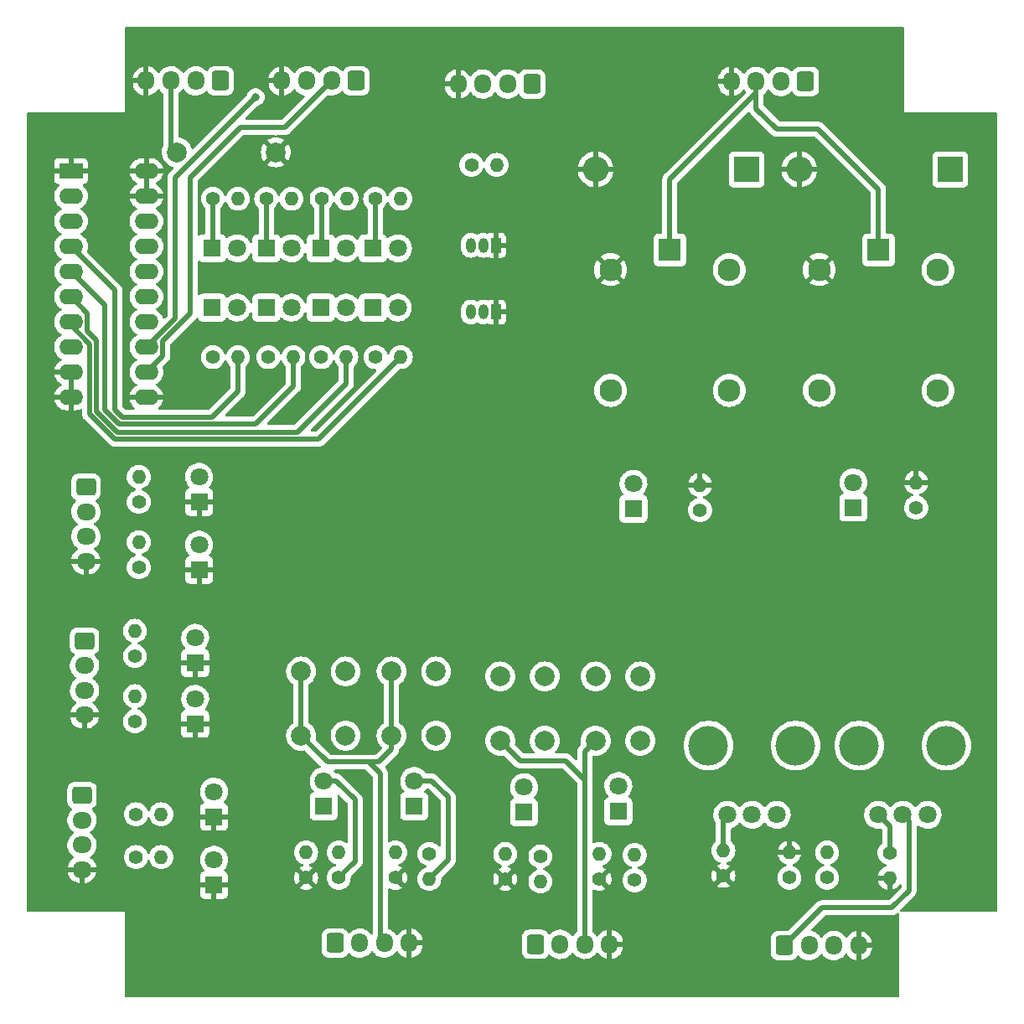
<source format=gbr>
%TF.GenerationSoftware,KiCad,Pcbnew,6.0.7-f9a2dced07~116~ubuntu20.04.1*%
%TF.CreationDate,2022-11-24T17:15:49+00:00*%
%TF.ProjectId,testing_board,74657374-696e-4675-9f62-6f6172642e6b,rev?*%
%TF.SameCoordinates,Original*%
%TF.FileFunction,Copper,L2,Bot*%
%TF.FilePolarity,Positive*%
%FSLAX46Y46*%
G04 Gerber Fmt 4.6, Leading zero omitted, Abs format (unit mm)*
G04 Created by KiCad (PCBNEW 6.0.7-f9a2dced07~116~ubuntu20.04.1) date 2022-11-24 17:15:49*
%MOMM*%
%LPD*%
G01*
G04 APERTURE LIST*
G04 Aperture macros list*
%AMRoundRect*
0 Rectangle with rounded corners*
0 $1 Rounding radius*
0 $2 $3 $4 $5 $6 $7 $8 $9 X,Y pos of 4 corners*
0 Add a 4 corners polygon primitive as box body*
4,1,4,$2,$3,$4,$5,$6,$7,$8,$9,$2,$3,0*
0 Add four circle primitives for the rounded corners*
1,1,$1+$1,$2,$3*
1,1,$1+$1,$4,$5*
1,1,$1+$1,$6,$7*
1,1,$1+$1,$8,$9*
0 Add four rect primitives between the rounded corners*
20,1,$1+$1,$2,$3,$4,$5,0*
20,1,$1+$1,$4,$5,$6,$7,0*
20,1,$1+$1,$6,$7,$8,$9,0*
20,1,$1+$1,$8,$9,$2,$3,0*%
G04 Aperture macros list end*
%TA.AperFunction,ComponentPad*%
%ADD10R,1.800000X1.800000*%
%TD*%
%TA.AperFunction,ComponentPad*%
%ADD11C,1.800000*%
%TD*%
%TA.AperFunction,ComponentPad*%
%ADD12RoundRect,0.250000X-0.600000X-0.725000X0.600000X-0.725000X0.600000X0.725000X-0.600000X0.725000X0*%
%TD*%
%TA.AperFunction,ComponentPad*%
%ADD13O,1.700000X1.950000*%
%TD*%
%TA.AperFunction,ComponentPad*%
%ADD14RoundRect,0.250000X-0.725000X0.600000X-0.725000X-0.600000X0.725000X-0.600000X0.725000X0.600000X0*%
%TD*%
%TA.AperFunction,ComponentPad*%
%ADD15O,1.950000X1.700000*%
%TD*%
%TA.AperFunction,ComponentPad*%
%ADD16C,1.400000*%
%TD*%
%TA.AperFunction,ComponentPad*%
%ADD17O,1.400000X1.400000*%
%TD*%
%TA.AperFunction,WasherPad*%
%ADD18C,4.000000*%
%TD*%
%TA.AperFunction,ComponentPad*%
%ADD19C,2.000000*%
%TD*%
%TA.AperFunction,ComponentPad*%
%ADD20R,1.000000X1.500000*%
%TD*%
%TA.AperFunction,ComponentPad*%
%ADD21O,1.000000X1.500000*%
%TD*%
%TA.AperFunction,ComponentPad*%
%ADD22RoundRect,0.250000X0.600000X0.725000X-0.600000X0.725000X-0.600000X-0.725000X0.600000X-0.725000X0*%
%TD*%
%TA.AperFunction,ComponentPad*%
%ADD23R,2.300000X2.300000*%
%TD*%
%TA.AperFunction,ComponentPad*%
%ADD24C,2.300000*%
%TD*%
%TA.AperFunction,ComponentPad*%
%ADD25R,2.400000X1.600000*%
%TD*%
%TA.AperFunction,ComponentPad*%
%ADD26O,2.400000X1.600000*%
%TD*%
%TA.AperFunction,ComponentPad*%
%ADD27R,2.600000X2.600000*%
%TD*%
%TA.AperFunction,ComponentPad*%
%ADD28O,2.600000X2.600000*%
%TD*%
%TA.AperFunction,ViaPad*%
%ADD29C,0.800000*%
%TD*%
%TA.AperFunction,Conductor*%
%ADD30C,0.500000*%
%TD*%
G04 APERTURE END LIST*
D10*
%TO.P,D1,1,K*%
%TO.N,Net-(D1-Pad1)*%
X97099000Y-100076000D03*
D11*
%TO.P,D1,2,A*%
%TO.N,Net-(D1-Pad2)*%
X97099000Y-97536000D03*
%TD*%
D10*
%TO.P,D3,1,K*%
%TO.N,Net-(D3-Pad1)*%
X76478000Y-99568000D03*
D11*
%TO.P,D3,2,A*%
%TO.N,Net-(D3-Pad2)*%
X76478000Y-97028000D03*
%TD*%
D10*
%TO.P,D4,1,K*%
%TO.N,GND*%
X54346000Y-85103000D03*
D11*
%TO.P,D4,2,A*%
%TO.N,Net-(D4-Pad2)*%
X54346000Y-82563000D03*
%TD*%
D10*
%TO.P,D5,1,K*%
%TO.N,GND*%
X54346000Y-91254000D03*
D11*
%TO.P,D5,2,A*%
%TO.N,Net-(D5-Pad2)*%
X54346000Y-88714000D03*
%TD*%
D10*
%TO.P,D6,1,K*%
%TO.N,GND*%
X54737000Y-68834000D03*
D11*
%TO.P,D6,2,A*%
%TO.N,Net-(D6-Pad2)*%
X54737000Y-66294000D03*
%TD*%
D10*
%TO.P,D7,1,K*%
%TO.N,GND*%
X54737000Y-75692000D03*
D11*
%TO.P,D7,2,A*%
%TO.N,Net-(D7-Pad2)*%
X54737000Y-73152000D03*
%TD*%
D10*
%TO.P,D8,1,K*%
%TO.N,Net-(D8-Pad1)*%
X67334000Y-99568000D03*
D11*
%TO.P,D8,2,A*%
%TO.N,Net-(D8-Pad2)*%
X67334000Y-97028000D03*
%TD*%
D10*
%TO.P,D9,1,K*%
%TO.N,Net-(D9-Pad1)*%
X72300000Y-43200000D03*
D11*
%TO.P,D9,2,A*%
%TO.N,+5V*%
X74840000Y-43200000D03*
%TD*%
D10*
%TO.P,D10,1,K*%
%TO.N,Net-(D10-Pad1)*%
X67025000Y-43200000D03*
D11*
%TO.P,D10,2,A*%
%TO.N,+5V*%
X69565000Y-43200000D03*
%TD*%
D10*
%TO.P,D11,1,K*%
%TO.N,Net-(D11-Pad1)*%
X61525000Y-43200000D03*
D11*
%TO.P,D11,2,A*%
%TO.N,+5V*%
X64065000Y-43200000D03*
%TD*%
D10*
%TO.P,D12,1,K*%
%TO.N,Net-(D12-Pad1)*%
X56050000Y-43200000D03*
D11*
%TO.P,D12,2,A*%
%TO.N,+5V*%
X58590000Y-43200000D03*
%TD*%
D10*
%TO.P,D13,1,K*%
%TO.N,GND*%
X56250000Y-100642000D03*
D11*
%TO.P,D13,2,A*%
%TO.N,Net-(D13-Pad2)*%
X56250000Y-98102000D03*
%TD*%
D10*
%TO.P,D14,1,K*%
%TO.N,GND*%
X56250000Y-107525000D03*
D11*
%TO.P,D14,2,A*%
%TO.N,Net-(D14-Pad2)*%
X56250000Y-104985000D03*
%TD*%
D10*
%TO.P,D15,1,K*%
%TO.N,Net-(D15-Pad1)*%
X72275000Y-49200000D03*
D11*
%TO.P,D15,2,A*%
%TO.N,+5V*%
X74815000Y-49200000D03*
%TD*%
D10*
%TO.P,D16,1,K*%
%TO.N,Net-(D16-Pad1)*%
X67025000Y-49200000D03*
D11*
%TO.P,D16,2,A*%
%TO.N,+5V*%
X69565000Y-49200000D03*
%TD*%
D10*
%TO.P,D17,1,K*%
%TO.N,Net-(D17-Pad1)*%
X61525000Y-49200000D03*
D11*
%TO.P,D17,2,A*%
%TO.N,+5V*%
X64065000Y-49200000D03*
%TD*%
D10*
%TO.P,D18,1,K*%
%TO.N,Net-(D18-Pad1)*%
X56025000Y-49200000D03*
D11*
%TO.P,D18,2,A*%
%TO.N,+5V*%
X58565000Y-49200000D03*
%TD*%
D12*
%TO.P,J1,1,Pin_1*%
%TO.N,Net-(D2-Pad1)*%
X88717000Y-113538000D03*
D13*
%TO.P,J1,2,Pin_2*%
%TO.N,Net-(D1-Pad1)*%
X91217000Y-113538000D03*
%TO.P,J1,3,Pin_3*%
%TO.N,+5V*%
X93717000Y-113538000D03*
%TO.P,J1,4,Pin_4*%
%TO.N,GND*%
X96217000Y-113538000D03*
%TD*%
D12*
%TO.P,J2,1,Pin_1*%
%TO.N,Net-(D8-Pad1)*%
X68477000Y-113411000D03*
D13*
%TO.P,J2,2,Pin_2*%
%TO.N,Net-(D3-Pad1)*%
X70977000Y-113411000D03*
%TO.P,J2,3,Pin_3*%
%TO.N,+5V*%
X73477000Y-113411000D03*
%TO.P,J2,4,Pin_4*%
%TO.N,GND*%
X75977000Y-113411000D03*
%TD*%
D14*
%TO.P,J3,1,Pin_1*%
%TO.N,Net-(J3-Pad1)*%
X43170000Y-82872000D03*
D15*
%TO.P,J3,2,Pin_2*%
%TO.N,Net-(J3-Pad2)*%
X43170000Y-85372000D03*
%TO.P,J3,3,Pin_3*%
%TO.N,+5V*%
X43170000Y-87872000D03*
%TO.P,J3,4,Pin_4*%
%TO.N,GND*%
X43170000Y-90372000D03*
%TD*%
D14*
%TO.P,J4,1,Pin_1*%
%TO.N,Net-(J4-Pad1)*%
X43307000Y-67310000D03*
D15*
%TO.P,J4,2,Pin_2*%
%TO.N,Net-(J4-Pad2)*%
X43307000Y-69810000D03*
%TO.P,J4,3,Pin_3*%
%TO.N,+5V*%
X43307000Y-72310000D03*
%TO.P,J4,4,Pin_4*%
%TO.N,GND*%
X43307000Y-74810000D03*
%TD*%
D12*
%TO.P,J5,1,Pin_1*%
%TO.N,Net-(J5-Pad1)*%
X113869999Y-113657999D03*
D13*
%TO.P,J5,2,Pin_2*%
%TO.N,Net-(J5-Pad2)*%
X116369999Y-113657999D03*
%TO.P,J5,3,Pin_3*%
%TO.N,+5V*%
X118869999Y-113657999D03*
%TO.P,J5,4,Pin_4*%
%TO.N,GND*%
X121369999Y-113657999D03*
%TD*%
D16*
%TO.P,R1,1*%
%TO.N,Net-(R1-Pad1)*%
X98750000Y-107061000D03*
D17*
%TO.P,R1,2*%
%TO.N,Net-(D1-Pad2)*%
X98750000Y-104521000D03*
%TD*%
D16*
%TO.P,R2,1*%
%TO.N,Net-(D2-Pad2)*%
X89225000Y-104648000D03*
D17*
%TO.P,R2,2*%
%TO.N,Net-(R2-Pad2)*%
X89225000Y-107188000D03*
%TD*%
D16*
%TO.P,R3,1*%
%TO.N,Net-(R3-Pad1)*%
X78002000Y-104394000D03*
D17*
%TO.P,R3,2*%
%TO.N,Net-(D3-Pad2)*%
X78002000Y-106934000D03*
%TD*%
D16*
%TO.P,R4,1*%
%TO.N,Net-(D4-Pad2)*%
X48250000Y-84396000D03*
D17*
%TO.P,R4,2*%
%TO.N,Net-(J3-Pad1)*%
X48250000Y-81856000D03*
%TD*%
D16*
%TO.P,R5,1*%
%TO.N,Net-(D5-Pad2)*%
X48250000Y-91000000D03*
D17*
%TO.P,R5,2*%
%TO.N,Net-(J3-Pad2)*%
X48250000Y-88460000D03*
%TD*%
D16*
%TO.P,R6,1*%
%TO.N,Net-(D6-Pad2)*%
X48641000Y-68834000D03*
D17*
%TO.P,R6,2*%
%TO.N,Net-(J4-Pad1)*%
X48641000Y-66294000D03*
%TD*%
D16*
%TO.P,R7,1*%
%TO.N,Net-(D7-Pad2)*%
X48641000Y-75438000D03*
D17*
%TO.P,R7,2*%
%TO.N,Net-(J4-Pad2)*%
X48641000Y-72898000D03*
%TD*%
D16*
%TO.P,R8,1*%
%TO.N,GND*%
X95194000Y-106934000D03*
D17*
%TO.P,R8,2*%
%TO.N,Net-(D1-Pad1)*%
X95194000Y-104394000D03*
%TD*%
D16*
%TO.P,R9,1*%
%TO.N,GND*%
X74573000Y-106807000D03*
D17*
%TO.P,R9,2*%
%TO.N,Net-(D3-Pad1)*%
X74573000Y-104267000D03*
%TD*%
D16*
%TO.P,R10,1*%
%TO.N,GND*%
X65556000Y-106807000D03*
D17*
%TO.P,R10,2*%
%TO.N,Net-(D8-Pad1)*%
X65556000Y-104267000D03*
%TD*%
D16*
%TO.P,R11,1*%
%TO.N,Net-(D8-Pad2)*%
X68858000Y-106807000D03*
D17*
%TO.P,R11,2*%
%TO.N,Net-(R11-Pad2)*%
X68858000Y-104267000D03*
%TD*%
D16*
%TO.P,R12,1*%
%TO.N,GND*%
X85669000Y-106934000D03*
D17*
%TO.P,R12,2*%
%TO.N,Net-(D2-Pad1)*%
X85669000Y-104394000D03*
%TD*%
D16*
%TO.P,R13,1*%
%TO.N,Net-(D9-Pad1)*%
X72530000Y-38200000D03*
D17*
%TO.P,R13,2*%
%TO.N,Net-(R13-Pad2)*%
X75070000Y-38200000D03*
%TD*%
D16*
%TO.P,R14,1*%
%TO.N,Net-(D10-Pad1)*%
X67130000Y-38200000D03*
D17*
%TO.P,R14,2*%
%TO.N,Net-(R14-Pad2)*%
X69670000Y-38200000D03*
%TD*%
D16*
%TO.P,R15,1*%
%TO.N,Net-(D11-Pad1)*%
X61530000Y-38200000D03*
D17*
%TO.P,R15,2*%
%TO.N,Net-(R15-Pad2)*%
X64070000Y-38200000D03*
%TD*%
D16*
%TO.P,R16,1*%
%TO.N,Net-(D12-Pad1)*%
X56130000Y-38200000D03*
D17*
%TO.P,R16,2*%
%TO.N,Net-(R16-Pad2)*%
X58670000Y-38200000D03*
%TD*%
D16*
%TO.P,R17,1*%
%TO.N,+5V*%
X118187999Y-106799999D03*
D17*
%TO.P,R17,2*%
%TO.N,Net-(R17-Pad2)*%
X118187999Y-104259999D03*
%TD*%
D16*
%TO.P,R18,1*%
%TO.N,+5V*%
X82249000Y-34775000D03*
D17*
%TO.P,R18,2*%
%TO.N,Net-(J16-Pad2)*%
X84789000Y-34775000D03*
%TD*%
D16*
%TO.P,R19,1*%
%TO.N,Net-(R17-Pad2)*%
X114377999Y-106799999D03*
D17*
%TO.P,R19,2*%
%TO.N,GND*%
X114377999Y-104259999D03*
%TD*%
D16*
%TO.P,R20,1*%
%TO.N,Net-(D22-Pad1)*%
X105356000Y-69654000D03*
D17*
%TO.P,R20,2*%
%TO.N,GND*%
X105356000Y-67114000D03*
%TD*%
D16*
%TO.P,R21,1*%
%TO.N,Net-(J6-Pad2)*%
X48376000Y-104706000D03*
D17*
%TO.P,R21,2*%
%TO.N,Net-(D14-Pad2)*%
X50916000Y-104706000D03*
%TD*%
D16*
%TO.P,R22,1*%
%TO.N,Net-(D15-Pad1)*%
X72580000Y-54200000D03*
D17*
%TO.P,R22,2*%
%TO.N,Net-(R22-Pad2)*%
X75120000Y-54200000D03*
%TD*%
D16*
%TO.P,R23,1*%
%TO.N,Net-(D16-Pad1)*%
X67080000Y-54200000D03*
D17*
%TO.P,R23,2*%
%TO.N,Net-(R23-Pad2)*%
X69620000Y-54200000D03*
%TD*%
D16*
%TO.P,R24,1*%
%TO.N,Net-(D17-Pad1)*%
X61730000Y-54200000D03*
D17*
%TO.P,R24,2*%
%TO.N,Net-(R24-Pad2)*%
X64270000Y-54200000D03*
%TD*%
D16*
%TO.P,R25,1*%
%TO.N,Net-(D18-Pad1)*%
X56130000Y-54200000D03*
D17*
%TO.P,R25,2*%
%TO.N,Net-(R25-Pad2)*%
X58670000Y-54200000D03*
%TD*%
D18*
%TO.P,RV1,*%
%TO.N,*%
X121447999Y-93449999D03*
X130247999Y-93449999D03*
D11*
%TO.P,RV1,1,1*%
%TO.N,Net-(R17-Pad2)*%
X128347999Y-100449999D03*
%TO.P,RV1,2,2*%
%TO.N,Net-(J5-Pad1)*%
X125847999Y-100449999D03*
%TO.P,RV1,3,3*%
%TO.N,Net-(RV1-Pad3)*%
X123347999Y-100449999D03*
%TD*%
D18*
%TO.P,RV2,*%
%TO.N,*%
X106207999Y-93449999D03*
X115007999Y-93449999D03*
D11*
%TO.P,RV2,1,1*%
%TO.N,Net-(R17-Pad2)*%
X113107999Y-100449999D03*
%TO.P,RV2,2,2*%
%TO.N,Net-(J5-Pad2)*%
X110607999Y-100449999D03*
%TO.P,RV2,3,3*%
%TO.N,Net-(R26-Pad2)*%
X108107999Y-100449999D03*
%TD*%
D19*
%TO.P,SW1,1,1*%
%TO.N,+5V*%
X94813000Y-92964000D03*
X94813000Y-86464000D03*
%TO.P,SW1,2,2*%
%TO.N,Net-(R1-Pad1)*%
X99313000Y-86464000D03*
X99313000Y-92964000D03*
%TD*%
%TO.P,SW2,1,1*%
%TO.N,+5V*%
X85161000Y-86464000D03*
X85161000Y-92964000D03*
%TO.P,SW2,2,2*%
%TO.N,Net-(R2-Pad2)*%
X89661000Y-92964000D03*
X89661000Y-86464000D03*
%TD*%
%TO.P,SW3,1,1*%
%TO.N,+5V*%
X74192000Y-85956000D03*
X74192000Y-92456000D03*
%TO.P,SW3,2,2*%
%TO.N,Net-(R3-Pad1)*%
X78692000Y-92456000D03*
X78692000Y-85956000D03*
%TD*%
%TO.P,SW4,1,1*%
%TO.N,+5V*%
X65048000Y-92456000D03*
X65048000Y-85956000D03*
%TO.P,SW4,2,2*%
%TO.N,Net-(R11-Pad2)*%
X69548000Y-92456000D03*
X69548000Y-85956000D03*
%TD*%
D20*
%TO.P,U1,1,GND*%
%TO.N,GND*%
X84739000Y-42900000D03*
D21*
%TO.P,U1,2,DQ*%
%TO.N,Net-(J16-Pad2)*%
X83469000Y-42900000D03*
%TO.P,U1,3,VDD*%
%TO.N,+5V*%
X82199000Y-42900000D03*
%TD*%
D20*
%TO.P,U2,1,GND*%
%TO.N,GND*%
X84739000Y-49650000D03*
D21*
%TO.P,U2,2,DQ*%
%TO.N,Net-(J16-Pad2)*%
X83469000Y-49650000D03*
%TO.P,U2,3,VDD*%
%TO.N,+5V*%
X82199000Y-49650000D03*
%TD*%
D22*
%TO.P,J16,1,Pin_1*%
%TO.N,unconnected-(J16-Pad1)*%
X88400000Y-26600000D03*
D13*
%TO.P,J16,2,Pin_2*%
%TO.N,Net-(J16-Pad2)*%
X85900000Y-26600000D03*
%TO.P,J16,3,Pin_3*%
%TO.N,+5V*%
X83400000Y-26600000D03*
%TO.P,J16,4,Pin_4*%
%TO.N,GND*%
X80900000Y-26600000D03*
%TD*%
D16*
%TO.P,R26,1*%
%TO.N,GND*%
X107720000Y-106610000D03*
D17*
%TO.P,R26,2*%
%TO.N,Net-(R26-Pad2)*%
X107720000Y-104070000D03*
%TD*%
D10*
%TO.P,D2,1,K*%
%TO.N,Net-(D2-Pad1)*%
X87574000Y-100203000D03*
D11*
%TO.P,D2,2,A*%
%TO.N,Net-(D2-Pad2)*%
X87574000Y-97663000D03*
%TD*%
D10*
%TO.P,D21,1,K*%
%TO.N,Net-(D21-Pad1)*%
X120850000Y-69400000D03*
D11*
%TO.P,D21,2,A*%
%TO.N,Net-(D21-Pad2)*%
X120850000Y-66860000D03*
%TD*%
D10*
%TO.P,D22,1,K*%
%TO.N,Net-(D22-Pad1)*%
X98625000Y-69527000D03*
D11*
%TO.P,D22,2,A*%
%TO.N,Net-(D22-Pad2)*%
X98625000Y-66987000D03*
%TD*%
D22*
%TO.P,J7,1,Pin_1*%
%TO.N,Net-(J7-Pad1)*%
X56896000Y-26289000D03*
D13*
%TO.P,J7,2,Pin_2*%
%TO.N,Net-(J7-Pad2)*%
X54396000Y-26289000D03*
%TO.P,J7,3,Pin_3*%
%TO.N,+5V*%
X51896000Y-26289000D03*
%TO.P,J7,4,Pin_4*%
%TO.N,GND*%
X49396000Y-26289000D03*
%TD*%
D22*
%TO.P,J8,1,Pin_1*%
%TO.N,Net-(J8-Pad1)*%
X70612000Y-26289000D03*
D13*
%TO.P,J8,2,Pin_2*%
%TO.N,Net-(J8-Pad2)*%
X68112000Y-26289000D03*
%TO.P,J8,3,Pin_3*%
%TO.N,+5V*%
X65612000Y-26289000D03*
%TO.P,J8,4,Pin_4*%
%TO.N,GND*%
X63112000Y-26289000D03*
%TD*%
D22*
%TO.P,J9,1,Pin_1*%
%TO.N,Net-(D19-Pad1)*%
X116024000Y-26347000D03*
D13*
%TO.P,J9,2,Pin_2*%
%TO.N,Net-(D20-Pad1)*%
X113524000Y-26347000D03*
%TO.P,J9,3,Pin_3*%
%TO.N,+5V*%
X111024000Y-26347000D03*
%TO.P,J9,4,Pin_4*%
%TO.N,GND*%
X108524000Y-26347000D03*
%TD*%
D16*
%TO.P,R27,1*%
%TO.N,Net-(J6-Pad1)*%
X48376000Y-100388000D03*
D17*
%TO.P,R27,2*%
%TO.N,Net-(D13-Pad2)*%
X50916000Y-100388000D03*
%TD*%
D16*
%TO.P,R28,1*%
%TO.N,Net-(D21-Pad1)*%
X127200000Y-69400000D03*
D17*
%TO.P,R28,2*%
%TO.N,GND*%
X127200000Y-66860000D03*
%TD*%
D23*
%TO.P,RLY1,1,COM*%
%TO.N,+5V*%
X123390000Y-43365000D03*
D24*
%TO.P,RLY1,2,COIL*%
%TO.N,GND*%
X117390000Y-45365000D03*
%TO.P,RLY1,3,NO*%
%TO.N,Net-(D21-Pad2)*%
X117390000Y-57565000D03*
%TO.P,RLY1,4,NC*%
%TO.N,unconnected-(RLY1-Pad4)*%
X129390000Y-57565000D03*
%TO.P,RLY1,5,COIL*%
%TO.N,Net-(D19-Pad1)*%
X129390000Y-45365000D03*
%TD*%
D23*
%TO.P,RLY2,1,COM*%
%TO.N,+5V*%
X102308000Y-43365000D03*
D24*
%TO.P,RLY2,2,COIL*%
%TO.N,GND*%
X96308000Y-45365000D03*
%TO.P,RLY2,3,NO*%
%TO.N,Net-(D22-Pad2)*%
X96308000Y-57565000D03*
%TO.P,RLY2,4,NC*%
%TO.N,unconnected-(RLY2-Pad4)*%
X108308000Y-57565000D03*
%TO.P,RLY2,5,COIL*%
%TO.N,Net-(D20-Pad1)*%
X108308000Y-45365000D03*
%TD*%
D25*
%TO.P,U3,1,PGND*%
%TO.N,GND*%
X41800000Y-35400000D03*
D26*
%TO.P,U3,2,VCC*%
%TO.N,+5V*%
X41800000Y-37940000D03*
%TO.P,U3,3,SER_IN*%
%TO.N,Net-(J7-Pad2)*%
X41800000Y-40480000D03*
%TO.P,U3,4,DRAIN0*%
%TO.N,Net-(R25-Pad2)*%
X41800000Y-43020000D03*
%TO.P,U3,5,DRAIN1*%
%TO.N,Net-(R24-Pad2)*%
X41800000Y-45560000D03*
%TO.P,U3,6,DRAIN2*%
%TO.N,Net-(R23-Pad2)*%
X41800000Y-48100000D03*
%TO.P,U3,7,DRAIN3*%
%TO.N,Net-(R22-Pad2)*%
X41800000Y-50640000D03*
%TO.P,U3,8,~{SRCLR}*%
%TO.N,Net-(J7-Pad1)*%
X41800000Y-53180000D03*
%TO.P,U3,9,~{G}*%
%TO.N,GND*%
X41800000Y-55720000D03*
%TO.P,U3,10,PGND*%
X41800000Y-58260000D03*
%TO.P,U3,11,PGND*%
X49420000Y-58260000D03*
%TO.P,U3,12,RCLK*%
%TO.N,Net-(J8-Pad2)*%
X49420000Y-55720000D03*
%TO.P,U3,13,SRCK*%
%TO.N,Net-(J8-Pad1)*%
X49420000Y-53180000D03*
%TO.P,U3,14,DRAIN4*%
%TO.N,Net-(R13-Pad2)*%
X49420000Y-50640000D03*
%TO.P,U3,15,DRAIN5*%
%TO.N,Net-(R14-Pad2)*%
X49420000Y-48100000D03*
%TO.P,U3,16,DRAIN6*%
%TO.N,Net-(R15-Pad2)*%
X49420000Y-45560000D03*
%TO.P,U3,17,DRAIN7*%
%TO.N,Net-(R16-Pad2)*%
X49420000Y-43020000D03*
%TO.P,U3,18,SER_OUT*%
%TO.N,unconnected-(U3-Pad18)*%
X49420000Y-40480000D03*
%TO.P,U3,19,LGND*%
%TO.N,GND*%
X49420000Y-37940000D03*
%TO.P,U3,20,PGND*%
X49420000Y-35400000D03*
%TD*%
D14*
%TO.P,J6,1,Pin_1*%
%TO.N,Net-(J6-Pad1)*%
X42915000Y-98483000D03*
D15*
%TO.P,J6,2,Pin_2*%
%TO.N,Net-(J6-Pad2)*%
X42915000Y-100983000D03*
%TO.P,J6,3,Pin_3*%
%TO.N,+5V*%
X42915000Y-103483000D03*
%TO.P,J6,4,Pin_4*%
%TO.N,GND*%
X42915000Y-105983000D03*
%TD*%
D27*
%TO.P,D19,1,K*%
%TO.N,Net-(D19-Pad1)*%
X130629000Y-35237000D03*
D28*
%TO.P,D19,2,A*%
%TO.N,GND*%
X115389000Y-35237000D03*
%TD*%
D27*
%TO.P,D20,1,K*%
%TO.N,Net-(D20-Pad1)*%
X110055000Y-35237000D03*
D28*
%TO.P,D20,2,A*%
%TO.N,GND*%
X94815000Y-35237000D03*
%TD*%
D16*
%TO.P,R29,1*%
%TO.N,Net-(RV1-Pad3)*%
X124500000Y-104280000D03*
D17*
%TO.P,R29,2*%
%TO.N,GND*%
X124500000Y-106820000D03*
%TD*%
D19*
%TO.P,C1,1*%
%TO.N,GND*%
X62500000Y-33500000D03*
%TO.P,C1,2*%
%TO.N,+5V*%
X52500000Y-33500000D03*
%TD*%
D29*
%TO.N,Net-(J8-Pad1)*%
X60452000Y-27940000D03*
%TD*%
D30*
%TO.N,Net-(D3-Pad2)*%
X76478000Y-97028000D02*
X78256000Y-97028000D01*
X79907000Y-98679000D02*
X79907000Y-105029000D01*
X79907000Y-105029000D02*
X78002000Y-106934000D01*
X78256000Y-97028000D02*
X79907000Y-98679000D01*
%TO.N,Net-(D8-Pad2)*%
X70509000Y-98933000D02*
X70509000Y-105156000D01*
X67334000Y-97028000D02*
X68604000Y-97028000D01*
X70509000Y-105156000D02*
X68858000Y-106807000D01*
X68604000Y-97028000D02*
X70509000Y-98933000D01*
%TO.N,Net-(D9-Pad1)*%
X72530000Y-42970000D02*
X72300000Y-43200000D01*
X72530000Y-38200000D02*
X72530000Y-42970000D01*
%TO.N,Net-(D11-Pad1)*%
X61530000Y-38200000D02*
X61530000Y-43195000D01*
X61530000Y-43195000D02*
X61525000Y-43200000D01*
%TO.N,+5V*%
X87193000Y-94996000D02*
X85161000Y-92964000D01*
X71906000Y-95123000D02*
X67715000Y-95123000D01*
X74192000Y-92456000D02*
X74192000Y-85956000D01*
X93717000Y-113538000D02*
X93717000Y-97616000D01*
X93717000Y-97616000D02*
X93717000Y-96948000D01*
X111024000Y-27537000D02*
X102308000Y-36253000D01*
X51896000Y-26289000D02*
X51896000Y-32896000D01*
X73477000Y-113411000D02*
X73049000Y-112983000D01*
X123390000Y-37269000D02*
X123390000Y-43365000D01*
X93717000Y-96440000D02*
X93717000Y-94060000D01*
X111024000Y-26347000D02*
X111024000Y-27537000D01*
X111024000Y-26347000D02*
X111024000Y-29094000D01*
X65048000Y-92456000D02*
X65048000Y-85956000D01*
X67715000Y-95123000D02*
X65048000Y-92456000D01*
X102308000Y-36253000D02*
X102308000Y-43365000D01*
X71906000Y-95123000D02*
X72922000Y-95123000D01*
X113103000Y-31173000D02*
X117294000Y-31173000D01*
X93717000Y-97616000D02*
X93717000Y-96440000D01*
X117294000Y-31173000D02*
X123390000Y-37269000D01*
X91765000Y-94996000D02*
X87193000Y-94996000D01*
X111024000Y-29094000D02*
X113103000Y-31173000D01*
X51896000Y-32896000D02*
X52500000Y-33500000D01*
X72922000Y-95123000D02*
X74192000Y-93853000D01*
X73049000Y-112983000D02*
X73049000Y-96266000D01*
X74192000Y-93853000D02*
X74192000Y-92456000D01*
X73049000Y-96266000D02*
X71906000Y-95123000D01*
X93717000Y-94060000D02*
X94813000Y-92964000D01*
X93717000Y-96948000D02*
X91765000Y-94996000D01*
%TO.N,Net-(J5-Pad1)*%
X126480000Y-108080000D02*
X126480000Y-101082000D01*
X126480000Y-101082000D02*
X125847999Y-100449999D01*
X117679999Y-109847999D02*
X124712001Y-109847999D01*
X124712001Y-109847999D02*
X126480000Y-108080000D01*
X113869999Y-113657999D02*
X117679999Y-109847999D01*
%TO.N,Net-(J8-Pad1)*%
X49420000Y-53180000D02*
X52324000Y-50276000D01*
X52324000Y-36068000D02*
X60452000Y-27940000D01*
X52324000Y-50276000D02*
X52324000Y-36068000D01*
%TO.N,Net-(R26-Pad2)*%
X107720000Y-100837998D02*
X108107999Y-100449999D01*
X107720000Y-104070000D02*
X107720000Y-100837998D01*
%TO.N,Net-(J8-Pad2)*%
X63413000Y-30988000D02*
X68112000Y-26289000D01*
X51069520Y-52593520D02*
X53848000Y-49815040D01*
X53848000Y-36068000D02*
X58928000Y-30988000D01*
X49420000Y-55720000D02*
X51069520Y-54070480D01*
X51069520Y-54070480D02*
X51069520Y-52593520D01*
X53848000Y-49815040D02*
X53848000Y-36068000D01*
X58928000Y-30988000D02*
X63413000Y-30988000D01*
%TO.N,Net-(D10-Pad1)*%
X67130000Y-43095000D02*
X67025000Y-43200000D01*
X67130000Y-38200000D02*
X67130000Y-43095000D01*
%TO.N,Net-(D12-Pad1)*%
X56130000Y-38200000D02*
X56130000Y-43120000D01*
X56130000Y-43120000D02*
X56050000Y-43200000D01*
%TO.N,Net-(R22-Pad2)*%
X41800000Y-50640000D02*
X41800000Y-51012912D01*
X43688000Y-52900912D02*
X43688000Y-59944000D01*
X41800000Y-51012912D02*
X43688000Y-52900912D01*
X43688000Y-59944000D02*
X46228000Y-62484000D01*
X66836000Y-62484000D02*
X75120000Y-54200000D01*
X46228000Y-62484000D02*
X66836000Y-62484000D01*
%TO.N,Net-(R23-Pad2)*%
X69620000Y-56872000D02*
X69620000Y-54200000D01*
X64707520Y-61784480D02*
X69620000Y-56872000D01*
X41800000Y-48100000D02*
X43449520Y-49749520D01*
X46517750Y-61784480D02*
X64707520Y-61784480D01*
X43449520Y-49749520D02*
X43449520Y-51546480D01*
X44387519Y-52484479D02*
X44387519Y-59654249D01*
X44387519Y-59654249D02*
X46517750Y-61784480D01*
X43449520Y-51546480D02*
X44387519Y-52484479D01*
%TO.N,Net-(R24-Pad2)*%
X64270000Y-57142000D02*
X64270000Y-54200000D01*
X45212000Y-59489460D02*
X46682540Y-60960000D01*
X60452000Y-60960000D02*
X64270000Y-57142000D01*
X45212000Y-48972000D02*
X45212000Y-59489460D01*
X46682540Y-60960000D02*
X60452000Y-60960000D01*
X41800000Y-45560000D02*
X45212000Y-48972000D01*
%TO.N,Net-(R25-Pad2)*%
X58670000Y-57662000D02*
X58670000Y-54200000D01*
X56071520Y-60260480D02*
X58670000Y-57662000D01*
X46228000Y-59516190D02*
X46972290Y-60260480D01*
X46228000Y-47448000D02*
X46228000Y-59516190D01*
X41800000Y-43020000D02*
X46228000Y-47448000D01*
X46972290Y-60260480D02*
X56071520Y-60260480D01*
%TO.N,Net-(RV1-Pad3)*%
X124500000Y-101602000D02*
X123347999Y-100449999D01*
X124500000Y-104280000D02*
X124500000Y-101602000D01*
%TD*%
%TA.AperFunction,Conductor*%
%TO.N,GND*%
G36*
X125926121Y-20848502D02*
G01*
X125972614Y-20902158D01*
X125984000Y-20954500D01*
X125984000Y-29464000D01*
X135255500Y-29464000D01*
X135323621Y-29484002D01*
X135370114Y-29537658D01*
X135381500Y-29590000D01*
X135381500Y-110110000D01*
X135361498Y-110178121D01*
X135307842Y-110224614D01*
X135255500Y-110236000D01*
X125700871Y-110236000D01*
X125632750Y-110215998D01*
X125586257Y-110162342D01*
X125576153Y-110092068D01*
X125605647Y-110027488D01*
X125611776Y-110020905D01*
X126968911Y-108663770D01*
X126983323Y-108651384D01*
X126994918Y-108642851D01*
X126994923Y-108642846D01*
X127000818Y-108638508D01*
X127005557Y-108632930D01*
X127005560Y-108632927D01*
X127035035Y-108598232D01*
X127041965Y-108590716D01*
X127047660Y-108585021D01*
X127065281Y-108562749D01*
X127068072Y-108559345D01*
X127110591Y-108509297D01*
X127110592Y-108509295D01*
X127115333Y-108503715D01*
X127118661Y-108497199D01*
X127122028Y-108492150D01*
X127125195Y-108487021D01*
X127129734Y-108481284D01*
X127160655Y-108415125D01*
X127162561Y-108411225D01*
X127167723Y-108401116D01*
X127195769Y-108346192D01*
X127197508Y-108339084D01*
X127199607Y-108333441D01*
X127201524Y-108327678D01*
X127204622Y-108321050D01*
X127219487Y-108249583D01*
X127220457Y-108245299D01*
X127237808Y-108174390D01*
X127238500Y-108163236D01*
X127238536Y-108163238D01*
X127238775Y-108159245D01*
X127239149Y-108155053D01*
X127240640Y-108147885D01*
X127238546Y-108070479D01*
X127238500Y-108067072D01*
X127238500Y-101627992D01*
X127258502Y-101559871D01*
X127312158Y-101513378D01*
X127382432Y-101503274D01*
X127444985Y-101531048D01*
X127530412Y-101601971D01*
X127537348Y-101607729D01*
X127737321Y-101724583D01*
X127953693Y-101807208D01*
X127958759Y-101808239D01*
X127958760Y-101808239D01*
X127958775Y-101808242D01*
X128180655Y-101853384D01*
X128311323Y-101858175D01*
X128406948Y-101861682D01*
X128406952Y-101861682D01*
X128412112Y-101861871D01*
X128417232Y-101861215D01*
X128417234Y-101861215D01*
X128523989Y-101847539D01*
X128641846Y-101832441D01*
X128646794Y-101830956D01*
X128646801Y-101830955D01*
X128858746Y-101767368D01*
X128863689Y-101765885D01*
X128868333Y-101763610D01*
X129067048Y-101666261D01*
X129067051Y-101666259D01*
X129071683Y-101663990D01*
X129260242Y-101529493D01*
X129424302Y-101366004D01*
X129559457Y-101177916D01*
X129562544Y-101171671D01*
X129659783Y-100974921D01*
X129659784Y-100974919D01*
X129662077Y-100970279D01*
X129729407Y-100748670D01*
X129759639Y-100519040D01*
X129759794Y-100512717D01*
X129761244Y-100453364D01*
X129761244Y-100453360D01*
X129761326Y-100449999D01*
X129745727Y-100260260D01*
X129742772Y-100224317D01*
X129742771Y-100224311D01*
X129742348Y-100219166D01*
X129707286Y-100079576D01*
X129687183Y-99999543D01*
X129687182Y-99999539D01*
X129685924Y-99994532D01*
X129674435Y-99968108D01*
X129595629Y-99786867D01*
X129595627Y-99786864D01*
X129593569Y-99782130D01*
X129467763Y-99587664D01*
X129311886Y-99416357D01*
X129307835Y-99413158D01*
X129307831Y-99413154D01*
X129134176Y-99276010D01*
X129134171Y-99276007D01*
X129130122Y-99272809D01*
X129125606Y-99270316D01*
X129125603Y-99270314D01*
X128931878Y-99163372D01*
X128931874Y-99163370D01*
X128927354Y-99160875D01*
X128922485Y-99159151D01*
X128922481Y-99159149D01*
X128713902Y-99085287D01*
X128713898Y-99085286D01*
X128709027Y-99083561D01*
X128703934Y-99082654D01*
X128703931Y-99082653D01*
X128486094Y-99043850D01*
X128486088Y-99043849D01*
X128481005Y-99042944D01*
X128408095Y-99042053D01*
X128254580Y-99040178D01*
X128254578Y-99040178D01*
X128249410Y-99040115D01*
X128020463Y-99075149D01*
X127800313Y-99147105D01*
X127795725Y-99149493D01*
X127795721Y-99149495D01*
X127610905Y-99245704D01*
X127594871Y-99254051D01*
X127590738Y-99257154D01*
X127590735Y-99257156D01*
X127418764Y-99386276D01*
X127409654Y-99393116D01*
X127249638Y-99560563D01*
X127202835Y-99629173D01*
X127147926Y-99674174D01*
X127077401Y-99682345D01*
X127013654Y-99651091D01*
X126992958Y-99626608D01*
X126970576Y-99592012D01*
X126970573Y-99592008D01*
X126967763Y-99587664D01*
X126811886Y-99416357D01*
X126807835Y-99413158D01*
X126807831Y-99413154D01*
X126634176Y-99276010D01*
X126634171Y-99276007D01*
X126630122Y-99272809D01*
X126625606Y-99270316D01*
X126625603Y-99270314D01*
X126431878Y-99163372D01*
X126431874Y-99163370D01*
X126427354Y-99160875D01*
X126422485Y-99159151D01*
X126422481Y-99159149D01*
X126213902Y-99085287D01*
X126213898Y-99085286D01*
X126209027Y-99083561D01*
X126203934Y-99082654D01*
X126203931Y-99082653D01*
X125986094Y-99043850D01*
X125986088Y-99043849D01*
X125981005Y-99042944D01*
X125908095Y-99042053D01*
X125754580Y-99040178D01*
X125754578Y-99040178D01*
X125749410Y-99040115D01*
X125520463Y-99075149D01*
X125300313Y-99147105D01*
X125295725Y-99149493D01*
X125295721Y-99149495D01*
X125110905Y-99245704D01*
X125094871Y-99254051D01*
X125090738Y-99257154D01*
X125090735Y-99257156D01*
X124918764Y-99386276D01*
X124909654Y-99393116D01*
X124749638Y-99560563D01*
X124702835Y-99629173D01*
X124647926Y-99674174D01*
X124577401Y-99682345D01*
X124513654Y-99651091D01*
X124492958Y-99626608D01*
X124470576Y-99592012D01*
X124470573Y-99592008D01*
X124467763Y-99587664D01*
X124311886Y-99416357D01*
X124307835Y-99413158D01*
X124307831Y-99413154D01*
X124134176Y-99276010D01*
X124134171Y-99276007D01*
X124130122Y-99272809D01*
X124125606Y-99270316D01*
X124125603Y-99270314D01*
X123931878Y-99163372D01*
X123931874Y-99163370D01*
X123927354Y-99160875D01*
X123922485Y-99159151D01*
X123922481Y-99159149D01*
X123713902Y-99085287D01*
X123713898Y-99085286D01*
X123709027Y-99083561D01*
X123703934Y-99082654D01*
X123703931Y-99082653D01*
X123486094Y-99043850D01*
X123486088Y-99043849D01*
X123481005Y-99042944D01*
X123408095Y-99042053D01*
X123254580Y-99040178D01*
X123254578Y-99040178D01*
X123249410Y-99040115D01*
X123020463Y-99075149D01*
X122800313Y-99147105D01*
X122795725Y-99149493D01*
X122795721Y-99149495D01*
X122610905Y-99245704D01*
X122594871Y-99254051D01*
X122590738Y-99257154D01*
X122590735Y-99257156D01*
X122418764Y-99386276D01*
X122409654Y-99393116D01*
X122249638Y-99560563D01*
X122246729Y-99564828D01*
X122246723Y-99564836D01*
X122231151Y-99587664D01*
X122119118Y-99751898D01*
X122021601Y-99961980D01*
X121959706Y-100185168D01*
X121935094Y-100415468D01*
X121935391Y-100420620D01*
X121935391Y-100420623D01*
X121948128Y-100641528D01*
X121948426Y-100646696D01*
X121949563Y-100651742D01*
X121949564Y-100651748D01*
X121981740Y-100794522D01*
X121999345Y-100872641D01*
X122001287Y-100877423D01*
X122001288Y-100877427D01*
X122082919Y-101078460D01*
X122086483Y-101087236D01*
X122133073Y-101163264D01*
X122202019Y-101275773D01*
X122207500Y-101284718D01*
X122359146Y-101459783D01*
X122537348Y-101607729D01*
X122737321Y-101724583D01*
X122953693Y-101807208D01*
X122958759Y-101808239D01*
X122958760Y-101808239D01*
X122958775Y-101808242D01*
X123180655Y-101853384D01*
X123311323Y-101858175D01*
X123406948Y-101861682D01*
X123406952Y-101861682D01*
X123412112Y-101861871D01*
X123594593Y-101838494D01*
X123664702Y-101849678D01*
X123699697Y-101874378D01*
X123704595Y-101879276D01*
X123738621Y-101941588D01*
X123741500Y-101968371D01*
X123741500Y-103277233D01*
X123721498Y-103345354D01*
X123704595Y-103366328D01*
X123570699Y-103500224D01*
X123449411Y-103673442D01*
X123447090Y-103678420D01*
X123447088Y-103678423D01*
X123366812Y-103850576D01*
X123360044Y-103865090D01*
X123358622Y-103870398D01*
X123358621Y-103870400D01*
X123312097Y-104044029D01*
X123305314Y-104069345D01*
X123286884Y-104280000D01*
X123305314Y-104490655D01*
X123306738Y-104495968D01*
X123306738Y-104495970D01*
X123357896Y-104686892D01*
X123360044Y-104694910D01*
X123362366Y-104699891D01*
X123362367Y-104699892D01*
X123445450Y-104878063D01*
X123449411Y-104886558D01*
X123570699Y-105059776D01*
X123720224Y-105209301D01*
X123893442Y-105330589D01*
X123898420Y-105332910D01*
X123898423Y-105332912D01*
X124080108Y-105417633D01*
X124085090Y-105419956D01*
X124090397Y-105421378D01*
X124090408Y-105421382D01*
X124117171Y-105428553D01*
X124177793Y-105465504D01*
X124208815Y-105529365D01*
X124200386Y-105599860D01*
X124155182Y-105654606D01*
X124117170Y-105671966D01*
X124090574Y-105679092D01*
X124080277Y-105682841D01*
X123898677Y-105767521D01*
X123889189Y-105772998D01*
X123725058Y-105887925D01*
X123716650Y-105894981D01*
X123574981Y-106036650D01*
X123567925Y-106045058D01*
X123452998Y-106209189D01*
X123447521Y-106218677D01*
X123362842Y-106400273D01*
X123359092Y-106410577D01*
X123322134Y-106548503D01*
X123322470Y-106562599D01*
X123330412Y-106566000D01*
X124628000Y-106566000D01*
X124696121Y-106586002D01*
X124742614Y-106639658D01*
X124754000Y-106692000D01*
X124754000Y-107984439D01*
X124757973Y-107997970D01*
X124766522Y-107999199D01*
X124909423Y-107960908D01*
X124919727Y-107957158D01*
X125101323Y-107872479D01*
X125110811Y-107867002D01*
X125274942Y-107752075D01*
X125283350Y-107745019D01*
X125425019Y-107603350D01*
X125432075Y-107594942D01*
X125492287Y-107508950D01*
X125547744Y-107464622D01*
X125618363Y-107457313D01*
X125681724Y-107489344D01*
X125717709Y-107550545D01*
X125721500Y-107581221D01*
X125721500Y-107713629D01*
X125701498Y-107781750D01*
X125684595Y-107802724D01*
X124434725Y-109052594D01*
X124372413Y-109086620D01*
X124345630Y-109089499D01*
X117747069Y-109089499D01*
X117728119Y-109088066D01*
X117713884Y-109085900D01*
X117713880Y-109085900D01*
X117706650Y-109084800D01*
X117699358Y-109085393D01*
X117699355Y-109085393D01*
X117653981Y-109089084D01*
X117643766Y-109089499D01*
X117635706Y-109089499D01*
X117632072Y-109089923D01*
X117632066Y-109089923D01*
X117619041Y-109091442D01*
X117607479Y-109092790D01*
X117603131Y-109093220D01*
X117581058Y-109095015D01*
X117537661Y-109098545D01*
X117537658Y-109098546D01*
X117530363Y-109099139D01*
X117523399Y-109101395D01*
X117517460Y-109102582D01*
X117511589Y-109103969D01*
X117504318Y-109104817D01*
X117497442Y-109107313D01*
X117497433Y-109107315D01*
X117435701Y-109129724D01*
X117431597Y-109131134D01*
X117362100Y-109153647D01*
X117355845Y-109157443D01*
X117350386Y-109159942D01*
X117344938Y-109162670D01*
X117338062Y-109165166D01*
X117277009Y-109205194D01*
X117273326Y-109207518D01*
X117215685Y-109242495D01*
X117215681Y-109242498D01*
X117210892Y-109245404D01*
X117206693Y-109249113D01*
X117206688Y-109249116D01*
X117202515Y-109252802D01*
X117202491Y-109252775D01*
X117199499Y-109255428D01*
X117196266Y-109258131D01*
X117190147Y-109262143D01*
X117185115Y-109267455D01*
X117136871Y-109318382D01*
X117134493Y-109320824D01*
X114317723Y-112137594D01*
X114255411Y-112171620D01*
X114228628Y-112174499D01*
X113219599Y-112174499D01*
X113216353Y-112174836D01*
X113216349Y-112174836D01*
X113120691Y-112184761D01*
X113120687Y-112184762D01*
X113113833Y-112185473D01*
X113107297Y-112187654D01*
X113107295Y-112187654D01*
X112975193Y-112231727D01*
X112946053Y-112241449D01*
X112795651Y-112334521D01*
X112670694Y-112459696D01*
X112666854Y-112465926D01*
X112666853Y-112465927D01*
X112592465Y-112586607D01*
X112577884Y-112610261D01*
X112567770Y-112640755D01*
X112526289Y-112765817D01*
X112522202Y-112778138D01*
X112521502Y-112784974D01*
X112521501Y-112784977D01*
X112517090Y-112828030D01*
X112511499Y-112882599D01*
X112511499Y-114433399D01*
X112511836Y-114436645D01*
X112511836Y-114436649D01*
X112520874Y-114523751D01*
X112522473Y-114539165D01*
X112524654Y-114545701D01*
X112524654Y-114545703D01*
X112555321Y-114637623D01*
X112578449Y-114706945D01*
X112671521Y-114857347D01*
X112796696Y-114982304D01*
X112802926Y-114986144D01*
X112802927Y-114986145D01*
X112940089Y-115070693D01*
X112947261Y-115075114D01*
X112982937Y-115086947D01*
X113108610Y-115128631D01*
X113108612Y-115128631D01*
X113115138Y-115130796D01*
X113121974Y-115131496D01*
X113121977Y-115131497D01*
X113157662Y-115135153D01*
X113219599Y-115141499D01*
X114520399Y-115141499D01*
X114523645Y-115141162D01*
X114523649Y-115141162D01*
X114619307Y-115131237D01*
X114619311Y-115131236D01*
X114626165Y-115130525D01*
X114632701Y-115128344D01*
X114632703Y-115128344D01*
X114764805Y-115084271D01*
X114793945Y-115074549D01*
X114944347Y-114981477D01*
X115069304Y-114856302D01*
X115159080Y-114710659D01*
X115211851Y-114663167D01*
X115281923Y-114651743D01*
X115347047Y-114680017D01*
X115357509Y-114689804D01*
X115395923Y-114730072D01*
X115466575Y-114804134D01*
X115470853Y-114807317D01*
X115518815Y-114843002D01*
X115651541Y-114941753D01*
X115656292Y-114944169D01*
X115656296Y-114944171D01*
X115719480Y-114976295D01*
X115857050Y-115046239D01*
X115862144Y-115047821D01*
X115862147Y-115047822D01*
X116027582Y-115099191D01*
X116077226Y-115114606D01*
X116082515Y-115115307D01*
X116300488Y-115144197D01*
X116300493Y-115144197D01*
X116305773Y-115144897D01*
X116311102Y-115144697D01*
X116311104Y-115144697D01*
X116420965Y-115140573D01*
X116536157Y-115136248D01*
X116558801Y-115131497D01*
X116756571Y-115090001D01*
X116761790Y-115088906D01*
X116766749Y-115086948D01*
X116766751Y-115086947D01*
X116971255Y-115006184D01*
X116971257Y-115006183D01*
X116976220Y-115004223D01*
X116981524Y-115001005D01*
X117152591Y-114897198D01*
X117173316Y-114884622D01*
X117208054Y-114854478D01*
X117343411Y-114737022D01*
X117343413Y-114737020D01*
X117347444Y-114733522D01*
X117414499Y-114651743D01*
X117490239Y-114559372D01*
X117490243Y-114559366D01*
X117493623Y-114555244D01*
X117511551Y-114523749D01*
X117562631Y-114474444D01*
X117632261Y-114460582D01*
X117698332Y-114486565D01*
X117725572Y-114515715D01*
X117807440Y-114637318D01*
X117966575Y-114804134D01*
X117970853Y-114807317D01*
X118018815Y-114843002D01*
X118151541Y-114941753D01*
X118156292Y-114944169D01*
X118156296Y-114944171D01*
X118219480Y-114976295D01*
X118357050Y-115046239D01*
X118362144Y-115047821D01*
X118362147Y-115047822D01*
X118527582Y-115099191D01*
X118577226Y-115114606D01*
X118582515Y-115115307D01*
X118800488Y-115144197D01*
X118800493Y-115144197D01*
X118805773Y-115144897D01*
X118811102Y-115144697D01*
X118811104Y-115144697D01*
X118920965Y-115140573D01*
X119036157Y-115136248D01*
X119058801Y-115131497D01*
X119256571Y-115090001D01*
X119261790Y-115088906D01*
X119266749Y-115086948D01*
X119266751Y-115086947D01*
X119471255Y-115006184D01*
X119471257Y-115006183D01*
X119476220Y-115004223D01*
X119481524Y-115001005D01*
X119652591Y-114897198D01*
X119673316Y-114884622D01*
X119708054Y-114854478D01*
X119843411Y-114737022D01*
X119843413Y-114737020D01*
X119847444Y-114733522D01*
X119914499Y-114651743D01*
X119990239Y-114559372D01*
X119990243Y-114559366D01*
X119993623Y-114555244D01*
X120006680Y-114532307D01*
X120011828Y-114523264D01*
X120062911Y-114473958D01*
X120132541Y-114460097D01*
X120198612Y-114486081D01*
X120225850Y-114515231D01*
X120304851Y-114632577D01*
X120311518Y-114640869D01*
X120463227Y-114799899D01*
X120471185Y-114806940D01*
X120647524Y-114938140D01*
X120656561Y-114943744D01*
X120852483Y-115043356D01*
X120862334Y-115047356D01*
X121072239Y-115112533D01*
X121082623Y-115114816D01*
X121098042Y-115116860D01*
X121112206Y-115114664D01*
X121115999Y-115101477D01*
X121115999Y-115099191D01*
X121623999Y-115099191D01*
X121627972Y-115112722D01*
X121638579Y-115114247D01*
X121756420Y-115089522D01*
X121766616Y-115086462D01*
X121971028Y-115005736D01*
X121980560Y-115001005D01*
X122168461Y-114886983D01*
X122177051Y-114880719D01*
X122343051Y-114736672D01*
X122350471Y-114729041D01*
X122489825Y-114559088D01*
X122495849Y-114550321D01*
X122604575Y-114359317D01*
X122609040Y-114349653D01*
X122684030Y-114143058D01*
X122686801Y-114132791D01*
X122723503Y-113929825D01*
X122722084Y-113916585D01*
X122707449Y-113911999D01*
X121642114Y-113911999D01*
X121626875Y-113916474D01*
X121625670Y-113917864D01*
X121623999Y-113925547D01*
X121623999Y-115099191D01*
X121115999Y-115099191D01*
X121115999Y-113385884D01*
X121623999Y-113385884D01*
X121628474Y-113401123D01*
X121629864Y-113402328D01*
X121637547Y-113403999D01*
X122703848Y-113403999D01*
X122718526Y-113399689D01*
X122720589Y-113387806D01*
X122713875Y-113308674D01*
X122712085Y-113298202D01*
X122656869Y-113085464D01*
X122653334Y-113075424D01*
X122563062Y-112875029D01*
X122557893Y-112865743D01*
X122435149Y-112683424D01*
X122428480Y-112675129D01*
X122276771Y-112516099D01*
X122268813Y-112509058D01*
X122092474Y-112377858D01*
X122083437Y-112372254D01*
X121887515Y-112272642D01*
X121877664Y-112268642D01*
X121667759Y-112203465D01*
X121657375Y-112201182D01*
X121641956Y-112199138D01*
X121627792Y-112201334D01*
X121623999Y-112214521D01*
X121623999Y-113385884D01*
X121115999Y-113385884D01*
X121115999Y-112216807D01*
X121112026Y-112203276D01*
X121101419Y-112201751D01*
X120983578Y-112226476D01*
X120973382Y-112229536D01*
X120768970Y-112310262D01*
X120759438Y-112314993D01*
X120571537Y-112429015D01*
X120562947Y-112435279D01*
X120396947Y-112579326D01*
X120389527Y-112586957D01*
X120250173Y-112756910D01*
X120244151Y-112765673D01*
X120228761Y-112792710D01*
X120177679Y-112842017D01*
X120108048Y-112855879D01*
X120041977Y-112829896D01*
X120014738Y-112800746D01*
X119961423Y-112721555D01*
X119932558Y-112678680D01*
X119906736Y-112651611D01*
X119814403Y-112554822D01*
X119773423Y-112511864D01*
X119588457Y-112374245D01*
X119583706Y-112371829D01*
X119583702Y-112371827D01*
X119465587Y-112311775D01*
X119382948Y-112269759D01*
X119377854Y-112268177D01*
X119377851Y-112268176D01*
X119167870Y-112202975D01*
X119162772Y-112201392D01*
X119147976Y-112199431D01*
X118939510Y-112171801D01*
X118939505Y-112171801D01*
X118934225Y-112171101D01*
X118928896Y-112171301D01*
X118928894Y-112171301D01*
X118819033Y-112175425D01*
X118703841Y-112179750D01*
X118698622Y-112180845D01*
X118679958Y-112184761D01*
X118478208Y-112227092D01*
X118473249Y-112229050D01*
X118473247Y-112229051D01*
X118268743Y-112309814D01*
X118268741Y-112309815D01*
X118263778Y-112311775D01*
X118259219Y-112314542D01*
X118259216Y-112314543D01*
X118164112Y-112372254D01*
X118066682Y-112431376D01*
X118062652Y-112434873D01*
X117914874Y-112563108D01*
X117892554Y-112582476D01*
X117889167Y-112586607D01*
X117749759Y-112756626D01*
X117749755Y-112756632D01*
X117746375Y-112760754D01*
X117728447Y-112792249D01*
X117677367Y-112841554D01*
X117607737Y-112855416D01*
X117541666Y-112829433D01*
X117514426Y-112800283D01*
X117486903Y-112759402D01*
X117432558Y-112678680D01*
X117406736Y-112651611D01*
X117314403Y-112554822D01*
X117273423Y-112511864D01*
X117088457Y-112374245D01*
X117083706Y-112371829D01*
X117083702Y-112371827D01*
X116965587Y-112311775D01*
X116882948Y-112269759D01*
X116877854Y-112268177D01*
X116877851Y-112268176D01*
X116662772Y-112201392D01*
X116663381Y-112199431D01*
X116608914Y-112169515D01*
X116575043Y-112107119D01*
X116580282Y-112036316D01*
X116609134Y-111991545D01*
X117957275Y-110643404D01*
X118019587Y-110609378D01*
X118046370Y-110606499D01*
X124644931Y-110606499D01*
X124663881Y-110607932D01*
X124678116Y-110610098D01*
X124678120Y-110610098D01*
X124685350Y-110611198D01*
X124692642Y-110610605D01*
X124692645Y-110610605D01*
X124738019Y-110606914D01*
X124748234Y-110606499D01*
X124756294Y-110606499D01*
X124769584Y-110604950D01*
X124784508Y-110603210D01*
X124788883Y-110602777D01*
X124854340Y-110597453D01*
X124854343Y-110597452D01*
X124861638Y-110596859D01*
X124868602Y-110594603D01*
X124874561Y-110593412D01*
X124880416Y-110592028D01*
X124887682Y-110591181D01*
X124956328Y-110566264D01*
X124960456Y-110564847D01*
X125022937Y-110544606D01*
X125022939Y-110544605D01*
X125029900Y-110542350D01*
X125036155Y-110538554D01*
X125041629Y-110536048D01*
X125047059Y-110533329D01*
X125053938Y-110530832D01*
X125114977Y-110490813D01*
X125118681Y-110488476D01*
X125181108Y-110450594D01*
X125189485Y-110443196D01*
X125189509Y-110443223D01*
X125192501Y-110440570D01*
X125195734Y-110437867D01*
X125201853Y-110433855D01*
X125255129Y-110377616D01*
X125257507Y-110375174D01*
X125260905Y-110371776D01*
X125323217Y-110337750D01*
X125394032Y-110342815D01*
X125450868Y-110385362D01*
X125475679Y-110451882D01*
X125476000Y-110460871D01*
X125476000Y-118727627D01*
X125455998Y-118795748D01*
X125402342Y-118842241D01*
X125350025Y-118853627D01*
X86814531Y-118861406D01*
X47370024Y-118869368D01*
X47301901Y-118849380D01*
X47255397Y-118795733D01*
X47244000Y-118743368D01*
X47244000Y-110236000D01*
X37464000Y-110236000D01*
X37395879Y-110215998D01*
X37349386Y-110162342D01*
X37338000Y-110110000D01*
X37338000Y-108469669D01*
X54842001Y-108469669D01*
X54842371Y-108476490D01*
X54847895Y-108527352D01*
X54851521Y-108542604D01*
X54896676Y-108663054D01*
X54905214Y-108678649D01*
X54981715Y-108780724D01*
X54994276Y-108793285D01*
X55096351Y-108869786D01*
X55111946Y-108878324D01*
X55232394Y-108923478D01*
X55247649Y-108927105D01*
X55298514Y-108932631D01*
X55305328Y-108933000D01*
X55977885Y-108933000D01*
X55993124Y-108928525D01*
X55994329Y-108927135D01*
X55996000Y-108919452D01*
X55996000Y-108914884D01*
X56504000Y-108914884D01*
X56508475Y-108930123D01*
X56509865Y-108931328D01*
X56517548Y-108932999D01*
X57194669Y-108932999D01*
X57201490Y-108932629D01*
X57252352Y-108927105D01*
X57267604Y-108923479D01*
X57388054Y-108878324D01*
X57403649Y-108869786D01*
X57505724Y-108793285D01*
X57518285Y-108780724D01*
X57594786Y-108678649D01*
X57603324Y-108663054D01*
X57648478Y-108542606D01*
X57652105Y-108527351D01*
X57657631Y-108476486D01*
X57658000Y-108469672D01*
X57658000Y-107821261D01*
X64906294Y-107821261D01*
X64915590Y-107833276D01*
X64945189Y-107854001D01*
X64954677Y-107859479D01*
X65136277Y-107944159D01*
X65146571Y-107947907D01*
X65340122Y-107999769D01*
X65350909Y-108001671D01*
X65550525Y-108019135D01*
X65561475Y-108019135D01*
X65761091Y-108001671D01*
X65771878Y-107999769D01*
X65965429Y-107947907D01*
X65975723Y-107944159D01*
X66157323Y-107859479D01*
X66166811Y-107854001D01*
X66197248Y-107832689D01*
X66205623Y-107822212D01*
X66198554Y-107808764D01*
X65568812Y-107179022D01*
X65554868Y-107171408D01*
X65553035Y-107171539D01*
X65546420Y-107175790D01*
X64912724Y-107809486D01*
X64906294Y-107821261D01*
X57658000Y-107821261D01*
X57658000Y-107797115D01*
X57653525Y-107781876D01*
X57652135Y-107780671D01*
X57644452Y-107779000D01*
X56522115Y-107779000D01*
X56506876Y-107783475D01*
X56505671Y-107784865D01*
X56504000Y-107792548D01*
X56504000Y-108914884D01*
X55996000Y-108914884D01*
X55996000Y-107797115D01*
X55991525Y-107781876D01*
X55990135Y-107780671D01*
X55982452Y-107779000D01*
X54860116Y-107779000D01*
X54844877Y-107783475D01*
X54843672Y-107784865D01*
X54842001Y-107792548D01*
X54842001Y-108469669D01*
X37338000Y-108469669D01*
X37338000Y-106251580D01*
X41458752Y-106251580D01*
X41483477Y-106369421D01*
X41486537Y-106379617D01*
X41567263Y-106584029D01*
X41571994Y-106593561D01*
X41686016Y-106781462D01*
X41692280Y-106790052D01*
X41836327Y-106956052D01*
X41843958Y-106963472D01*
X42013911Y-107102826D01*
X42022678Y-107108850D01*
X42213682Y-107217576D01*
X42223346Y-107222041D01*
X42429941Y-107297031D01*
X42440208Y-107299802D01*
X42643174Y-107336504D01*
X42656414Y-107335085D01*
X42661000Y-107320450D01*
X42661000Y-107316849D01*
X43169000Y-107316849D01*
X43173310Y-107331527D01*
X43185193Y-107333590D01*
X43264325Y-107326876D01*
X43274797Y-107325086D01*
X43487535Y-107269870D01*
X43497575Y-107266335D01*
X43697970Y-107176063D01*
X43707256Y-107170894D01*
X43889575Y-107048150D01*
X43897870Y-107041481D01*
X44056900Y-106889772D01*
X44063941Y-106881814D01*
X44195141Y-106705475D01*
X44200745Y-106696438D01*
X44300357Y-106500516D01*
X44304357Y-106490665D01*
X44369534Y-106280760D01*
X44371817Y-106270376D01*
X44373861Y-106254957D01*
X44371665Y-106240793D01*
X44358478Y-106237000D01*
X43187115Y-106237000D01*
X43171876Y-106241475D01*
X43170671Y-106242865D01*
X43169000Y-106250548D01*
X43169000Y-107316849D01*
X42661000Y-107316849D01*
X42661000Y-106255115D01*
X42656525Y-106239876D01*
X42655135Y-106238671D01*
X42647452Y-106237000D01*
X41473808Y-106237000D01*
X41460277Y-106240973D01*
X41458752Y-106251580D01*
X37338000Y-106251580D01*
X37338000Y-103418774D01*
X41428102Y-103418774D01*
X41428302Y-103424103D01*
X41428302Y-103424105D01*
X41431160Y-103500224D01*
X41436751Y-103649158D01*
X41484093Y-103874791D01*
X41486051Y-103879750D01*
X41486052Y-103879752D01*
X41563091Y-104074825D01*
X41568776Y-104089221D01*
X41571543Y-104093780D01*
X41571544Y-104093783D01*
X41586748Y-104118838D01*
X41688377Y-104286317D01*
X41691874Y-104290347D01*
X41778438Y-104390103D01*
X41839477Y-104460445D01*
X41876321Y-104490655D01*
X42013627Y-104603240D01*
X42013633Y-104603244D01*
X42017755Y-104606624D01*
X42022398Y-104609267D01*
X42049735Y-104624829D01*
X42099041Y-104675912D01*
X42112902Y-104745542D01*
X42086918Y-104811613D01*
X42057768Y-104838851D01*
X41940422Y-104917852D01*
X41932130Y-104924519D01*
X41773100Y-105076228D01*
X41766059Y-105084186D01*
X41634859Y-105260525D01*
X41629255Y-105269562D01*
X41529643Y-105465484D01*
X41525643Y-105475335D01*
X41460466Y-105685240D01*
X41458183Y-105695624D01*
X41456139Y-105711043D01*
X41458335Y-105725207D01*
X41471522Y-105729000D01*
X44356192Y-105729000D01*
X44369723Y-105725027D01*
X44371248Y-105714420D01*
X44346523Y-105596579D01*
X44343463Y-105586383D01*
X44262737Y-105381971D01*
X44258006Y-105372439D01*
X44143984Y-105184538D01*
X44137720Y-105175948D01*
X43993673Y-105009948D01*
X43986042Y-105002528D01*
X43816089Y-104863174D01*
X43807326Y-104857152D01*
X43780289Y-104841762D01*
X43730982Y-104790680D01*
X43717120Y-104721049D01*
X43723038Y-104706000D01*
X47162884Y-104706000D01*
X47181314Y-104916655D01*
X47182738Y-104921968D01*
X47182738Y-104921970D01*
X47232365Y-105107178D01*
X47236044Y-105120910D01*
X47238366Y-105125891D01*
X47238367Y-105125892D01*
X47322820Y-105307001D01*
X47325411Y-105312558D01*
X47446699Y-105485776D01*
X47596224Y-105635301D01*
X47769442Y-105756589D01*
X47774420Y-105758910D01*
X47774423Y-105758912D01*
X47949604Y-105840600D01*
X47961090Y-105845956D01*
X47966398Y-105847378D01*
X47966400Y-105847379D01*
X48160030Y-105899262D01*
X48160032Y-105899262D01*
X48165345Y-105900686D01*
X48376000Y-105919116D01*
X48586655Y-105900686D01*
X48591968Y-105899262D01*
X48591970Y-105899262D01*
X48785600Y-105847379D01*
X48785602Y-105847378D01*
X48790910Y-105845956D01*
X48802396Y-105840600D01*
X48977577Y-105758912D01*
X48977580Y-105758910D01*
X48982558Y-105756589D01*
X49155776Y-105635301D01*
X49305301Y-105485776D01*
X49426589Y-105312558D01*
X49429181Y-105307001D01*
X49513633Y-105125892D01*
X49513634Y-105125891D01*
X49515956Y-105120910D01*
X49519636Y-105107178D01*
X49524293Y-105089796D01*
X49561245Y-105029173D01*
X49625106Y-104998152D01*
X49695600Y-105006580D01*
X49750347Y-105051783D01*
X49767707Y-105089796D01*
X49772365Y-105107178D01*
X49776044Y-105120910D01*
X49778366Y-105125891D01*
X49778367Y-105125892D01*
X49862820Y-105307001D01*
X49865411Y-105312558D01*
X49986699Y-105485776D01*
X50136224Y-105635301D01*
X50309442Y-105756589D01*
X50314420Y-105758910D01*
X50314423Y-105758912D01*
X50489604Y-105840600D01*
X50501090Y-105845956D01*
X50506398Y-105847378D01*
X50506400Y-105847379D01*
X50700030Y-105899262D01*
X50700032Y-105899262D01*
X50705345Y-105900686D01*
X50916000Y-105919116D01*
X51126655Y-105900686D01*
X51131968Y-105899262D01*
X51131970Y-105899262D01*
X51325600Y-105847379D01*
X51325602Y-105847378D01*
X51330910Y-105845956D01*
X51342396Y-105840600D01*
X51517577Y-105758912D01*
X51517580Y-105758910D01*
X51522558Y-105756589D01*
X51695776Y-105635301D01*
X51845301Y-105485776D01*
X51966589Y-105312558D01*
X51969181Y-105307001D01*
X52053633Y-105125892D01*
X52053634Y-105125891D01*
X52055956Y-105120910D01*
X52059636Y-105107178D01*
X52101626Y-104950469D01*
X54837095Y-104950469D01*
X54837392Y-104955622D01*
X54837392Y-104955625D01*
X54842936Y-105051783D01*
X54850427Y-105181697D01*
X54851564Y-105186743D01*
X54851565Y-105186749D01*
X54878763Y-105307433D01*
X54901346Y-105407642D01*
X54903288Y-105412424D01*
X54903289Y-105412428D01*
X54984641Y-105612773D01*
X54988484Y-105622237D01*
X55109501Y-105819719D01*
X55145360Y-105861116D01*
X55221653Y-105949191D01*
X55251135Y-106013776D01*
X55241020Y-106084049D01*
X55194519Y-106137697D01*
X55170646Y-106149670D01*
X55111944Y-106171677D01*
X55096351Y-106180214D01*
X54994276Y-106256715D01*
X54981715Y-106269276D01*
X54905214Y-106371351D01*
X54896676Y-106386946D01*
X54851522Y-106507394D01*
X54847895Y-106522649D01*
X54842369Y-106573514D01*
X54842000Y-106580328D01*
X54842000Y-107252885D01*
X54846475Y-107268124D01*
X54847865Y-107269329D01*
X54855548Y-107271000D01*
X57639884Y-107271000D01*
X57655123Y-107266525D01*
X57656328Y-107265135D01*
X57657999Y-107257452D01*
X57657999Y-106812475D01*
X64343865Y-106812475D01*
X64361329Y-107012091D01*
X64363231Y-107022878D01*
X64415093Y-107216429D01*
X64418841Y-107226723D01*
X64503521Y-107408323D01*
X64508999Y-107417811D01*
X64530311Y-107448248D01*
X64540788Y-107456623D01*
X64554236Y-107449554D01*
X65183978Y-106819812D01*
X65190356Y-106808132D01*
X65920408Y-106808132D01*
X65920539Y-106809965D01*
X65924790Y-106816580D01*
X66558486Y-107450276D01*
X66570261Y-107456706D01*
X66582276Y-107447410D01*
X66603001Y-107417811D01*
X66608479Y-107408323D01*
X66693159Y-107226723D01*
X66696907Y-107216429D01*
X66748769Y-107022878D01*
X66750671Y-107012091D01*
X66768135Y-106812475D01*
X66768135Y-106801525D01*
X66750671Y-106601909D01*
X66748769Y-106591122D01*
X66696907Y-106397571D01*
X66693159Y-106387277D01*
X66608479Y-106205677D01*
X66603001Y-106196189D01*
X66581689Y-106165752D01*
X66571212Y-106157377D01*
X66557764Y-106164446D01*
X65928022Y-106794188D01*
X65920408Y-106808132D01*
X65190356Y-106808132D01*
X65191592Y-106805868D01*
X65191461Y-106804035D01*
X65187210Y-106797420D01*
X64553514Y-106163724D01*
X64541739Y-106157294D01*
X64529724Y-106166590D01*
X64508999Y-106196189D01*
X64503521Y-106205677D01*
X64418841Y-106387277D01*
X64415093Y-106397571D01*
X64363231Y-106591122D01*
X64361329Y-106601909D01*
X64343865Y-106801525D01*
X64343865Y-106812475D01*
X57657999Y-106812475D01*
X57657999Y-106580331D01*
X57657629Y-106573510D01*
X57652105Y-106522648D01*
X57648479Y-106507396D01*
X57603324Y-106386946D01*
X57594786Y-106371351D01*
X57518285Y-106269276D01*
X57505724Y-106256715D01*
X57403649Y-106180214D01*
X57388052Y-106171675D01*
X57329415Y-106149693D01*
X57272650Y-106107052D01*
X57247950Y-106040490D01*
X57263157Y-105971141D01*
X57284703Y-105942461D01*
X57318971Y-105908311D01*
X57326303Y-105901005D01*
X57336679Y-105886566D01*
X57369708Y-105840600D01*
X57461458Y-105712917D01*
X57464756Y-105706245D01*
X57561784Y-105509922D01*
X57561785Y-105509920D01*
X57564078Y-105505280D01*
X57631408Y-105283671D01*
X57661640Y-105054041D01*
X57661818Y-105046776D01*
X57663245Y-104988365D01*
X57663245Y-104988361D01*
X57663327Y-104985000D01*
X57653589Y-104866557D01*
X57644773Y-104759318D01*
X57644772Y-104759312D01*
X57644349Y-104754167D01*
X57592699Y-104548539D01*
X57589184Y-104534544D01*
X57589183Y-104534540D01*
X57587925Y-104529533D01*
X57582898Y-104517972D01*
X57497630Y-104321868D01*
X57497628Y-104321865D01*
X57495570Y-104317131D01*
X57463139Y-104267000D01*
X64342884Y-104267000D01*
X64361314Y-104477655D01*
X64362738Y-104482968D01*
X64362738Y-104482970D01*
X64408828Y-104654978D01*
X64416044Y-104681910D01*
X64418366Y-104686891D01*
X64418367Y-104686892D01*
X64499824Y-104861576D01*
X64505411Y-104873558D01*
X64626699Y-105046776D01*
X64776224Y-105196301D01*
X64949442Y-105317589D01*
X64954420Y-105319910D01*
X64954423Y-105319912D01*
X65136108Y-105404633D01*
X65141090Y-105406956D01*
X65146397Y-105408378D01*
X65146408Y-105408382D01*
X65173171Y-105415553D01*
X65233793Y-105452504D01*
X65264815Y-105516365D01*
X65256386Y-105586860D01*
X65211182Y-105641606D01*
X65173170Y-105658966D01*
X65146574Y-105666092D01*
X65136277Y-105669841D01*
X64954677Y-105754521D01*
X64945189Y-105759999D01*
X64914752Y-105781311D01*
X64906377Y-105791788D01*
X64913446Y-105805236D01*
X65543188Y-106434978D01*
X65557132Y-106442592D01*
X65558965Y-106442461D01*
X65565580Y-106438210D01*
X66199276Y-105804514D01*
X66205706Y-105792739D01*
X66196410Y-105780724D01*
X66166811Y-105759999D01*
X66157323Y-105754521D01*
X65975723Y-105669841D01*
X65965426Y-105666092D01*
X65938830Y-105658966D01*
X65878207Y-105622014D01*
X65847186Y-105558154D01*
X65855614Y-105487659D01*
X65900817Y-105432912D01*
X65938829Y-105415553D01*
X65965592Y-105408382D01*
X65965603Y-105408378D01*
X65970910Y-105406956D01*
X65975892Y-105404633D01*
X66157577Y-105319912D01*
X66157580Y-105319910D01*
X66162558Y-105317589D01*
X66335776Y-105196301D01*
X66485301Y-105046776D01*
X66606589Y-104873558D01*
X66612177Y-104861576D01*
X66693633Y-104686892D01*
X66693634Y-104686891D01*
X66695956Y-104681910D01*
X66703173Y-104654978D01*
X66749262Y-104482970D01*
X66749262Y-104482968D01*
X66750686Y-104477655D01*
X66769116Y-104267000D01*
X66750686Y-104056345D01*
X66748810Y-104049344D01*
X66697379Y-103857400D01*
X66697378Y-103857398D01*
X66695956Y-103852090D01*
X66693633Y-103847108D01*
X66608912Y-103665423D01*
X66608910Y-103665420D01*
X66606589Y-103660442D01*
X66485301Y-103487224D01*
X66335776Y-103337699D01*
X66162558Y-103216411D01*
X66157580Y-103214090D01*
X66157577Y-103214088D01*
X65975892Y-103129367D01*
X65975891Y-103129366D01*
X65970910Y-103127044D01*
X65965602Y-103125622D01*
X65965600Y-103125621D01*
X65771970Y-103073738D01*
X65771968Y-103073738D01*
X65766655Y-103072314D01*
X65556000Y-103053884D01*
X65345345Y-103072314D01*
X65340032Y-103073738D01*
X65340030Y-103073738D01*
X65146400Y-103125621D01*
X65146398Y-103125622D01*
X65141090Y-103127044D01*
X65136109Y-103129366D01*
X65136108Y-103129367D01*
X64954423Y-103214088D01*
X64954420Y-103214090D01*
X64949442Y-103216411D01*
X64776224Y-103337699D01*
X64626699Y-103487224D01*
X64505411Y-103660442D01*
X64503090Y-103665420D01*
X64503088Y-103665423D01*
X64418367Y-103847108D01*
X64416044Y-103852090D01*
X64414622Y-103857398D01*
X64414621Y-103857400D01*
X64363190Y-104049344D01*
X64361314Y-104056345D01*
X64342884Y-104267000D01*
X57463139Y-104267000D01*
X57369764Y-104122665D01*
X57343484Y-104093783D01*
X57260989Y-104003123D01*
X57213887Y-103951358D01*
X57209836Y-103948159D01*
X57209832Y-103948155D01*
X57036177Y-103811011D01*
X57036172Y-103811008D01*
X57032123Y-103807810D01*
X57027607Y-103805317D01*
X57027604Y-103805315D01*
X56833879Y-103698373D01*
X56833875Y-103698371D01*
X56829355Y-103695876D01*
X56824486Y-103694152D01*
X56824482Y-103694150D01*
X56615903Y-103620288D01*
X56615899Y-103620287D01*
X56611028Y-103618562D01*
X56605935Y-103617655D01*
X56605932Y-103617654D01*
X56388095Y-103578851D01*
X56388089Y-103578850D01*
X56383006Y-103577945D01*
X56310096Y-103577054D01*
X56156581Y-103575179D01*
X56156579Y-103575179D01*
X56151411Y-103575116D01*
X55922464Y-103610150D01*
X55702314Y-103682106D01*
X55697726Y-103684494D01*
X55697722Y-103684496D01*
X55508619Y-103782937D01*
X55496872Y-103789052D01*
X55492739Y-103792155D01*
X55492736Y-103792157D01*
X55315790Y-103925012D01*
X55311655Y-103928117D01*
X55308083Y-103931855D01*
X55157701Y-104089221D01*
X55151639Y-104095564D01*
X55148725Y-104099836D01*
X55148724Y-104099837D01*
X55133152Y-104122665D01*
X55021119Y-104286899D01*
X54923602Y-104496981D01*
X54861707Y-104720169D01*
X54837095Y-104950469D01*
X52101626Y-104950469D01*
X52109262Y-104921970D01*
X52109262Y-104921968D01*
X52110686Y-104916655D01*
X52129116Y-104706000D01*
X52110686Y-104495345D01*
X52083531Y-104394000D01*
X52057379Y-104296400D01*
X52057378Y-104296398D01*
X52055956Y-104291090D01*
X51966589Y-104099442D01*
X51845301Y-103926224D01*
X51695776Y-103776699D01*
X51522558Y-103655411D01*
X51517580Y-103653090D01*
X51517577Y-103653088D01*
X51335892Y-103568367D01*
X51335891Y-103568366D01*
X51330910Y-103566044D01*
X51325602Y-103564622D01*
X51325600Y-103564621D01*
X51131970Y-103512738D01*
X51131968Y-103512738D01*
X51126655Y-103511314D01*
X50916000Y-103492884D01*
X50705345Y-103511314D01*
X50700032Y-103512738D01*
X50700030Y-103512738D01*
X50506400Y-103564621D01*
X50506398Y-103564622D01*
X50501090Y-103566044D01*
X50496109Y-103568366D01*
X50496108Y-103568367D01*
X50314423Y-103653088D01*
X50314420Y-103653090D01*
X50309442Y-103655411D01*
X50136224Y-103776699D01*
X49986699Y-103926224D01*
X49865411Y-104099442D01*
X49776044Y-104291090D01*
X49774622Y-104296398D01*
X49774621Y-104296400D01*
X49767707Y-104322204D01*
X49730755Y-104382827D01*
X49666894Y-104413848D01*
X49596400Y-104405420D01*
X49541653Y-104360217D01*
X49524293Y-104322204D01*
X49517379Y-104296400D01*
X49517378Y-104296398D01*
X49515956Y-104291090D01*
X49426589Y-104099442D01*
X49305301Y-103926224D01*
X49155776Y-103776699D01*
X48982558Y-103655411D01*
X48977580Y-103653090D01*
X48977577Y-103653088D01*
X48795892Y-103568367D01*
X48795891Y-103568366D01*
X48790910Y-103566044D01*
X48785602Y-103564622D01*
X48785600Y-103564621D01*
X48591970Y-103512738D01*
X48591968Y-103512738D01*
X48586655Y-103511314D01*
X48376000Y-103492884D01*
X48165345Y-103511314D01*
X48160032Y-103512738D01*
X48160030Y-103512738D01*
X47966400Y-103564621D01*
X47966398Y-103564622D01*
X47961090Y-103566044D01*
X47956109Y-103568366D01*
X47956108Y-103568367D01*
X47774423Y-103653088D01*
X47774420Y-103653090D01*
X47769442Y-103655411D01*
X47596224Y-103776699D01*
X47446699Y-103926224D01*
X47325411Y-104099442D01*
X47236044Y-104291090D01*
X47234622Y-104296398D01*
X47234621Y-104296400D01*
X47208469Y-104394000D01*
X47181314Y-104495345D01*
X47162884Y-104706000D01*
X43723038Y-104706000D01*
X43743103Y-104654978D01*
X43772253Y-104627739D01*
X43825532Y-104591869D01*
X43894319Y-104545559D01*
X43920064Y-104521000D01*
X44057278Y-104390103D01*
X44061135Y-104386424D01*
X44198754Y-104201458D01*
X44210666Y-104178030D01*
X44263137Y-104074825D01*
X44303240Y-103995949D01*
X44305553Y-103988502D01*
X44368226Y-103786663D01*
X44371607Y-103775773D01*
X44378655Y-103722594D01*
X44401198Y-103552511D01*
X44401198Y-103552506D01*
X44401898Y-103547226D01*
X44400134Y-103500224D01*
X44393657Y-103327703D01*
X44393249Y-103316842D01*
X44345907Y-103091209D01*
X44343948Y-103086248D01*
X44263185Y-102881744D01*
X44263184Y-102881742D01*
X44261224Y-102876779D01*
X44141623Y-102679683D01*
X44054755Y-102579576D01*
X43994023Y-102509588D01*
X43994021Y-102509586D01*
X43990523Y-102505555D01*
X43948970Y-102471484D01*
X43816373Y-102362760D01*
X43816367Y-102362756D01*
X43812245Y-102359376D01*
X43780750Y-102341448D01*
X43731445Y-102290368D01*
X43717583Y-102220738D01*
X43743566Y-102154667D01*
X43772716Y-102127427D01*
X43808642Y-102103240D01*
X43894319Y-102045559D01*
X43899645Y-102040479D01*
X44008956Y-101936200D01*
X44061135Y-101886424D01*
X44198754Y-101701458D01*
X44303240Y-101495949D01*
X44312459Y-101466261D01*
X44370024Y-101280871D01*
X44371607Y-101275773D01*
X44378172Y-101226239D01*
X44401198Y-101052511D01*
X44401198Y-101052506D01*
X44401898Y-101047226D01*
X44393249Y-100816842D01*
X44345907Y-100591209D01*
X44343948Y-100586248D01*
X44265656Y-100388000D01*
X47162884Y-100388000D01*
X47181314Y-100598655D01*
X47182738Y-100603968D01*
X47182738Y-100603970D01*
X47220137Y-100743543D01*
X47236044Y-100802910D01*
X47238366Y-100807891D01*
X47238367Y-100807892D01*
X47314090Y-100970279D01*
X47325411Y-100994558D01*
X47446699Y-101167776D01*
X47596224Y-101317301D01*
X47769442Y-101438589D01*
X47774420Y-101440910D01*
X47774423Y-101440912D01*
X47902648Y-101500704D01*
X47961090Y-101527956D01*
X47966398Y-101529378D01*
X47966400Y-101529379D01*
X48160030Y-101581262D01*
X48160032Y-101581262D01*
X48165345Y-101582686D01*
X48376000Y-101601116D01*
X48586655Y-101582686D01*
X48591968Y-101581262D01*
X48591970Y-101581262D01*
X48785600Y-101529379D01*
X48785602Y-101529378D01*
X48790910Y-101527956D01*
X48849352Y-101500704D01*
X48977577Y-101440912D01*
X48977580Y-101440910D01*
X48982558Y-101438589D01*
X49155776Y-101317301D01*
X49305301Y-101167776D01*
X49426589Y-100994558D01*
X49437911Y-100970279D01*
X49513633Y-100807892D01*
X49513634Y-100807891D01*
X49515956Y-100802910D01*
X49524293Y-100771796D01*
X49561245Y-100711173D01*
X49625106Y-100680152D01*
X49695600Y-100688580D01*
X49750347Y-100733783D01*
X49767707Y-100771796D01*
X49776044Y-100802910D01*
X49778366Y-100807891D01*
X49778367Y-100807892D01*
X49854090Y-100970279D01*
X49865411Y-100994558D01*
X49986699Y-101167776D01*
X50136224Y-101317301D01*
X50309442Y-101438589D01*
X50314420Y-101440910D01*
X50314423Y-101440912D01*
X50442648Y-101500704D01*
X50501090Y-101527956D01*
X50506398Y-101529378D01*
X50506400Y-101529379D01*
X50700030Y-101581262D01*
X50700032Y-101581262D01*
X50705345Y-101582686D01*
X50916000Y-101601116D01*
X51081129Y-101586669D01*
X54842001Y-101586669D01*
X54842371Y-101593490D01*
X54847895Y-101644352D01*
X54851521Y-101659604D01*
X54896676Y-101780054D01*
X54905214Y-101795649D01*
X54981715Y-101897724D01*
X54994276Y-101910285D01*
X55096351Y-101986786D01*
X55111946Y-101995324D01*
X55232394Y-102040478D01*
X55247649Y-102044105D01*
X55298514Y-102049631D01*
X55305328Y-102050000D01*
X55977885Y-102050000D01*
X55993124Y-102045525D01*
X55994329Y-102044135D01*
X55996000Y-102036452D01*
X55996000Y-102031884D01*
X56504000Y-102031884D01*
X56508475Y-102047123D01*
X56509865Y-102048328D01*
X56517548Y-102049999D01*
X57194669Y-102049999D01*
X57201490Y-102049629D01*
X57252352Y-102044105D01*
X57267604Y-102040479D01*
X57388054Y-101995324D01*
X57403649Y-101986786D01*
X57505724Y-101910285D01*
X57518285Y-101897724D01*
X57594786Y-101795649D01*
X57603324Y-101780054D01*
X57648478Y-101659606D01*
X57652105Y-101644351D01*
X57657631Y-101593486D01*
X57658000Y-101586672D01*
X57658000Y-100914115D01*
X57653525Y-100898876D01*
X57652135Y-100897671D01*
X57644452Y-100896000D01*
X56522115Y-100896000D01*
X56506876Y-100900475D01*
X56505671Y-100901865D01*
X56504000Y-100909548D01*
X56504000Y-102031884D01*
X55996000Y-102031884D01*
X55996000Y-100914115D01*
X55991525Y-100898876D01*
X55990135Y-100897671D01*
X55982452Y-100896000D01*
X54860116Y-100896000D01*
X54844877Y-100900475D01*
X54843672Y-100901865D01*
X54842001Y-100909548D01*
X54842001Y-101586669D01*
X51081129Y-101586669D01*
X51126655Y-101582686D01*
X51131968Y-101581262D01*
X51131970Y-101581262D01*
X51325600Y-101529379D01*
X51325602Y-101529378D01*
X51330910Y-101527956D01*
X51389352Y-101500704D01*
X51517577Y-101440912D01*
X51517580Y-101440910D01*
X51522558Y-101438589D01*
X51695776Y-101317301D01*
X51845301Y-101167776D01*
X51966589Y-100994558D01*
X51977911Y-100970279D01*
X52053633Y-100807892D01*
X52053634Y-100807891D01*
X52055956Y-100802910D01*
X52071864Y-100743543D01*
X52109262Y-100603970D01*
X52109262Y-100603968D01*
X52110686Y-100598655D01*
X52129116Y-100388000D01*
X52110686Y-100177345D01*
X52063044Y-99999543D01*
X52057379Y-99978400D01*
X52057378Y-99978398D01*
X52055956Y-99973090D01*
X52050775Y-99961980D01*
X51968912Y-99786423D01*
X51968910Y-99786420D01*
X51966589Y-99781442D01*
X51845301Y-99608224D01*
X51695776Y-99458699D01*
X51522558Y-99337411D01*
X51517580Y-99335090D01*
X51517577Y-99335088D01*
X51335892Y-99250367D01*
X51335891Y-99250366D01*
X51330910Y-99248044D01*
X51325602Y-99246622D01*
X51325600Y-99246621D01*
X51131970Y-99194738D01*
X51131968Y-99194738D01*
X51126655Y-99193314D01*
X50916000Y-99174884D01*
X50705345Y-99193314D01*
X50700032Y-99194738D01*
X50700030Y-99194738D01*
X50506400Y-99246621D01*
X50506398Y-99246622D01*
X50501090Y-99248044D01*
X50496109Y-99250366D01*
X50496108Y-99250367D01*
X50314423Y-99335088D01*
X50314420Y-99335090D01*
X50309442Y-99337411D01*
X50136224Y-99458699D01*
X49986699Y-99608224D01*
X49865411Y-99781442D01*
X49863090Y-99786420D01*
X49863088Y-99786423D01*
X49781225Y-99961980D01*
X49776044Y-99973090D01*
X49774622Y-99978398D01*
X49774621Y-99978400D01*
X49767707Y-100004204D01*
X49730755Y-100064827D01*
X49666894Y-100095848D01*
X49596400Y-100087420D01*
X49541653Y-100042217D01*
X49524293Y-100004204D01*
X49517379Y-99978400D01*
X49517378Y-99978398D01*
X49515956Y-99973090D01*
X49510775Y-99961980D01*
X49428912Y-99786423D01*
X49428910Y-99786420D01*
X49426589Y-99781442D01*
X49305301Y-99608224D01*
X49155776Y-99458699D01*
X48982558Y-99337411D01*
X48977580Y-99335090D01*
X48977577Y-99335088D01*
X48795892Y-99250367D01*
X48795891Y-99250366D01*
X48790910Y-99248044D01*
X48785602Y-99246622D01*
X48785600Y-99246621D01*
X48591970Y-99194738D01*
X48591968Y-99194738D01*
X48586655Y-99193314D01*
X48376000Y-99174884D01*
X48165345Y-99193314D01*
X48160032Y-99194738D01*
X48160030Y-99194738D01*
X47966400Y-99246621D01*
X47966398Y-99246622D01*
X47961090Y-99248044D01*
X47956109Y-99250366D01*
X47956108Y-99250367D01*
X47774423Y-99335088D01*
X47774420Y-99335090D01*
X47769442Y-99337411D01*
X47596224Y-99458699D01*
X47446699Y-99608224D01*
X47325411Y-99781442D01*
X47323090Y-99786420D01*
X47323088Y-99786423D01*
X47241225Y-99961980D01*
X47236044Y-99973090D01*
X47234622Y-99978398D01*
X47234621Y-99978400D01*
X47228956Y-99999543D01*
X47181314Y-100177345D01*
X47162884Y-100388000D01*
X44265656Y-100388000D01*
X44263185Y-100381744D01*
X44263184Y-100381742D01*
X44261224Y-100376779D01*
X44141623Y-100179683D01*
X44054755Y-100079576D01*
X43994023Y-100009588D01*
X43994021Y-100009586D01*
X43990523Y-100005555D01*
X43954880Y-99976330D01*
X43914886Y-99917671D01*
X43912954Y-99846701D01*
X43949698Y-99785952D01*
X43968468Y-99771752D01*
X44108120Y-99685332D01*
X44114348Y-99681478D01*
X44239305Y-99556303D01*
X44265460Y-99513872D01*
X44328275Y-99411968D01*
X44328276Y-99411966D01*
X44332115Y-99405738D01*
X44361883Y-99315991D01*
X44385632Y-99244389D01*
X44385632Y-99244387D01*
X44387797Y-99237861D01*
X44398500Y-99133400D01*
X44398500Y-98067469D01*
X54837095Y-98067469D01*
X54837392Y-98072622D01*
X54837392Y-98072625D01*
X54844650Y-98198499D01*
X54850427Y-98298697D01*
X54851564Y-98303743D01*
X54851565Y-98303749D01*
X54880139Y-98430539D01*
X54901346Y-98524642D01*
X54903288Y-98529424D01*
X54903289Y-98529428D01*
X54979902Y-98718103D01*
X54988484Y-98739237D01*
X55109501Y-98936719D01*
X55112882Y-98940622D01*
X55221653Y-99066191D01*
X55251135Y-99130776D01*
X55241020Y-99201049D01*
X55194519Y-99254697D01*
X55170646Y-99266670D01*
X55111944Y-99288677D01*
X55096351Y-99297214D01*
X54994276Y-99373715D01*
X54981715Y-99386276D01*
X54905214Y-99488351D01*
X54896676Y-99503946D01*
X54851522Y-99624394D01*
X54847895Y-99639649D01*
X54842369Y-99690514D01*
X54842000Y-99697328D01*
X54842000Y-100369885D01*
X54846475Y-100385124D01*
X54847865Y-100386329D01*
X54855548Y-100388000D01*
X57639884Y-100388000D01*
X57655123Y-100383525D01*
X57656328Y-100382135D01*
X57657999Y-100374452D01*
X57657999Y-99697331D01*
X57657629Y-99690510D01*
X57652105Y-99639648D01*
X57648479Y-99624396D01*
X57603324Y-99503946D01*
X57594786Y-99488351D01*
X57518285Y-99386276D01*
X57505724Y-99373715D01*
X57403649Y-99297214D01*
X57388052Y-99288675D01*
X57329415Y-99266693D01*
X57272650Y-99224052D01*
X57247950Y-99157490D01*
X57263157Y-99088141D01*
X57284703Y-99059461D01*
X57322641Y-99021654D01*
X57326303Y-99018005D01*
X57461458Y-98829917D01*
X57466400Y-98819919D01*
X57561784Y-98626922D01*
X57561785Y-98626920D01*
X57564078Y-98622280D01*
X57631408Y-98400671D01*
X57661640Y-98171041D01*
X57661922Y-98159500D01*
X57663245Y-98105365D01*
X57663245Y-98105361D01*
X57663327Y-98102000D01*
X57653714Y-97985073D01*
X57644773Y-97876318D01*
X57644772Y-97876312D01*
X57644349Y-97871167D01*
X57610837Y-97737749D01*
X57589184Y-97651544D01*
X57589183Y-97651540D01*
X57587925Y-97646533D01*
X57585866Y-97641797D01*
X57497630Y-97438868D01*
X57497628Y-97438865D01*
X57495570Y-97434131D01*
X57369764Y-97239665D01*
X57213887Y-97068358D01*
X57209836Y-97065159D01*
X57209832Y-97065155D01*
X57036177Y-96928011D01*
X57036172Y-96928008D01*
X57032123Y-96924810D01*
X57027607Y-96922317D01*
X57027604Y-96922315D01*
X56833879Y-96815373D01*
X56833875Y-96815371D01*
X56829355Y-96812876D01*
X56824486Y-96811152D01*
X56824482Y-96811150D01*
X56615903Y-96737288D01*
X56615899Y-96737287D01*
X56611028Y-96735562D01*
X56605935Y-96734655D01*
X56605932Y-96734654D01*
X56388095Y-96695851D01*
X56388089Y-96695850D01*
X56383006Y-96694945D01*
X56310096Y-96694054D01*
X56156581Y-96692179D01*
X56156579Y-96692179D01*
X56151411Y-96692116D01*
X55922464Y-96727150D01*
X55702314Y-96799106D01*
X55697726Y-96801494D01*
X55697722Y-96801496D01*
X55560618Y-96872868D01*
X55496872Y-96906052D01*
X55492739Y-96909155D01*
X55492736Y-96909157D01*
X55315790Y-97042012D01*
X55311655Y-97045117D01*
X55308083Y-97048855D01*
X55160973Y-97202797D01*
X55151639Y-97212564D01*
X55148725Y-97216836D01*
X55148724Y-97216837D01*
X55100461Y-97287588D01*
X55021119Y-97403899D01*
X54923602Y-97613981D01*
X54861707Y-97837169D01*
X54837095Y-98067469D01*
X44398500Y-98067469D01*
X44398500Y-97832600D01*
X44387526Y-97726834D01*
X44365379Y-97660450D01*
X44333868Y-97566002D01*
X44331550Y-97559054D01*
X44238478Y-97408652D01*
X44113303Y-97283695D01*
X44048921Y-97244009D01*
X43968968Y-97194725D01*
X43968966Y-97194724D01*
X43962738Y-97190885D01*
X43802254Y-97137655D01*
X43801389Y-97137368D01*
X43801387Y-97137368D01*
X43794861Y-97135203D01*
X43788025Y-97134503D01*
X43788022Y-97134502D01*
X43744969Y-97130091D01*
X43690400Y-97124500D01*
X42139600Y-97124500D01*
X42136354Y-97124837D01*
X42136350Y-97124837D01*
X42040692Y-97134762D01*
X42040688Y-97134763D01*
X42033834Y-97135474D01*
X42027298Y-97137655D01*
X42027296Y-97137655D01*
X41929445Y-97170301D01*
X41866054Y-97191450D01*
X41715652Y-97284522D01*
X41590695Y-97409697D01*
X41586855Y-97415927D01*
X41586854Y-97415928D01*
X41534126Y-97501469D01*
X41497885Y-97560262D01*
X41495581Y-97567209D01*
X41463067Y-97665237D01*
X41442203Y-97728139D01*
X41431500Y-97832600D01*
X41431500Y-99133400D01*
X41431837Y-99136646D01*
X41431837Y-99136650D01*
X41440906Y-99224052D01*
X41442474Y-99239166D01*
X41444655Y-99245702D01*
X41444655Y-99245704D01*
X41458992Y-99288677D01*
X41498450Y-99406946D01*
X41591522Y-99557348D01*
X41716697Y-99682305D01*
X41722927Y-99686145D01*
X41722928Y-99686146D01*
X41758637Y-99708157D01*
X41862340Y-99772081D01*
X41909832Y-99824852D01*
X41921256Y-99894924D01*
X41892982Y-99960048D01*
X41883195Y-99970510D01*
X41877093Y-99976331D01*
X41768865Y-100079576D01*
X41631246Y-100264542D01*
X41526760Y-100470051D01*
X41525178Y-100475145D01*
X41525177Y-100475148D01*
X41486827Y-100598655D01*
X41458393Y-100690227D01*
X41457692Y-100695516D01*
X41428837Y-100913229D01*
X41428102Y-100918774D01*
X41428302Y-100924103D01*
X41428302Y-100924105D01*
X41430210Y-100974921D01*
X41436751Y-101149158D01*
X41484093Y-101374791D01*
X41486051Y-101379750D01*
X41486052Y-101379752D01*
X41534834Y-101503274D01*
X41568776Y-101589221D01*
X41571543Y-101593780D01*
X41571544Y-101593783D01*
X41611487Y-101659606D01*
X41688377Y-101786317D01*
X41691874Y-101790347D01*
X41823114Y-101941588D01*
X41839477Y-101960445D01*
X41871602Y-101986786D01*
X42013627Y-102103240D01*
X42013633Y-102103244D01*
X42017755Y-102106624D01*
X42049250Y-102124552D01*
X42098555Y-102175632D01*
X42112417Y-102245262D01*
X42086434Y-102311333D01*
X42057284Y-102338573D01*
X41935681Y-102420441D01*
X41768865Y-102579576D01*
X41631246Y-102764542D01*
X41526760Y-102970051D01*
X41525178Y-102975145D01*
X41525177Y-102975148D01*
X41479317Y-103122841D01*
X41458393Y-103190227D01*
X41457692Y-103195516D01*
X41432795Y-103383367D01*
X41428102Y-103418774D01*
X37338000Y-103418774D01*
X37338000Y-90640580D01*
X41713752Y-90640580D01*
X41738477Y-90758421D01*
X41741537Y-90768617D01*
X41822263Y-90973029D01*
X41826994Y-90982561D01*
X41941016Y-91170462D01*
X41947280Y-91179052D01*
X42091327Y-91345052D01*
X42098958Y-91352472D01*
X42268911Y-91491826D01*
X42277678Y-91497850D01*
X42468682Y-91606576D01*
X42478346Y-91611041D01*
X42684941Y-91686031D01*
X42695208Y-91688802D01*
X42898174Y-91725504D01*
X42911414Y-91724085D01*
X42916000Y-91709450D01*
X42916000Y-91705849D01*
X43424000Y-91705849D01*
X43428310Y-91720527D01*
X43440193Y-91722590D01*
X43519325Y-91715876D01*
X43529797Y-91714086D01*
X43742535Y-91658870D01*
X43752575Y-91655335D01*
X43952970Y-91565063D01*
X43962256Y-91559894D01*
X44144575Y-91437150D01*
X44152870Y-91430481D01*
X44311900Y-91278772D01*
X44318941Y-91270814D01*
X44450141Y-91094475D01*
X44455745Y-91085438D01*
X44499184Y-91000000D01*
X47036884Y-91000000D01*
X47055314Y-91210655D01*
X47056738Y-91215968D01*
X47056738Y-91215970D01*
X47091326Y-91345052D01*
X47110044Y-91414910D01*
X47112366Y-91419891D01*
X47112367Y-91419892D01*
X47180062Y-91565063D01*
X47199411Y-91606558D01*
X47320699Y-91779776D01*
X47470224Y-91929301D01*
X47643442Y-92050589D01*
X47648420Y-92052910D01*
X47648423Y-92052912D01*
X47686838Y-92070825D01*
X47835090Y-92139956D01*
X47840398Y-92141378D01*
X47840400Y-92141379D01*
X48034030Y-92193262D01*
X48034032Y-92193262D01*
X48039345Y-92194686D01*
X48250000Y-92213116D01*
X48415129Y-92198669D01*
X52938001Y-92198669D01*
X52938371Y-92205490D01*
X52943895Y-92256352D01*
X52947521Y-92271604D01*
X52992676Y-92392054D01*
X53001214Y-92407649D01*
X53077715Y-92509724D01*
X53090276Y-92522285D01*
X53192351Y-92598786D01*
X53207946Y-92607324D01*
X53328394Y-92652478D01*
X53343649Y-92656105D01*
X53394514Y-92661631D01*
X53401328Y-92662000D01*
X54073885Y-92662000D01*
X54089124Y-92657525D01*
X54090329Y-92656135D01*
X54092000Y-92648452D01*
X54092000Y-92643884D01*
X54600000Y-92643884D01*
X54604475Y-92659123D01*
X54605865Y-92660328D01*
X54613548Y-92661999D01*
X55290669Y-92661999D01*
X55297490Y-92661629D01*
X55348352Y-92656105D01*
X55363604Y-92652479D01*
X55484054Y-92607324D01*
X55499649Y-92598786D01*
X55601724Y-92522285D01*
X55614285Y-92509724D01*
X55654549Y-92456000D01*
X63534835Y-92456000D01*
X63553465Y-92692711D01*
X63608895Y-92923594D01*
X63610788Y-92928165D01*
X63610789Y-92928167D01*
X63627674Y-92968930D01*
X63699760Y-93142963D01*
X63702346Y-93147183D01*
X63821241Y-93341202D01*
X63821245Y-93341208D01*
X63823824Y-93345416D01*
X63978031Y-93525969D01*
X64158584Y-93680176D01*
X64162792Y-93682755D01*
X64162798Y-93682759D01*
X64356817Y-93801654D01*
X64361037Y-93804240D01*
X64365607Y-93806133D01*
X64365611Y-93806135D01*
X64569076Y-93890412D01*
X64580406Y-93895105D01*
X64657310Y-93913568D01*
X64806476Y-93949380D01*
X64806482Y-93949381D01*
X64811289Y-93950535D01*
X65048000Y-93969165D01*
X65284711Y-93950535D01*
X65289518Y-93949381D01*
X65289524Y-93949380D01*
X65365398Y-93931164D01*
X65436306Y-93934711D01*
X65483907Y-93964588D01*
X66986470Y-95467151D01*
X67020496Y-95529463D01*
X67015431Y-95600278D01*
X66972884Y-95657114D01*
X66936520Y-95676011D01*
X66893606Y-95690038D01*
X66786314Y-95725106D01*
X66781726Y-95727494D01*
X66781722Y-95727496D01*
X66664550Y-95788492D01*
X66580872Y-95832052D01*
X66576739Y-95835155D01*
X66576736Y-95835157D01*
X66399790Y-95968012D01*
X66395655Y-95971117D01*
X66392083Y-95974855D01*
X66247535Y-96126116D01*
X66235639Y-96138564D01*
X66232725Y-96142836D01*
X66232724Y-96142837D01*
X66214192Y-96170004D01*
X66105119Y-96329899D01*
X66007602Y-96539981D01*
X65945707Y-96763169D01*
X65921095Y-96993469D01*
X65921392Y-96998622D01*
X65921392Y-96998625D01*
X65931847Y-97179954D01*
X65934427Y-97224697D01*
X65935564Y-97229743D01*
X65935565Y-97229749D01*
X65954636Y-97314371D01*
X65985346Y-97450642D01*
X65987288Y-97455424D01*
X65987289Y-97455428D01*
X66062966Y-97641797D01*
X66072484Y-97665237D01*
X66193501Y-97862719D01*
X66196882Y-97866622D01*
X66305304Y-97991788D01*
X66334786Y-98056373D01*
X66324671Y-98126646D01*
X66278170Y-98180294D01*
X66254296Y-98192267D01*
X66218478Y-98205695D01*
X66187295Y-98217385D01*
X66070739Y-98304739D01*
X65983385Y-98421295D01*
X65932255Y-98557684D01*
X65925500Y-98619866D01*
X65925500Y-100516134D01*
X65932255Y-100578316D01*
X65983385Y-100714705D01*
X66070739Y-100831261D01*
X66187295Y-100918615D01*
X66323684Y-100969745D01*
X66385866Y-100976500D01*
X68282134Y-100976500D01*
X68344316Y-100969745D01*
X68480705Y-100918615D01*
X68597261Y-100831261D01*
X68684615Y-100714705D01*
X68735745Y-100578316D01*
X68742500Y-100516134D01*
X68742500Y-98619866D01*
X68740572Y-98602121D01*
X68736599Y-98565542D01*
X68736598Y-98565539D01*
X68735745Y-98557684D01*
X68736120Y-98557643D01*
X68739570Y-98491569D01*
X68781016Y-98433925D01*
X68847046Y-98407839D01*
X68916698Y-98421593D01*
X68947544Y-98444224D01*
X69713596Y-99210276D01*
X69747620Y-99272587D01*
X69750500Y-99299370D01*
X69750500Y-103174586D01*
X69730498Y-103242707D01*
X69676842Y-103289200D01*
X69606568Y-103299304D01*
X69552230Y-103277799D01*
X69516271Y-103252621D01*
X69464558Y-103216411D01*
X69459580Y-103214090D01*
X69459577Y-103214088D01*
X69277892Y-103129367D01*
X69277891Y-103129366D01*
X69272910Y-103127044D01*
X69267602Y-103125622D01*
X69267600Y-103125621D01*
X69073970Y-103073738D01*
X69073968Y-103073738D01*
X69068655Y-103072314D01*
X68858000Y-103053884D01*
X68647345Y-103072314D01*
X68642032Y-103073738D01*
X68642030Y-103073738D01*
X68448400Y-103125621D01*
X68448398Y-103125622D01*
X68443090Y-103127044D01*
X68438109Y-103129366D01*
X68438108Y-103129367D01*
X68256423Y-103214088D01*
X68256420Y-103214090D01*
X68251442Y-103216411D01*
X68078224Y-103337699D01*
X67928699Y-103487224D01*
X67807411Y-103660442D01*
X67805090Y-103665420D01*
X67805088Y-103665423D01*
X67720367Y-103847108D01*
X67718044Y-103852090D01*
X67716622Y-103857398D01*
X67716621Y-103857400D01*
X67665190Y-104049344D01*
X67663314Y-104056345D01*
X67644884Y-104267000D01*
X67663314Y-104477655D01*
X67664738Y-104482968D01*
X67664738Y-104482970D01*
X67710828Y-104654978D01*
X67718044Y-104681910D01*
X67720366Y-104686891D01*
X67720367Y-104686892D01*
X67801824Y-104861576D01*
X67807411Y-104873558D01*
X67928699Y-105046776D01*
X68078224Y-105196301D01*
X68251442Y-105317589D01*
X68256420Y-105319910D01*
X68256423Y-105319912D01*
X68438108Y-105404633D01*
X68443090Y-105406956D01*
X68448398Y-105408378D01*
X68448400Y-105408379D01*
X68474204Y-105415293D01*
X68534827Y-105452245D01*
X68565848Y-105516106D01*
X68557420Y-105586600D01*
X68512217Y-105641347D01*
X68474204Y-105658707D01*
X68448400Y-105665621D01*
X68448398Y-105665622D01*
X68443090Y-105667044D01*
X68438109Y-105669366D01*
X68438108Y-105669367D01*
X68256423Y-105754088D01*
X68256420Y-105754090D01*
X68251442Y-105756411D01*
X68078224Y-105877699D01*
X67928699Y-106027224D01*
X67807411Y-106200442D01*
X67805090Y-106205420D01*
X67805088Y-106205423D01*
X67720443Y-106386946D01*
X67718044Y-106392090D01*
X67716622Y-106397398D01*
X67716621Y-106397400D01*
X67665190Y-106589344D01*
X67663314Y-106596345D01*
X67644884Y-106807000D01*
X67663314Y-107017655D01*
X67664738Y-107022968D01*
X67664738Y-107022970D01*
X67697344Y-107144655D01*
X67718044Y-107221910D01*
X67720366Y-107226891D01*
X67720367Y-107226892D01*
X67801824Y-107401576D01*
X67807411Y-107413558D01*
X67928699Y-107586776D01*
X68078224Y-107736301D01*
X68251442Y-107857589D01*
X68256420Y-107859910D01*
X68256423Y-107859912D01*
X68428076Y-107939955D01*
X68443090Y-107946956D01*
X68448398Y-107948378D01*
X68448400Y-107948379D01*
X68642030Y-108000262D01*
X68642032Y-108000262D01*
X68647345Y-108001686D01*
X68858000Y-108020116D01*
X69068655Y-108001686D01*
X69073968Y-108000262D01*
X69073970Y-108000262D01*
X69267600Y-107948379D01*
X69267602Y-107948378D01*
X69272910Y-107946956D01*
X69287924Y-107939955D01*
X69459577Y-107859912D01*
X69459580Y-107859910D01*
X69464558Y-107857589D01*
X69637776Y-107736301D01*
X69787301Y-107586776D01*
X69908589Y-107413558D01*
X69914177Y-107401576D01*
X69995633Y-107226892D01*
X69995634Y-107226891D01*
X69997956Y-107221910D01*
X70018657Y-107144655D01*
X70051262Y-107022970D01*
X70051262Y-107022968D01*
X70052686Y-107017655D01*
X70071116Y-106807000D01*
X70070637Y-106801524D01*
X70064939Y-106736392D01*
X70078929Y-106666787D01*
X70101365Y-106636316D01*
X70997911Y-105739770D01*
X71012323Y-105727384D01*
X71023918Y-105718851D01*
X71023923Y-105718846D01*
X71029818Y-105714508D01*
X71034557Y-105708930D01*
X71034560Y-105708927D01*
X71064035Y-105674232D01*
X71070965Y-105666716D01*
X71076661Y-105661020D01*
X71078924Y-105658159D01*
X71078929Y-105658154D01*
X71094285Y-105638744D01*
X71097074Y-105635342D01*
X71139596Y-105585291D01*
X71139597Y-105585290D01*
X71144333Y-105579715D01*
X71147661Y-105573198D01*
X71151027Y-105568150D01*
X71154190Y-105563028D01*
X71158735Y-105557284D01*
X71189664Y-105491105D01*
X71191563Y-105487221D01*
X71224769Y-105422192D01*
X71226510Y-105415077D01*
X71228613Y-105409422D01*
X71230522Y-105403683D01*
X71233622Y-105397050D01*
X71248491Y-105325565D01*
X71249461Y-105321282D01*
X71266808Y-105250390D01*
X71267500Y-105239236D01*
X71267535Y-105239238D01*
X71267775Y-105235266D01*
X71268152Y-105231045D01*
X71269641Y-105223885D01*
X71267546Y-105146458D01*
X71267500Y-105143050D01*
X71267500Y-99000070D01*
X71268933Y-98981120D01*
X71271099Y-98966885D01*
X71271099Y-98966881D01*
X71272199Y-98959651D01*
X71271164Y-98946919D01*
X71267915Y-98906982D01*
X71267500Y-98896767D01*
X71267500Y-98888707D01*
X71264209Y-98860480D01*
X71263778Y-98856121D01*
X71261988Y-98834116D01*
X71257860Y-98783364D01*
X71255605Y-98776403D01*
X71254418Y-98770463D01*
X71253029Y-98764588D01*
X71252182Y-98757319D01*
X71227264Y-98688670D01*
X71225847Y-98684542D01*
X71205607Y-98622064D01*
X71205606Y-98622062D01*
X71203351Y-98615101D01*
X71199555Y-98608846D01*
X71197049Y-98603372D01*
X71194330Y-98597942D01*
X71191833Y-98591063D01*
X71186324Y-98582660D01*
X71151814Y-98530024D01*
X71149467Y-98526305D01*
X71148458Y-98524642D01*
X71111595Y-98463893D01*
X71104197Y-98455516D01*
X71104224Y-98455492D01*
X71101571Y-98452500D01*
X71098868Y-98449267D01*
X71094856Y-98443148D01*
X71038617Y-98389872D01*
X71036175Y-98387494D01*
X69187770Y-96539089D01*
X69175384Y-96524677D01*
X69166851Y-96513082D01*
X69166846Y-96513077D01*
X69162508Y-96507182D01*
X69156930Y-96502443D01*
X69156927Y-96502440D01*
X69122232Y-96472965D01*
X69114716Y-96466035D01*
X69109021Y-96460340D01*
X69102880Y-96455482D01*
X69086749Y-96442719D01*
X69083345Y-96439928D01*
X69033297Y-96397409D01*
X69033295Y-96397408D01*
X69027715Y-96392667D01*
X69021199Y-96389339D01*
X69016150Y-96385972D01*
X69011021Y-96382805D01*
X69005284Y-96378266D01*
X68939125Y-96347345D01*
X68935225Y-96345439D01*
X68930756Y-96343157D01*
X68870192Y-96312231D01*
X68863084Y-96310492D01*
X68857441Y-96308393D01*
X68851678Y-96306476D01*
X68845050Y-96303378D01*
X68773583Y-96288513D01*
X68769299Y-96287543D01*
X68768584Y-96287368D01*
X68698390Y-96270192D01*
X68692788Y-96269844D01*
X68692785Y-96269844D01*
X68687236Y-96269500D01*
X68687238Y-96269464D01*
X68683245Y-96269225D01*
X68679053Y-96268851D01*
X68671885Y-96267360D01*
X68605675Y-96269151D01*
X68594479Y-96269454D01*
X68591072Y-96269500D01*
X68589493Y-96269500D01*
X68521372Y-96249498D01*
X68483701Y-96211941D01*
X68456571Y-96170004D01*
X68453764Y-96165665D01*
X68420352Y-96128945D01*
X68387007Y-96092300D01*
X68355955Y-96028454D01*
X68364350Y-95957955D01*
X68409526Y-95903187D01*
X68480200Y-95881500D01*
X71539629Y-95881500D01*
X71607750Y-95901502D01*
X71628724Y-95918405D01*
X72253595Y-96543276D01*
X72287621Y-96605588D01*
X72290500Y-96632371D01*
X72290500Y-112391646D01*
X72270498Y-112459767D01*
X72216842Y-112506260D01*
X72146568Y-112516364D01*
X72081988Y-112486870D01*
X72059980Y-112462014D01*
X72039559Y-112431681D01*
X72001368Y-112391646D01*
X71951810Y-112339697D01*
X71880424Y-112264865D01*
X71854135Y-112245305D01*
X71725718Y-112149760D01*
X71695458Y-112127246D01*
X71690707Y-112124830D01*
X71690703Y-112124828D01*
X71578033Y-112067544D01*
X71489949Y-112022760D01*
X71484855Y-112021178D01*
X71484852Y-112021177D01*
X71274871Y-111955976D01*
X71269773Y-111954393D01*
X71264484Y-111953692D01*
X71046511Y-111924802D01*
X71046506Y-111924802D01*
X71041226Y-111924102D01*
X71035897Y-111924302D01*
X71035895Y-111924302D01*
X70926034Y-111928427D01*
X70810842Y-111932751D01*
X70805623Y-111933846D01*
X70783566Y-111938474D01*
X70585209Y-111980093D01*
X70580250Y-111982051D01*
X70580248Y-111982052D01*
X70375744Y-112062815D01*
X70375742Y-112062816D01*
X70370779Y-112064776D01*
X70366220Y-112067543D01*
X70366217Y-112067544D01*
X70271113Y-112125255D01*
X70173683Y-112184377D01*
X70169653Y-112187874D01*
X70015288Y-112321825D01*
X69999555Y-112335477D01*
X69970330Y-112371120D01*
X69911671Y-112411114D01*
X69840701Y-112413046D01*
X69779952Y-112376302D01*
X69765752Y-112357532D01*
X69679332Y-112217880D01*
X69675478Y-112211652D01*
X69550303Y-112086695D01*
X69541361Y-112081183D01*
X69405968Y-111997725D01*
X69405966Y-111997724D01*
X69399738Y-111993885D01*
X69286353Y-111956277D01*
X69238389Y-111940368D01*
X69238387Y-111940368D01*
X69231861Y-111938203D01*
X69225025Y-111937503D01*
X69225022Y-111937502D01*
X69181969Y-111933091D01*
X69127400Y-111927500D01*
X67826600Y-111927500D01*
X67823354Y-111927837D01*
X67823350Y-111927837D01*
X67727692Y-111937762D01*
X67727688Y-111937763D01*
X67720834Y-111938474D01*
X67714298Y-111940655D01*
X67714296Y-111940655D01*
X67582194Y-111984728D01*
X67553054Y-111994450D01*
X67402652Y-112087522D01*
X67277695Y-112212697D01*
X67273855Y-112218927D01*
X67273854Y-112218928D01*
X67203244Y-112333479D01*
X67184885Y-112363262D01*
X67163076Y-112429015D01*
X67134104Y-112516364D01*
X67129203Y-112531139D01*
X67128503Y-112537975D01*
X67128502Y-112537978D01*
X67126776Y-112554822D01*
X67118500Y-112635600D01*
X67118500Y-114186400D01*
X67118837Y-114189646D01*
X67118837Y-114189650D01*
X67127875Y-114276752D01*
X67129474Y-114292166D01*
X67131655Y-114298702D01*
X67131655Y-114298704D01*
X67163405Y-114393870D01*
X67185450Y-114459946D01*
X67278522Y-114610348D01*
X67403697Y-114735305D01*
X67409927Y-114739145D01*
X67409928Y-114739146D01*
X67547173Y-114823745D01*
X67554262Y-114828115D01*
X67589938Y-114839948D01*
X67715611Y-114881632D01*
X67715613Y-114881632D01*
X67722139Y-114883797D01*
X67728975Y-114884497D01*
X67728978Y-114884498D01*
X67764663Y-114888154D01*
X67826600Y-114894500D01*
X69127400Y-114894500D01*
X69130646Y-114894163D01*
X69130650Y-114894163D01*
X69226308Y-114884238D01*
X69226312Y-114884237D01*
X69233166Y-114883526D01*
X69239702Y-114881345D01*
X69239704Y-114881345D01*
X69371806Y-114837272D01*
X69400946Y-114827550D01*
X69551348Y-114734478D01*
X69676305Y-114609303D01*
X69766081Y-114463660D01*
X69818852Y-114416168D01*
X69888924Y-114404744D01*
X69954048Y-114433018D01*
X69964510Y-114442805D01*
X70005794Y-114486081D01*
X70073576Y-114557135D01*
X70258542Y-114694754D01*
X70263293Y-114697170D01*
X70263297Y-114697172D01*
X70334793Y-114733522D01*
X70464051Y-114799240D01*
X70469145Y-114800822D01*
X70469148Y-114800823D01*
X70627752Y-114850071D01*
X70684227Y-114867607D01*
X70689516Y-114868308D01*
X70907489Y-114897198D01*
X70907494Y-114897198D01*
X70912774Y-114897898D01*
X70918103Y-114897698D01*
X70918105Y-114897698D01*
X71027966Y-114893573D01*
X71143158Y-114889249D01*
X71165211Y-114884622D01*
X71363572Y-114843002D01*
X71368791Y-114841907D01*
X71373750Y-114839949D01*
X71373752Y-114839948D01*
X71578256Y-114759185D01*
X71578258Y-114759184D01*
X71583221Y-114757224D01*
X71588525Y-114754006D01*
X71775757Y-114640390D01*
X71775756Y-114640390D01*
X71780317Y-114637623D01*
X71786132Y-114632577D01*
X71950412Y-114490023D01*
X71950414Y-114490021D01*
X71954445Y-114486523D01*
X71993106Y-114439373D01*
X72097240Y-114312373D01*
X72097244Y-114312367D01*
X72100624Y-114308245D01*
X72118552Y-114276750D01*
X72169632Y-114227445D01*
X72239262Y-114213583D01*
X72305333Y-114239566D01*
X72332573Y-114268716D01*
X72414441Y-114390319D01*
X72418120Y-114394176D01*
X72418122Y-114394178D01*
X72439100Y-114416168D01*
X72573576Y-114557135D01*
X72758542Y-114694754D01*
X72763293Y-114697170D01*
X72763297Y-114697172D01*
X72834793Y-114733522D01*
X72964051Y-114799240D01*
X72969145Y-114800822D01*
X72969148Y-114800823D01*
X73127752Y-114850071D01*
X73184227Y-114867607D01*
X73189516Y-114868308D01*
X73407489Y-114897198D01*
X73407494Y-114897198D01*
X73412774Y-114897898D01*
X73418103Y-114897698D01*
X73418105Y-114897698D01*
X73527966Y-114893573D01*
X73643158Y-114889249D01*
X73665211Y-114884622D01*
X73863572Y-114843002D01*
X73868791Y-114841907D01*
X73873750Y-114839949D01*
X73873752Y-114839948D01*
X74078256Y-114759185D01*
X74078258Y-114759184D01*
X74083221Y-114757224D01*
X74088525Y-114754006D01*
X74275757Y-114640390D01*
X74275756Y-114640390D01*
X74280317Y-114637623D01*
X74286132Y-114632577D01*
X74450412Y-114490023D01*
X74450414Y-114490021D01*
X74454445Y-114486523D01*
X74493106Y-114439373D01*
X74597240Y-114312373D01*
X74597244Y-114312367D01*
X74600624Y-114308245D01*
X74613681Y-114285308D01*
X74618829Y-114276265D01*
X74669912Y-114226959D01*
X74739542Y-114213098D01*
X74805613Y-114239082D01*
X74832851Y-114268232D01*
X74911852Y-114385578D01*
X74918519Y-114393870D01*
X75070228Y-114552900D01*
X75078186Y-114559941D01*
X75254525Y-114691141D01*
X75263562Y-114696745D01*
X75459484Y-114796357D01*
X75469335Y-114800357D01*
X75679240Y-114865534D01*
X75689624Y-114867817D01*
X75705043Y-114869861D01*
X75719207Y-114867665D01*
X75723000Y-114854478D01*
X75723000Y-114852192D01*
X76231000Y-114852192D01*
X76234973Y-114865723D01*
X76245580Y-114867248D01*
X76363421Y-114842523D01*
X76373617Y-114839463D01*
X76578029Y-114758737D01*
X76587561Y-114754006D01*
X76775462Y-114639984D01*
X76784052Y-114633720D01*
X76950052Y-114489673D01*
X76957472Y-114482042D01*
X77096826Y-114312089D01*
X77102850Y-114303322D01*
X77211576Y-114112318D01*
X77216041Y-114102654D01*
X77291031Y-113896059D01*
X77293802Y-113885792D01*
X77330504Y-113682826D01*
X77329085Y-113669586D01*
X77314450Y-113665000D01*
X76249115Y-113665000D01*
X76233876Y-113669475D01*
X76232671Y-113670865D01*
X76231000Y-113678548D01*
X76231000Y-114852192D01*
X75723000Y-114852192D01*
X75723000Y-113138885D01*
X76231000Y-113138885D01*
X76235475Y-113154124D01*
X76236865Y-113155329D01*
X76244548Y-113157000D01*
X77310849Y-113157000D01*
X77325527Y-113152690D01*
X77327590Y-113140807D01*
X77320876Y-113061675D01*
X77319086Y-113051203D01*
X77263870Y-112838465D01*
X77260335Y-112828425D01*
X77170063Y-112628030D01*
X77164894Y-112618744D01*
X77042150Y-112436425D01*
X77035481Y-112428130D01*
X76883772Y-112269100D01*
X76875814Y-112262059D01*
X76699475Y-112130859D01*
X76690438Y-112125255D01*
X76494516Y-112025643D01*
X76484665Y-112021643D01*
X76274760Y-111956466D01*
X76264376Y-111954183D01*
X76248957Y-111952139D01*
X76234793Y-111954335D01*
X76231000Y-111967522D01*
X76231000Y-113138885D01*
X75723000Y-113138885D01*
X75723000Y-111969808D01*
X75719027Y-111956277D01*
X75708420Y-111954752D01*
X75590579Y-111979477D01*
X75580383Y-111982537D01*
X75375971Y-112063263D01*
X75366439Y-112067994D01*
X75178538Y-112182016D01*
X75169948Y-112188280D01*
X75003948Y-112332327D01*
X74996528Y-112339958D01*
X74857174Y-112509911D01*
X74851152Y-112518674D01*
X74835762Y-112545711D01*
X74784680Y-112595018D01*
X74715049Y-112608880D01*
X74648978Y-112582897D01*
X74621739Y-112553747D01*
X74559980Y-112462014D01*
X74539559Y-112431681D01*
X74501368Y-112391646D01*
X74451810Y-112339697D01*
X74380424Y-112264865D01*
X74354135Y-112245305D01*
X74225718Y-112149760D01*
X74195458Y-112127246D01*
X74190707Y-112124830D01*
X74190703Y-112124828D01*
X73994707Y-112025179D01*
X73994705Y-112025178D01*
X73989949Y-112022760D01*
X73896135Y-111993630D01*
X73837010Y-111954327D01*
X73808520Y-111889298D01*
X73807500Y-111873298D01*
X73807500Y-107980702D01*
X73827502Y-107912581D01*
X73881158Y-107866088D01*
X73951432Y-107855984D01*
X73986749Y-107866507D01*
X74153277Y-107944159D01*
X74163571Y-107947907D01*
X74357122Y-107999769D01*
X74367909Y-108001671D01*
X74567525Y-108019135D01*
X74578475Y-108019135D01*
X74778091Y-108001671D01*
X74788878Y-107999769D01*
X74982429Y-107947907D01*
X74992723Y-107944159D01*
X75174323Y-107859479D01*
X75183811Y-107854001D01*
X75214248Y-107832689D01*
X75222623Y-107822212D01*
X75215554Y-107808764D01*
X74302885Y-106896095D01*
X74268859Y-106833783D01*
X74270694Y-106808132D01*
X74937408Y-106808132D01*
X74937539Y-106809965D01*
X74941790Y-106816580D01*
X75575486Y-107450276D01*
X75587261Y-107456706D01*
X75599276Y-107447410D01*
X75620001Y-107417811D01*
X75625479Y-107408323D01*
X75710159Y-107226723D01*
X75713907Y-107216429D01*
X75765769Y-107022878D01*
X75767671Y-107012091D01*
X75785135Y-106812475D01*
X75785135Y-106801525D01*
X75767671Y-106601909D01*
X75765769Y-106591122D01*
X75713907Y-106397571D01*
X75710159Y-106387277D01*
X75625479Y-106205677D01*
X75620001Y-106196189D01*
X75598689Y-106165752D01*
X75588212Y-106157377D01*
X75574764Y-106164446D01*
X74945022Y-106794188D01*
X74937408Y-106808132D01*
X74270694Y-106808132D01*
X74273924Y-106762968D01*
X74302885Y-106717905D01*
X75216276Y-105804514D01*
X75222706Y-105792739D01*
X75213410Y-105780724D01*
X75183811Y-105759999D01*
X75174323Y-105754521D01*
X74992723Y-105669841D01*
X74982426Y-105666092D01*
X74955830Y-105658966D01*
X74895207Y-105622014D01*
X74864186Y-105558154D01*
X74872614Y-105487659D01*
X74917817Y-105432912D01*
X74955829Y-105415553D01*
X74982592Y-105408382D01*
X74982603Y-105408378D01*
X74987910Y-105406956D01*
X74992892Y-105404633D01*
X75174577Y-105319912D01*
X75174580Y-105319910D01*
X75179558Y-105317589D01*
X75352776Y-105196301D01*
X75502301Y-105046776D01*
X75623589Y-104873558D01*
X75629177Y-104861576D01*
X75710633Y-104686892D01*
X75710634Y-104686891D01*
X75712956Y-104681910D01*
X75720173Y-104654978D01*
X75766262Y-104482970D01*
X75766262Y-104482968D01*
X75767686Y-104477655D01*
X75786116Y-104267000D01*
X75767686Y-104056345D01*
X75765810Y-104049344D01*
X75714379Y-103857400D01*
X75714378Y-103857398D01*
X75712956Y-103852090D01*
X75710633Y-103847108D01*
X75625912Y-103665423D01*
X75625910Y-103665420D01*
X75623589Y-103660442D01*
X75502301Y-103487224D01*
X75352776Y-103337699D01*
X75179558Y-103216411D01*
X75174580Y-103214090D01*
X75174577Y-103214088D01*
X74992892Y-103129367D01*
X74992891Y-103129366D01*
X74987910Y-103127044D01*
X74982602Y-103125622D01*
X74982600Y-103125621D01*
X74788970Y-103073738D01*
X74788968Y-103073738D01*
X74783655Y-103072314D01*
X74573000Y-103053884D01*
X74362345Y-103072314D01*
X74357032Y-103073738D01*
X74357030Y-103073738D01*
X74163400Y-103125621D01*
X74163398Y-103125622D01*
X74158090Y-103127044D01*
X74153109Y-103129366D01*
X74153108Y-103129367D01*
X73986750Y-103206941D01*
X73916558Y-103217602D01*
X73851746Y-103188622D01*
X73812889Y-103129202D01*
X73807500Y-103092746D01*
X73807500Y-96993469D01*
X75065095Y-96993469D01*
X75065392Y-96998622D01*
X75065392Y-96998625D01*
X75075847Y-97179954D01*
X75078427Y-97224697D01*
X75079564Y-97229743D01*
X75079565Y-97229749D01*
X75098636Y-97314371D01*
X75129346Y-97450642D01*
X75131288Y-97455424D01*
X75131289Y-97455428D01*
X75206966Y-97641797D01*
X75216484Y-97665237D01*
X75337501Y-97862719D01*
X75340882Y-97866622D01*
X75449304Y-97991788D01*
X75478786Y-98056373D01*
X75468671Y-98126646D01*
X75422170Y-98180294D01*
X75398296Y-98192267D01*
X75362478Y-98205695D01*
X75331295Y-98217385D01*
X75214739Y-98304739D01*
X75127385Y-98421295D01*
X75076255Y-98557684D01*
X75069500Y-98619866D01*
X75069500Y-100516134D01*
X75076255Y-100578316D01*
X75127385Y-100714705D01*
X75214739Y-100831261D01*
X75331295Y-100918615D01*
X75467684Y-100969745D01*
X75529866Y-100976500D01*
X77426134Y-100976500D01*
X77488316Y-100969745D01*
X77624705Y-100918615D01*
X77741261Y-100831261D01*
X77828615Y-100714705D01*
X77879745Y-100578316D01*
X77886500Y-100516134D01*
X77886500Y-98619866D01*
X77879745Y-98557684D01*
X77828615Y-98421295D01*
X77741261Y-98304739D01*
X77624705Y-98217385D01*
X77616296Y-98214233D01*
X77616295Y-98214232D01*
X77557804Y-98192305D01*
X77501039Y-98149664D01*
X77476339Y-98083103D01*
X77491546Y-98013754D01*
X77513093Y-97985073D01*
X77550637Y-97947659D01*
X77550641Y-97947654D01*
X77554303Y-97944005D01*
X77629777Y-97838973D01*
X77685770Y-97795326D01*
X77732098Y-97786500D01*
X77889629Y-97786500D01*
X77957750Y-97806502D01*
X77978724Y-97823405D01*
X79111595Y-98956276D01*
X79145621Y-99018588D01*
X79148500Y-99045371D01*
X79148500Y-103527636D01*
X79128498Y-103595757D01*
X79074842Y-103642250D01*
X79004568Y-103652354D01*
X78939988Y-103622860D01*
X78931395Y-103614130D01*
X78931301Y-103614224D01*
X78781776Y-103464699D01*
X78608558Y-103343411D01*
X78603580Y-103341090D01*
X78603577Y-103341088D01*
X78421892Y-103256367D01*
X78421891Y-103256366D01*
X78416910Y-103254044D01*
X78411602Y-103252622D01*
X78411600Y-103252621D01*
X78217970Y-103200738D01*
X78217968Y-103200738D01*
X78212655Y-103199314D01*
X78002000Y-103180884D01*
X77791345Y-103199314D01*
X77786032Y-103200738D01*
X77786030Y-103200738D01*
X77592400Y-103252621D01*
X77592398Y-103252622D01*
X77587090Y-103254044D01*
X77582109Y-103256366D01*
X77582108Y-103256367D01*
X77400423Y-103341088D01*
X77400420Y-103341090D01*
X77395442Y-103343411D01*
X77222224Y-103464699D01*
X77072699Y-103614224D01*
X76951411Y-103787442D01*
X76949090Y-103792420D01*
X76949088Y-103792423D01*
X76873193Y-103955181D01*
X76862044Y-103979090D01*
X76860622Y-103984398D01*
X76860621Y-103984400D01*
X76823573Y-104122665D01*
X76807314Y-104183345D01*
X76788884Y-104394000D01*
X76807314Y-104604655D01*
X76808738Y-104609968D01*
X76808738Y-104609970D01*
X76847376Y-104754167D01*
X76862044Y-104808910D01*
X76864366Y-104813891D01*
X76864367Y-104813892D01*
X76949009Y-104995406D01*
X76951411Y-105000558D01*
X77072699Y-105173776D01*
X77222224Y-105323301D01*
X77395442Y-105444589D01*
X77400420Y-105446910D01*
X77400423Y-105446912D01*
X77581085Y-105531156D01*
X77587090Y-105533956D01*
X77592398Y-105535378D01*
X77592400Y-105535379D01*
X77618204Y-105542293D01*
X77678827Y-105579245D01*
X77709848Y-105643106D01*
X77701420Y-105713600D01*
X77656217Y-105768347D01*
X77618204Y-105785707D01*
X77592400Y-105792621D01*
X77592398Y-105792622D01*
X77587090Y-105794044D01*
X77582109Y-105796366D01*
X77582108Y-105796367D01*
X77400423Y-105881088D01*
X77400420Y-105881090D01*
X77395442Y-105883411D01*
X77222224Y-106004699D01*
X77072699Y-106154224D01*
X76951411Y-106327442D01*
X76949090Y-106332420D01*
X76949088Y-106332423D01*
X76892190Y-106454442D01*
X76862044Y-106519090D01*
X76860622Y-106524398D01*
X76860621Y-106524400D01*
X76808738Y-106718030D01*
X76807314Y-106723345D01*
X76788884Y-106934000D01*
X76807314Y-107144655D01*
X76808738Y-107149968D01*
X76808738Y-107149970D01*
X76858340Y-107335085D01*
X76862044Y-107348910D01*
X76864366Y-107353891D01*
X76864367Y-107353892D01*
X76927530Y-107489344D01*
X76951411Y-107540558D01*
X77072699Y-107713776D01*
X77222224Y-107863301D01*
X77395442Y-107984589D01*
X77400420Y-107986910D01*
X77400423Y-107986912D01*
X77581092Y-108071159D01*
X77587090Y-108073956D01*
X77592398Y-108075378D01*
X77592400Y-108075379D01*
X77786030Y-108127262D01*
X77786032Y-108127262D01*
X77791345Y-108128686D01*
X78002000Y-108147116D01*
X78212655Y-108128686D01*
X78217968Y-108127262D01*
X78217970Y-108127262D01*
X78411600Y-108075379D01*
X78411602Y-108075378D01*
X78416910Y-108073956D01*
X78422908Y-108071159D01*
X78603577Y-107986912D01*
X78603580Y-107986910D01*
X78608558Y-107984589D01*
X78660440Y-107948261D01*
X85019294Y-107948261D01*
X85028590Y-107960276D01*
X85058189Y-107981001D01*
X85067677Y-107986479D01*
X85249277Y-108071159D01*
X85259571Y-108074907D01*
X85453122Y-108126769D01*
X85463909Y-108128671D01*
X85663525Y-108146135D01*
X85674475Y-108146135D01*
X85874091Y-108128671D01*
X85884878Y-108126769D01*
X86078429Y-108074907D01*
X86088723Y-108071159D01*
X86270323Y-107986479D01*
X86279811Y-107981001D01*
X86310248Y-107959689D01*
X86318623Y-107949212D01*
X86311554Y-107935764D01*
X85681812Y-107306022D01*
X85667868Y-107298408D01*
X85666035Y-107298539D01*
X85659420Y-107302790D01*
X85025724Y-107936486D01*
X85019294Y-107948261D01*
X78660440Y-107948261D01*
X78781776Y-107863301D01*
X78931301Y-107713776D01*
X79052589Y-107540558D01*
X79076471Y-107489344D01*
X79139633Y-107353892D01*
X79139634Y-107353891D01*
X79141956Y-107348910D01*
X79145661Y-107335085D01*
X79195262Y-107149970D01*
X79195262Y-107149968D01*
X79196686Y-107144655D01*
X79214637Y-106939475D01*
X84456865Y-106939475D01*
X84474329Y-107139091D01*
X84476231Y-107149878D01*
X84528093Y-107343429D01*
X84531841Y-107353723D01*
X84616521Y-107535323D01*
X84621999Y-107544811D01*
X84643311Y-107575248D01*
X84653788Y-107583623D01*
X84667236Y-107576554D01*
X85296978Y-106946812D01*
X85303356Y-106935132D01*
X86033408Y-106935132D01*
X86033539Y-106936965D01*
X86037790Y-106943580D01*
X86671486Y-107577276D01*
X86683261Y-107583706D01*
X86695276Y-107574410D01*
X86716001Y-107544811D01*
X86721479Y-107535323D01*
X86806159Y-107353723D01*
X86809907Y-107343429D01*
X86851554Y-107188000D01*
X88011884Y-107188000D01*
X88030314Y-107398655D01*
X88031738Y-107403968D01*
X88031738Y-107403970D01*
X88081765Y-107590671D01*
X88085044Y-107602910D01*
X88087366Y-107607891D01*
X88087367Y-107607892D01*
X88168439Y-107781750D01*
X88174411Y-107794558D01*
X88295699Y-107967776D01*
X88445224Y-108117301D01*
X88618442Y-108238589D01*
X88623420Y-108240910D01*
X88623423Y-108240912D01*
X88779919Y-108313887D01*
X88810090Y-108327956D01*
X88815398Y-108329378D01*
X88815400Y-108329379D01*
X89009030Y-108381262D01*
X89009032Y-108381262D01*
X89014345Y-108382686D01*
X89225000Y-108401116D01*
X89435655Y-108382686D01*
X89440968Y-108381262D01*
X89440970Y-108381262D01*
X89634600Y-108329379D01*
X89634602Y-108329378D01*
X89639910Y-108327956D01*
X89670081Y-108313887D01*
X89826577Y-108240912D01*
X89826580Y-108240910D01*
X89831558Y-108238589D01*
X90004776Y-108117301D01*
X90154301Y-107967776D01*
X90275589Y-107794558D01*
X90281562Y-107781750D01*
X90362633Y-107607892D01*
X90362634Y-107607891D01*
X90364956Y-107602910D01*
X90368236Y-107590671D01*
X90418262Y-107403970D01*
X90418262Y-107403968D01*
X90419686Y-107398655D01*
X90438116Y-107188000D01*
X90419686Y-106977345D01*
X90408072Y-106934000D01*
X90366379Y-106778400D01*
X90366378Y-106778398D01*
X90364956Y-106773090D01*
X90360236Y-106762968D01*
X90277912Y-106586423D01*
X90277910Y-106586420D01*
X90275589Y-106581442D01*
X90154301Y-106408224D01*
X90004776Y-106258699D01*
X89831558Y-106137411D01*
X89826580Y-106135090D01*
X89826577Y-106135088D01*
X89644892Y-106050367D01*
X89644891Y-106050366D01*
X89639910Y-106048044D01*
X89634602Y-106046622D01*
X89634600Y-106046621D01*
X89608796Y-106039707D01*
X89548173Y-106002755D01*
X89517152Y-105938894D01*
X89525580Y-105868400D01*
X89570783Y-105813653D01*
X89608796Y-105796293D01*
X89634600Y-105789379D01*
X89634602Y-105789378D01*
X89639910Y-105787956D01*
X89644892Y-105785633D01*
X89826577Y-105700912D01*
X89826580Y-105700910D01*
X89831558Y-105698589D01*
X90004776Y-105577301D01*
X90154301Y-105427776D01*
X90171930Y-105402600D01*
X90200950Y-105361154D01*
X90275589Y-105254558D01*
X90280147Y-105244785D01*
X90362633Y-105067892D01*
X90362634Y-105067891D01*
X90364956Y-105062910D01*
X90366444Y-105057359D01*
X90418262Y-104863970D01*
X90418262Y-104863968D01*
X90419686Y-104858655D01*
X90438116Y-104648000D01*
X90419686Y-104437345D01*
X90405078Y-104382827D01*
X90366379Y-104238400D01*
X90366378Y-104238398D01*
X90364956Y-104233090D01*
X90362633Y-104228108D01*
X90277912Y-104046423D01*
X90277910Y-104046420D01*
X90275589Y-104041442D01*
X90154301Y-103868224D01*
X90004776Y-103718699D01*
X89831558Y-103597411D01*
X89826580Y-103595090D01*
X89826577Y-103595088D01*
X89644892Y-103510367D01*
X89644891Y-103510366D01*
X89639910Y-103508044D01*
X89634602Y-103506622D01*
X89634600Y-103506621D01*
X89440970Y-103454738D01*
X89440968Y-103454738D01*
X89435655Y-103453314D01*
X89225000Y-103434884D01*
X89014345Y-103453314D01*
X89009032Y-103454738D01*
X89009030Y-103454738D01*
X88815400Y-103506621D01*
X88815398Y-103506622D01*
X88810090Y-103508044D01*
X88805109Y-103510366D01*
X88805108Y-103510367D01*
X88623423Y-103595088D01*
X88623420Y-103595090D01*
X88618442Y-103597411D01*
X88445224Y-103718699D01*
X88295699Y-103868224D01*
X88174411Y-104041442D01*
X88172090Y-104046420D01*
X88172088Y-104046423D01*
X88087367Y-104228108D01*
X88085044Y-104233090D01*
X88083622Y-104238398D01*
X88083621Y-104238400D01*
X88044922Y-104382827D01*
X88030314Y-104437345D01*
X88011884Y-104648000D01*
X88030314Y-104858655D01*
X88031738Y-104863968D01*
X88031738Y-104863970D01*
X88083557Y-105057359D01*
X88085044Y-105062910D01*
X88087366Y-105067891D01*
X88087367Y-105067892D01*
X88169854Y-105244785D01*
X88174411Y-105254558D01*
X88249050Y-105361154D01*
X88278071Y-105402600D01*
X88295699Y-105427776D01*
X88445224Y-105577301D01*
X88618442Y-105698589D01*
X88623420Y-105700910D01*
X88623423Y-105700912D01*
X88805108Y-105785633D01*
X88810090Y-105787956D01*
X88815398Y-105789378D01*
X88815400Y-105789379D01*
X88841204Y-105796293D01*
X88901827Y-105833245D01*
X88932848Y-105897106D01*
X88924420Y-105967600D01*
X88879217Y-106022347D01*
X88841204Y-106039707D01*
X88815400Y-106046621D01*
X88815398Y-106046622D01*
X88810090Y-106048044D01*
X88805109Y-106050366D01*
X88805108Y-106050367D01*
X88623423Y-106135088D01*
X88623420Y-106135090D01*
X88618442Y-106137411D01*
X88445224Y-106258699D01*
X88295699Y-106408224D01*
X88174411Y-106581442D01*
X88172090Y-106586420D01*
X88172088Y-106586423D01*
X88089764Y-106762968D01*
X88085044Y-106773090D01*
X88083622Y-106778398D01*
X88083621Y-106778400D01*
X88041928Y-106934000D01*
X88030314Y-106977345D01*
X88011884Y-107188000D01*
X86851554Y-107188000D01*
X86861769Y-107149878D01*
X86863671Y-107139091D01*
X86881135Y-106939475D01*
X86881135Y-106928525D01*
X86863671Y-106728909D01*
X86861769Y-106718122D01*
X86809907Y-106524571D01*
X86806159Y-106514277D01*
X86721479Y-106332677D01*
X86716001Y-106323189D01*
X86694689Y-106292752D01*
X86684212Y-106284377D01*
X86670764Y-106291446D01*
X86041022Y-106921188D01*
X86033408Y-106935132D01*
X85303356Y-106935132D01*
X85304592Y-106932868D01*
X85304461Y-106931035D01*
X85300210Y-106924420D01*
X84666514Y-106290724D01*
X84654739Y-106284294D01*
X84642724Y-106293590D01*
X84621999Y-106323189D01*
X84616521Y-106332677D01*
X84531841Y-106514277D01*
X84528093Y-106524571D01*
X84476231Y-106718122D01*
X84474329Y-106728909D01*
X84456865Y-106928525D01*
X84456865Y-106939475D01*
X79214637Y-106939475D01*
X79215116Y-106934000D01*
X79211247Y-106889772D01*
X79208939Y-106863392D01*
X79222929Y-106793787D01*
X79245365Y-106763316D01*
X80395907Y-105612773D01*
X80410319Y-105600387D01*
X80421917Y-105591851D01*
X80421919Y-105591850D01*
X80427818Y-105587508D01*
X80432557Y-105581930D01*
X80432560Y-105581927D01*
X80462041Y-105547225D01*
X80468971Y-105539709D01*
X80474660Y-105534020D01*
X80476918Y-105531166D01*
X80476927Y-105531156D01*
X80492274Y-105511758D01*
X80495062Y-105508358D01*
X80537595Y-105458293D01*
X80537598Y-105458289D01*
X80542333Y-105452715D01*
X80545660Y-105446200D01*
X80549019Y-105441163D01*
X80552192Y-105436025D01*
X80556734Y-105430284D01*
X80587655Y-105364125D01*
X80589561Y-105360225D01*
X80606305Y-105327434D01*
X80622769Y-105295192D01*
X80624508Y-105288083D01*
X80626604Y-105282449D01*
X80628523Y-105276679D01*
X80631622Y-105270050D01*
X80633604Y-105260525D01*
X80646490Y-105198571D01*
X80647461Y-105194282D01*
X80647920Y-105192406D01*
X80664808Y-105123390D01*
X80665500Y-105112236D01*
X80665535Y-105112238D01*
X80665775Y-105108266D01*
X80666152Y-105104045D01*
X80667641Y-105096885D01*
X80665546Y-105019458D01*
X80665500Y-105016050D01*
X80665500Y-104394000D01*
X84455884Y-104394000D01*
X84474314Y-104604655D01*
X84475738Y-104609968D01*
X84475738Y-104609970D01*
X84514376Y-104754167D01*
X84529044Y-104808910D01*
X84531366Y-104813891D01*
X84531367Y-104813892D01*
X84616009Y-104995406D01*
X84618411Y-105000558D01*
X84739699Y-105173776D01*
X84889224Y-105323301D01*
X85062442Y-105444589D01*
X85067420Y-105446910D01*
X85067423Y-105446912D01*
X85248085Y-105531156D01*
X85254090Y-105533956D01*
X85259397Y-105535378D01*
X85259408Y-105535382D01*
X85286171Y-105542553D01*
X85346793Y-105579504D01*
X85377815Y-105643365D01*
X85369386Y-105713860D01*
X85324182Y-105768606D01*
X85286170Y-105785966D01*
X85259574Y-105793092D01*
X85249277Y-105796841D01*
X85067677Y-105881521D01*
X85058189Y-105886999D01*
X85027752Y-105908311D01*
X85019377Y-105918788D01*
X85026446Y-105932236D01*
X85656188Y-106561978D01*
X85670132Y-106569592D01*
X85671965Y-106569461D01*
X85678580Y-106565210D01*
X86312276Y-105931514D01*
X86318706Y-105919739D01*
X86309410Y-105907724D01*
X86279811Y-105886999D01*
X86270323Y-105881521D01*
X86088723Y-105796841D01*
X86078426Y-105793092D01*
X86051830Y-105785966D01*
X85991207Y-105749014D01*
X85960186Y-105685154D01*
X85968614Y-105614659D01*
X86013817Y-105559912D01*
X86051829Y-105542553D01*
X86078592Y-105535382D01*
X86078603Y-105535378D01*
X86083910Y-105533956D01*
X86089915Y-105531156D01*
X86270577Y-105446912D01*
X86270580Y-105446910D01*
X86275558Y-105444589D01*
X86448776Y-105323301D01*
X86598301Y-105173776D01*
X86719589Y-105000558D01*
X86721992Y-104995406D01*
X86806633Y-104813892D01*
X86806634Y-104813891D01*
X86808956Y-104808910D01*
X86823625Y-104754167D01*
X86862262Y-104609970D01*
X86862262Y-104609968D01*
X86863686Y-104604655D01*
X86882116Y-104394000D01*
X86863686Y-104183345D01*
X86847427Y-104122665D01*
X86810379Y-103984400D01*
X86810378Y-103984398D01*
X86808956Y-103979090D01*
X86797807Y-103955181D01*
X86721912Y-103792423D01*
X86721910Y-103792420D01*
X86719589Y-103787442D01*
X86598301Y-103614224D01*
X86448776Y-103464699D01*
X86275558Y-103343411D01*
X86270580Y-103341090D01*
X86270577Y-103341088D01*
X86088892Y-103256367D01*
X86088891Y-103256366D01*
X86083910Y-103254044D01*
X86078602Y-103252622D01*
X86078600Y-103252621D01*
X85884970Y-103200738D01*
X85884968Y-103200738D01*
X85879655Y-103199314D01*
X85669000Y-103180884D01*
X85458345Y-103199314D01*
X85453032Y-103200738D01*
X85453030Y-103200738D01*
X85259400Y-103252621D01*
X85259398Y-103252622D01*
X85254090Y-103254044D01*
X85249109Y-103256366D01*
X85249108Y-103256367D01*
X85067423Y-103341088D01*
X85067420Y-103341090D01*
X85062442Y-103343411D01*
X84889224Y-103464699D01*
X84739699Y-103614224D01*
X84618411Y-103787442D01*
X84616090Y-103792420D01*
X84616088Y-103792423D01*
X84540193Y-103955181D01*
X84529044Y-103979090D01*
X84527622Y-103984398D01*
X84527621Y-103984400D01*
X84490573Y-104122665D01*
X84474314Y-104183345D01*
X84455884Y-104394000D01*
X80665500Y-104394000D01*
X80665500Y-98746070D01*
X80666933Y-98727120D01*
X80669099Y-98712885D01*
X80669099Y-98712881D01*
X80670199Y-98705651D01*
X80668821Y-98688703D01*
X80665915Y-98652982D01*
X80665500Y-98642767D01*
X80665500Y-98634707D01*
X80664593Y-98626922D01*
X80662211Y-98606497D01*
X80661778Y-98602121D01*
X80656454Y-98536662D01*
X80656453Y-98536659D01*
X80655860Y-98529364D01*
X80653604Y-98522400D01*
X80652417Y-98516461D01*
X80651030Y-98510590D01*
X80650182Y-98503319D01*
X80647686Y-98496443D01*
X80647684Y-98496434D01*
X80625275Y-98434702D01*
X80623865Y-98430598D01*
X80601352Y-98361101D01*
X80597556Y-98354846D01*
X80595057Y-98349387D01*
X80592329Y-98343939D01*
X80589833Y-98337063D01*
X80549805Y-98276010D01*
X80547481Y-98272327D01*
X80512500Y-98214680D01*
X80512499Y-98214679D01*
X80509595Y-98209893D01*
X80502198Y-98201517D01*
X80502225Y-98201493D01*
X80499570Y-98198499D01*
X80496868Y-98195268D01*
X80492856Y-98189148D01*
X80436617Y-98135872D01*
X80434175Y-98133494D01*
X79929150Y-97628469D01*
X86161095Y-97628469D01*
X86161392Y-97633622D01*
X86161392Y-97633625D01*
X86171360Y-97806502D01*
X86174427Y-97859697D01*
X86175564Y-97864743D01*
X86175565Y-97864749D01*
X86202682Y-97985073D01*
X86225346Y-98085642D01*
X86227288Y-98090424D01*
X86227289Y-98090428D01*
X86271172Y-98198499D01*
X86312484Y-98300237D01*
X86433501Y-98497719D01*
X86492249Y-98565540D01*
X86545304Y-98626788D01*
X86574786Y-98691373D01*
X86564671Y-98761646D01*
X86518170Y-98815294D01*
X86494296Y-98827267D01*
X86476027Y-98834116D01*
X86427295Y-98852385D01*
X86310739Y-98939739D01*
X86223385Y-99056295D01*
X86172255Y-99192684D01*
X86165500Y-99254866D01*
X86165500Y-101151134D01*
X86172255Y-101213316D01*
X86223385Y-101349705D01*
X86310739Y-101466261D01*
X86427295Y-101553615D01*
X86563684Y-101604745D01*
X86625866Y-101611500D01*
X88522134Y-101611500D01*
X88584316Y-101604745D01*
X88720705Y-101553615D01*
X88837261Y-101466261D01*
X88924615Y-101349705D01*
X88975745Y-101213316D01*
X88982500Y-101151134D01*
X88982500Y-99254866D01*
X88975745Y-99192684D01*
X88924615Y-99056295D01*
X88837261Y-98939739D01*
X88720705Y-98852385D01*
X88712296Y-98849233D01*
X88712295Y-98849232D01*
X88653804Y-98827305D01*
X88597039Y-98784664D01*
X88572339Y-98718103D01*
X88587546Y-98648754D01*
X88609093Y-98620073D01*
X88646636Y-98582660D01*
X88646640Y-98582655D01*
X88650303Y-98579005D01*
X88785458Y-98390917D01*
X88793512Y-98374622D01*
X88885784Y-98187922D01*
X88885785Y-98187920D01*
X88888078Y-98183280D01*
X88955408Y-97961671D01*
X88985640Y-97732041D01*
X88987327Y-97663000D01*
X88973625Y-97496336D01*
X88968773Y-97437318D01*
X88968772Y-97437312D01*
X88968349Y-97432167D01*
X88919035Y-97235838D01*
X88913184Y-97212544D01*
X88913183Y-97212540D01*
X88911925Y-97207533D01*
X88904932Y-97191450D01*
X88821630Y-96999868D01*
X88821628Y-96999865D01*
X88819570Y-96995131D01*
X88693764Y-96800665D01*
X88537887Y-96629358D01*
X88533836Y-96626159D01*
X88533832Y-96626155D01*
X88360177Y-96489011D01*
X88360172Y-96489008D01*
X88356123Y-96485810D01*
X88351607Y-96483317D01*
X88351604Y-96483315D01*
X88157879Y-96376373D01*
X88157875Y-96376371D01*
X88153355Y-96373876D01*
X88148486Y-96372152D01*
X88148482Y-96372150D01*
X87939903Y-96298288D01*
X87939899Y-96298287D01*
X87935028Y-96296562D01*
X87929935Y-96295655D01*
X87929932Y-96295654D01*
X87712095Y-96256851D01*
X87712089Y-96256850D01*
X87707006Y-96255945D01*
X87634096Y-96255054D01*
X87480581Y-96253179D01*
X87480579Y-96253179D01*
X87475411Y-96253116D01*
X87246464Y-96288150D01*
X87026314Y-96360106D01*
X87021726Y-96362494D01*
X87021722Y-96362496D01*
X86828779Y-96462936D01*
X86820872Y-96467052D01*
X86816739Y-96470155D01*
X86816736Y-96470157D01*
X86719351Y-96543276D01*
X86635655Y-96606117D01*
X86632083Y-96609855D01*
X86511955Y-96735562D01*
X86475639Y-96773564D01*
X86472725Y-96777836D01*
X86472724Y-96777837D01*
X86448822Y-96812876D01*
X86345119Y-96964899D01*
X86247602Y-97174981D01*
X86185707Y-97398169D01*
X86161095Y-97628469D01*
X79929150Y-97628469D01*
X78839770Y-96539089D01*
X78827384Y-96524677D01*
X78818851Y-96513082D01*
X78818846Y-96513077D01*
X78814508Y-96507182D01*
X78808930Y-96502443D01*
X78808927Y-96502440D01*
X78774232Y-96472965D01*
X78766716Y-96466035D01*
X78761021Y-96460340D01*
X78754880Y-96455482D01*
X78738749Y-96442719D01*
X78735345Y-96439928D01*
X78685297Y-96397409D01*
X78685295Y-96397408D01*
X78679715Y-96392667D01*
X78673199Y-96389339D01*
X78668150Y-96385972D01*
X78663021Y-96382805D01*
X78657284Y-96378266D01*
X78591125Y-96347345D01*
X78587225Y-96345439D01*
X78582756Y-96343157D01*
X78522192Y-96312231D01*
X78515084Y-96310492D01*
X78509441Y-96308393D01*
X78503678Y-96306476D01*
X78497050Y-96303378D01*
X78425583Y-96288513D01*
X78421299Y-96287543D01*
X78420584Y-96287368D01*
X78350390Y-96270192D01*
X78344788Y-96269844D01*
X78344785Y-96269844D01*
X78339236Y-96269500D01*
X78339238Y-96269464D01*
X78335245Y-96269225D01*
X78331053Y-96268851D01*
X78323885Y-96267360D01*
X78257675Y-96269151D01*
X78246479Y-96269454D01*
X78243072Y-96269500D01*
X77733493Y-96269500D01*
X77665372Y-96249498D01*
X77627701Y-96211941D01*
X77600571Y-96170004D01*
X77597764Y-96165665D01*
X77564352Y-96128945D01*
X77531007Y-96092300D01*
X77441887Y-95994358D01*
X77437836Y-95991159D01*
X77437832Y-95991155D01*
X77264177Y-95854011D01*
X77264172Y-95854008D01*
X77260123Y-95850810D01*
X77255607Y-95848317D01*
X77255604Y-95848315D01*
X77061879Y-95741373D01*
X77061875Y-95741371D01*
X77057355Y-95738876D01*
X77052486Y-95737152D01*
X77052482Y-95737150D01*
X76843903Y-95663288D01*
X76843899Y-95663287D01*
X76839028Y-95661562D01*
X76833935Y-95660655D01*
X76833932Y-95660654D01*
X76616095Y-95621851D01*
X76616089Y-95621850D01*
X76611006Y-95620945D01*
X76538096Y-95620054D01*
X76384581Y-95618179D01*
X76384579Y-95618179D01*
X76379411Y-95618116D01*
X76150464Y-95653150D01*
X75930314Y-95725106D01*
X75925726Y-95727494D01*
X75925722Y-95727496D01*
X75808550Y-95788492D01*
X75724872Y-95832052D01*
X75720739Y-95835155D01*
X75720736Y-95835157D01*
X75543790Y-95968012D01*
X75539655Y-95971117D01*
X75536083Y-95974855D01*
X75391535Y-96126116D01*
X75379639Y-96138564D01*
X75376725Y-96142836D01*
X75376724Y-96142837D01*
X75358192Y-96170004D01*
X75249119Y-96329899D01*
X75151602Y-96539981D01*
X75089707Y-96763169D01*
X75065095Y-96993469D01*
X73807500Y-96993469D01*
X73807500Y-96333070D01*
X73808933Y-96314120D01*
X73811099Y-96299885D01*
X73811099Y-96299881D01*
X73812199Y-96292651D01*
X73809214Y-96255945D01*
X73807915Y-96239982D01*
X73807500Y-96229767D01*
X73807500Y-96221707D01*
X73804211Y-96193493D01*
X73803778Y-96189118D01*
X73798454Y-96123661D01*
X73798453Y-96123658D01*
X73797860Y-96116363D01*
X73795604Y-96109399D01*
X73794413Y-96103440D01*
X73793029Y-96097585D01*
X73792182Y-96090319D01*
X73767265Y-96021673D01*
X73765848Y-96017545D01*
X73745607Y-95955064D01*
X73745606Y-95955062D01*
X73743351Y-95948101D01*
X73739555Y-95941846D01*
X73737049Y-95936372D01*
X73734330Y-95930942D01*
X73731833Y-95924063D01*
X73691814Y-95863024D01*
X73689467Y-95859305D01*
X73651595Y-95796893D01*
X73644197Y-95788516D01*
X73644224Y-95788492D01*
X73641571Y-95785500D01*
X73638868Y-95782267D01*
X73634856Y-95776148D01*
X73578617Y-95722872D01*
X73576175Y-95720494D01*
X73575776Y-95720095D01*
X73541750Y-95657783D01*
X73546815Y-95586968D01*
X73575776Y-95541905D01*
X74680911Y-94436770D01*
X74695323Y-94424384D01*
X74706918Y-94415851D01*
X74706923Y-94415846D01*
X74712818Y-94411508D01*
X74717557Y-94405930D01*
X74717560Y-94405927D01*
X74747035Y-94371232D01*
X74753965Y-94363716D01*
X74759660Y-94358021D01*
X74777281Y-94335749D01*
X74780072Y-94332345D01*
X74822591Y-94282297D01*
X74822592Y-94282295D01*
X74827333Y-94276715D01*
X74830661Y-94270199D01*
X74834028Y-94265150D01*
X74837195Y-94260021D01*
X74841734Y-94254284D01*
X74872655Y-94188125D01*
X74874561Y-94184225D01*
X74884969Y-94163842D01*
X74907769Y-94119192D01*
X74909508Y-94112084D01*
X74911607Y-94106441D01*
X74913524Y-94100678D01*
X74916622Y-94094050D01*
X74931487Y-94022583D01*
X74932457Y-94018299D01*
X74948473Y-93952845D01*
X74949808Y-93947390D01*
X74950500Y-93936236D01*
X74950536Y-93936238D01*
X74950775Y-93932245D01*
X74951149Y-93928053D01*
X74952640Y-93920885D01*
X74950546Y-93843479D01*
X74950500Y-93840072D01*
X74950500Y-93830965D01*
X74970502Y-93762844D01*
X75010664Y-93723533D01*
X75020855Y-93717288D01*
X75081416Y-93680176D01*
X75119265Y-93647850D01*
X75258213Y-93529177D01*
X75261969Y-93525969D01*
X75416176Y-93345416D01*
X75418755Y-93341208D01*
X75418759Y-93341202D01*
X75537654Y-93147183D01*
X75540240Y-93142963D01*
X75612327Y-92968930D01*
X75629211Y-92928167D01*
X75629212Y-92928165D01*
X75631105Y-92923594D01*
X75686535Y-92692711D01*
X75705165Y-92456000D01*
X77178835Y-92456000D01*
X77197465Y-92692711D01*
X77252895Y-92923594D01*
X77254788Y-92928165D01*
X77254789Y-92928167D01*
X77271674Y-92968930D01*
X77343760Y-93142963D01*
X77346346Y-93147183D01*
X77465241Y-93341202D01*
X77465245Y-93341208D01*
X77467824Y-93345416D01*
X77622031Y-93525969D01*
X77802584Y-93680176D01*
X77806792Y-93682755D01*
X77806798Y-93682759D01*
X78000817Y-93801654D01*
X78005037Y-93804240D01*
X78009607Y-93806133D01*
X78009611Y-93806135D01*
X78213076Y-93890412D01*
X78224406Y-93895105D01*
X78301310Y-93913568D01*
X78450476Y-93949380D01*
X78450482Y-93949381D01*
X78455289Y-93950535D01*
X78692000Y-93969165D01*
X78928711Y-93950535D01*
X78933518Y-93949381D01*
X78933524Y-93949380D01*
X79082690Y-93913568D01*
X79159594Y-93895105D01*
X79170924Y-93890412D01*
X79374389Y-93806135D01*
X79374393Y-93806133D01*
X79378963Y-93804240D01*
X79383183Y-93801654D01*
X79577202Y-93682759D01*
X79577208Y-93682755D01*
X79581416Y-93680176D01*
X79761969Y-93525969D01*
X79916176Y-93345416D01*
X79918755Y-93341208D01*
X79918759Y-93341202D01*
X80037654Y-93147183D01*
X80040240Y-93142963D01*
X80112327Y-92968930D01*
X80114369Y-92964000D01*
X83647835Y-92964000D01*
X83666465Y-93200711D01*
X83721895Y-93431594D01*
X83723788Y-93436165D01*
X83723789Y-93436167D01*
X83786201Y-93586843D01*
X83812760Y-93650963D01*
X83815346Y-93655183D01*
X83934241Y-93849202D01*
X83934245Y-93849208D01*
X83936824Y-93853416D01*
X84091031Y-94033969D01*
X84271584Y-94188176D01*
X84275792Y-94190755D01*
X84275798Y-94190759D01*
X84469817Y-94309654D01*
X84474037Y-94312240D01*
X84478607Y-94314133D01*
X84478611Y-94314135D01*
X84688833Y-94401211D01*
X84693406Y-94403105D01*
X84746497Y-94415851D01*
X84919476Y-94457380D01*
X84919482Y-94457381D01*
X84924289Y-94458535D01*
X85161000Y-94477165D01*
X85397711Y-94458535D01*
X85402518Y-94457381D01*
X85402524Y-94457380D01*
X85478398Y-94439164D01*
X85549306Y-94442711D01*
X85596907Y-94472588D01*
X86609230Y-95484911D01*
X86621616Y-95499323D01*
X86630149Y-95510918D01*
X86630154Y-95510923D01*
X86634492Y-95516818D01*
X86640070Y-95521557D01*
X86640073Y-95521560D01*
X86674768Y-95551035D01*
X86682284Y-95557965D01*
X86687979Y-95563660D01*
X86690861Y-95565940D01*
X86710251Y-95581281D01*
X86713655Y-95584072D01*
X86758124Y-95621851D01*
X86769285Y-95631333D01*
X86775801Y-95634661D01*
X86780850Y-95638028D01*
X86785979Y-95641195D01*
X86791716Y-95645734D01*
X86857875Y-95676655D01*
X86861769Y-95678558D01*
X86926808Y-95711769D01*
X86933916Y-95713508D01*
X86939559Y-95715607D01*
X86945322Y-95717524D01*
X86951950Y-95720622D01*
X86959112Y-95722112D01*
X86959113Y-95722112D01*
X87023412Y-95735486D01*
X87027696Y-95736456D01*
X87098610Y-95753808D01*
X87104212Y-95754156D01*
X87104215Y-95754156D01*
X87109764Y-95754500D01*
X87109762Y-95754536D01*
X87113755Y-95754775D01*
X87117947Y-95755149D01*
X87125115Y-95756640D01*
X87202520Y-95754546D01*
X87205928Y-95754500D01*
X91398629Y-95754500D01*
X91466750Y-95774502D01*
X91487724Y-95791405D01*
X92921595Y-97225276D01*
X92955621Y-97287588D01*
X92958500Y-97314371D01*
X92958500Y-112215192D01*
X92938498Y-112283313D01*
X92912897Y-112310471D01*
X92913683Y-112311377D01*
X92769943Y-112436108D01*
X92739555Y-112462477D01*
X92736168Y-112466608D01*
X92596760Y-112636627D01*
X92596756Y-112636633D01*
X92593376Y-112640755D01*
X92575448Y-112672250D01*
X92524368Y-112721555D01*
X92454738Y-112735417D01*
X92388667Y-112709434D01*
X92361427Y-112680284D01*
X92333510Y-112638817D01*
X92279559Y-112558681D01*
X92259810Y-112537978D01*
X92191725Y-112466608D01*
X92120424Y-112391865D01*
X92092541Y-112371119D01*
X92016500Y-112314543D01*
X91935458Y-112254246D01*
X91930707Y-112251830D01*
X91930703Y-112251828D01*
X91812588Y-112191776D01*
X91729949Y-112149760D01*
X91724855Y-112148178D01*
X91724852Y-112148177D01*
X91514871Y-112082976D01*
X91509773Y-112081393D01*
X91504484Y-112080692D01*
X91286511Y-112051802D01*
X91286506Y-112051802D01*
X91281226Y-112051102D01*
X91275897Y-112051302D01*
X91275895Y-112051302D01*
X91166034Y-112055427D01*
X91050842Y-112059751D01*
X91045623Y-112060846D01*
X91023566Y-112065474D01*
X90825209Y-112107093D01*
X90820250Y-112109051D01*
X90820248Y-112109052D01*
X90615744Y-112189815D01*
X90615742Y-112189816D01*
X90610779Y-112191776D01*
X90606220Y-112194543D01*
X90606217Y-112194544D01*
X90511113Y-112252255D01*
X90413683Y-112311377D01*
X90409653Y-112314874D01*
X90269943Y-112436108D01*
X90239555Y-112462477D01*
X90210330Y-112498120D01*
X90151671Y-112538114D01*
X90080701Y-112540046D01*
X90019952Y-112503302D01*
X90005752Y-112484532D01*
X89919332Y-112344880D01*
X89915478Y-112338652D01*
X89790303Y-112213695D01*
X89784072Y-112209854D01*
X89645968Y-112124725D01*
X89645966Y-112124724D01*
X89639738Y-112120885D01*
X89526353Y-112083277D01*
X89478389Y-112067368D01*
X89478387Y-112067368D01*
X89471861Y-112065203D01*
X89465025Y-112064503D01*
X89465022Y-112064502D01*
X89421969Y-112060091D01*
X89367400Y-112054500D01*
X88066600Y-112054500D01*
X88063354Y-112054837D01*
X88063350Y-112054837D01*
X87967692Y-112064762D01*
X87967688Y-112064763D01*
X87960834Y-112065474D01*
X87954298Y-112067655D01*
X87954296Y-112067655D01*
X87822194Y-112111728D01*
X87793054Y-112121450D01*
X87642652Y-112214522D01*
X87517695Y-112339697D01*
X87513855Y-112345927D01*
X87513854Y-112345928D01*
X87439466Y-112466608D01*
X87424885Y-112490262D01*
X87403828Y-112553747D01*
X87373432Y-112645390D01*
X87369203Y-112658139D01*
X87368503Y-112664975D01*
X87368502Y-112664978D01*
X87366645Y-112683107D01*
X87358500Y-112762600D01*
X87358500Y-114313400D01*
X87358837Y-114316646D01*
X87358837Y-114316650D01*
X87367978Y-114404744D01*
X87369474Y-114419166D01*
X87371655Y-114425702D01*
X87371655Y-114425704D01*
X87403405Y-114520870D01*
X87425450Y-114586946D01*
X87518522Y-114737348D01*
X87643697Y-114862305D01*
X87649927Y-114866145D01*
X87649928Y-114866146D01*
X87787090Y-114950694D01*
X87794262Y-114955115D01*
X87829938Y-114966948D01*
X87955611Y-115008632D01*
X87955613Y-115008632D01*
X87962139Y-115010797D01*
X87968975Y-115011497D01*
X87968978Y-115011498D01*
X88004663Y-115015154D01*
X88066600Y-115021500D01*
X89367400Y-115021500D01*
X89370646Y-115021163D01*
X89370650Y-115021163D01*
X89466308Y-115011238D01*
X89466312Y-115011237D01*
X89473166Y-115010526D01*
X89479702Y-115008345D01*
X89479704Y-115008345D01*
X89611806Y-114964272D01*
X89640946Y-114954550D01*
X89791348Y-114861478D01*
X89916305Y-114736303D01*
X89920782Y-114729041D01*
X89974942Y-114641177D01*
X90006081Y-114590660D01*
X90058852Y-114543168D01*
X90128924Y-114531744D01*
X90194048Y-114560018D01*
X90204510Y-114569805D01*
X90246215Y-114613523D01*
X90313576Y-114684135D01*
X90498542Y-114821754D01*
X90503293Y-114824170D01*
X90503297Y-114824172D01*
X90558409Y-114852192D01*
X90704051Y-114926240D01*
X90709145Y-114927822D01*
X90709148Y-114927823D01*
X90865253Y-114976295D01*
X90924227Y-114994607D01*
X90929516Y-114995308D01*
X91147489Y-115024198D01*
X91147494Y-115024198D01*
X91152774Y-115024898D01*
X91158103Y-115024698D01*
X91158105Y-115024698D01*
X91267966Y-115020574D01*
X91383158Y-115016249D01*
X91405802Y-115011498D01*
X91569586Y-114977133D01*
X91608791Y-114968907D01*
X91613750Y-114966949D01*
X91613752Y-114966948D01*
X91818256Y-114886185D01*
X91818258Y-114886184D01*
X91823221Y-114884224D01*
X91827966Y-114881345D01*
X92015757Y-114767390D01*
X92015756Y-114767390D01*
X92020317Y-114764623D01*
X92028844Y-114757224D01*
X92190412Y-114617023D01*
X92190414Y-114617021D01*
X92194445Y-114613523D01*
X92246038Y-114550601D01*
X92337240Y-114439373D01*
X92337244Y-114439367D01*
X92340624Y-114435245D01*
X92358552Y-114403750D01*
X92409632Y-114354445D01*
X92479262Y-114340583D01*
X92545333Y-114366566D01*
X92572573Y-114395716D01*
X92654441Y-114517319D01*
X92658120Y-114521176D01*
X92658122Y-114521178D01*
X92686198Y-114550609D01*
X92813576Y-114684135D01*
X92998542Y-114821754D01*
X93003293Y-114824170D01*
X93003297Y-114824172D01*
X93058409Y-114852192D01*
X93204051Y-114926240D01*
X93209145Y-114927822D01*
X93209148Y-114927823D01*
X93365253Y-114976295D01*
X93424227Y-114994607D01*
X93429516Y-114995308D01*
X93647489Y-115024198D01*
X93647494Y-115024198D01*
X93652774Y-115024898D01*
X93658103Y-115024698D01*
X93658105Y-115024698D01*
X93767966Y-115020574D01*
X93883158Y-115016249D01*
X93905802Y-115011498D01*
X94069586Y-114977133D01*
X94108791Y-114968907D01*
X94113750Y-114966949D01*
X94113752Y-114966948D01*
X94318256Y-114886185D01*
X94318258Y-114886184D01*
X94323221Y-114884224D01*
X94327966Y-114881345D01*
X94515757Y-114767390D01*
X94515756Y-114767390D01*
X94520317Y-114764623D01*
X94528844Y-114757224D01*
X94690412Y-114617023D01*
X94690414Y-114617021D01*
X94694445Y-114613523D01*
X94746038Y-114550601D01*
X94837240Y-114439373D01*
X94837244Y-114439367D01*
X94840624Y-114435245D01*
X94850520Y-114417861D01*
X94858829Y-114403265D01*
X94909912Y-114353959D01*
X94979542Y-114340098D01*
X95045613Y-114366082D01*
X95072851Y-114395232D01*
X95151852Y-114512578D01*
X95158519Y-114520870D01*
X95310228Y-114679900D01*
X95318186Y-114686941D01*
X95494525Y-114818141D01*
X95503562Y-114823745D01*
X95699484Y-114923357D01*
X95709335Y-114927357D01*
X95919240Y-114992534D01*
X95929624Y-114994817D01*
X95945043Y-114996861D01*
X95959207Y-114994665D01*
X95963000Y-114981477D01*
X95963000Y-114979192D01*
X96471000Y-114979192D01*
X96474973Y-114992723D01*
X96485580Y-114994248D01*
X96603421Y-114969523D01*
X96613617Y-114966463D01*
X96818029Y-114885737D01*
X96827561Y-114881006D01*
X97015462Y-114766984D01*
X97024052Y-114760720D01*
X97190052Y-114616673D01*
X97197472Y-114609042D01*
X97336826Y-114439089D01*
X97342850Y-114430322D01*
X97451576Y-114239318D01*
X97456041Y-114229654D01*
X97531031Y-114023059D01*
X97533802Y-114012792D01*
X97570504Y-113809826D01*
X97569085Y-113796586D01*
X97554450Y-113792000D01*
X96489115Y-113792000D01*
X96473876Y-113796475D01*
X96472671Y-113797865D01*
X96471000Y-113805548D01*
X96471000Y-114979192D01*
X95963000Y-114979192D01*
X95963000Y-113265885D01*
X96471000Y-113265885D01*
X96475475Y-113281124D01*
X96476865Y-113282329D01*
X96484548Y-113284000D01*
X97550849Y-113284000D01*
X97565527Y-113279690D01*
X97567590Y-113267807D01*
X97560876Y-113188675D01*
X97559086Y-113178203D01*
X97503870Y-112965465D01*
X97500335Y-112955425D01*
X97410063Y-112755030D01*
X97404894Y-112745744D01*
X97282150Y-112563425D01*
X97275481Y-112555130D01*
X97123772Y-112396100D01*
X97115814Y-112389059D01*
X96939475Y-112257859D01*
X96930438Y-112252255D01*
X96734516Y-112152643D01*
X96724665Y-112148643D01*
X96514760Y-112083466D01*
X96504376Y-112081183D01*
X96488957Y-112079139D01*
X96474793Y-112081335D01*
X96471000Y-112094522D01*
X96471000Y-113265885D01*
X95963000Y-113265885D01*
X95963000Y-112096808D01*
X95959027Y-112083277D01*
X95948420Y-112081752D01*
X95830579Y-112106477D01*
X95820383Y-112109537D01*
X95615971Y-112190263D01*
X95606439Y-112194994D01*
X95418538Y-112309016D01*
X95409948Y-112315280D01*
X95243948Y-112459327D01*
X95236528Y-112466958D01*
X95097174Y-112636911D01*
X95091152Y-112645674D01*
X95075762Y-112672711D01*
X95024680Y-112722018D01*
X94955049Y-112735880D01*
X94888978Y-112709897D01*
X94861739Y-112680747D01*
X94810090Y-112604031D01*
X94779559Y-112558681D01*
X94759810Y-112537978D01*
X94691725Y-112466608D01*
X94620424Y-112391865D01*
X94526287Y-112321824D01*
X94483574Y-112265115D01*
X94475500Y-112220736D01*
X94475500Y-108129618D01*
X94495502Y-108061497D01*
X94549158Y-108015004D01*
X94619432Y-108004900D01*
X94654750Y-108015423D01*
X94774281Y-108071161D01*
X94784571Y-108074907D01*
X94978122Y-108126769D01*
X94988909Y-108128671D01*
X95188525Y-108146135D01*
X95199475Y-108146135D01*
X95399091Y-108128671D01*
X95409878Y-108126769D01*
X95603429Y-108074907D01*
X95613723Y-108071159D01*
X95795323Y-107986479D01*
X95804811Y-107981001D01*
X95835248Y-107959689D01*
X95843623Y-107949212D01*
X95836554Y-107935764D01*
X94923885Y-107023095D01*
X94889859Y-106960783D01*
X94891694Y-106935132D01*
X95558408Y-106935132D01*
X95558539Y-106936965D01*
X95562790Y-106943580D01*
X96196486Y-107577276D01*
X96208261Y-107583706D01*
X96220276Y-107574410D01*
X96241001Y-107544811D01*
X96246479Y-107535323D01*
X96331159Y-107353723D01*
X96334907Y-107343429D01*
X96386769Y-107149878D01*
X96388671Y-107139091D01*
X96395503Y-107061000D01*
X97536884Y-107061000D01*
X97555314Y-107271655D01*
X97556738Y-107276968D01*
X97556738Y-107276970D01*
X97589344Y-107398655D01*
X97610044Y-107475910D01*
X97612366Y-107480891D01*
X97612367Y-107480892D01*
X97697043Y-107662479D01*
X97699411Y-107667558D01*
X97820699Y-107840776D01*
X97970224Y-107990301D01*
X98143442Y-108111589D01*
X98148420Y-108113910D01*
X98148423Y-108113912D01*
X98266099Y-108168785D01*
X98335090Y-108200956D01*
X98340398Y-108202378D01*
X98340400Y-108202379D01*
X98534030Y-108254262D01*
X98534032Y-108254262D01*
X98539345Y-108255686D01*
X98750000Y-108274116D01*
X98960655Y-108255686D01*
X98965968Y-108254262D01*
X98965970Y-108254262D01*
X99159600Y-108202379D01*
X99159602Y-108202378D01*
X99164910Y-108200956D01*
X99233901Y-108168785D01*
X99351577Y-108113912D01*
X99351580Y-108113910D01*
X99356558Y-108111589D01*
X99529776Y-107990301D01*
X99679301Y-107840776D01*
X99800589Y-107667558D01*
X99802958Y-107662479D01*
X99820779Y-107624261D01*
X107070294Y-107624261D01*
X107079590Y-107636276D01*
X107109189Y-107657001D01*
X107118677Y-107662479D01*
X107300277Y-107747159D01*
X107310571Y-107750907D01*
X107504122Y-107802769D01*
X107514909Y-107804671D01*
X107714525Y-107822135D01*
X107725475Y-107822135D01*
X107925091Y-107804671D01*
X107935878Y-107802769D01*
X108129429Y-107750907D01*
X108139723Y-107747159D01*
X108321323Y-107662479D01*
X108330811Y-107657001D01*
X108361248Y-107635689D01*
X108369623Y-107625212D01*
X108362554Y-107611764D01*
X107732812Y-106982022D01*
X107718868Y-106974408D01*
X107717035Y-106974539D01*
X107710420Y-106978790D01*
X107076724Y-107612486D01*
X107070294Y-107624261D01*
X99820779Y-107624261D01*
X99887633Y-107480892D01*
X99887634Y-107480891D01*
X99889956Y-107475910D01*
X99910657Y-107398655D01*
X99943262Y-107276970D01*
X99943262Y-107276968D01*
X99944686Y-107271655D01*
X99963116Y-107061000D01*
X99944686Y-106850345D01*
X99943262Y-106845030D01*
X99891379Y-106651400D01*
X99891378Y-106651398D01*
X99889956Y-106646090D01*
X99875680Y-106615475D01*
X106507865Y-106615475D01*
X106525329Y-106815091D01*
X106527231Y-106825878D01*
X106579093Y-107019429D01*
X106582841Y-107029723D01*
X106667521Y-107211323D01*
X106672999Y-107220811D01*
X106694311Y-107251248D01*
X106704788Y-107259623D01*
X106718236Y-107252554D01*
X107347978Y-106622812D01*
X107354356Y-106611132D01*
X108084408Y-106611132D01*
X108084539Y-106612965D01*
X108088790Y-106619580D01*
X108722486Y-107253276D01*
X108734261Y-107259706D01*
X108746276Y-107250410D01*
X108767001Y-107220811D01*
X108772479Y-107211323D01*
X108857159Y-107029723D01*
X108860907Y-107019429D01*
X108912769Y-106825878D01*
X108914671Y-106815091D01*
X108915991Y-106799999D01*
X113164883Y-106799999D01*
X113183313Y-107010654D01*
X113184737Y-107015967D01*
X113184737Y-107015969D01*
X113220643Y-107149970D01*
X113238043Y-107214909D01*
X113240365Y-107219890D01*
X113240366Y-107219891D01*
X113300529Y-107348910D01*
X113327410Y-107406557D01*
X113448698Y-107579775D01*
X113598223Y-107729300D01*
X113771441Y-107850588D01*
X113776419Y-107852909D01*
X113776422Y-107852911D01*
X113958107Y-107937632D01*
X113963089Y-107939955D01*
X113968397Y-107941377D01*
X113968399Y-107941378D01*
X114162029Y-107993261D01*
X114162031Y-107993261D01*
X114167344Y-107994685D01*
X114377999Y-108013115D01*
X114588654Y-107994685D01*
X114593967Y-107993261D01*
X114593969Y-107993261D01*
X114787599Y-107941378D01*
X114787601Y-107941377D01*
X114792909Y-107939955D01*
X114797891Y-107937632D01*
X114979576Y-107852911D01*
X114979579Y-107852909D01*
X114984557Y-107850588D01*
X115157775Y-107729300D01*
X115307300Y-107579775D01*
X115428588Y-107406557D01*
X115455470Y-107348910D01*
X115515632Y-107219891D01*
X115515633Y-107219890D01*
X115517955Y-107214909D01*
X115535356Y-107149970D01*
X115571261Y-107015969D01*
X115571261Y-107015967D01*
X115572685Y-107010654D01*
X115591115Y-106799999D01*
X116974883Y-106799999D01*
X116993313Y-107010654D01*
X116994737Y-107015967D01*
X116994737Y-107015969D01*
X117030643Y-107149970D01*
X117048043Y-107214909D01*
X117050365Y-107219890D01*
X117050366Y-107219891D01*
X117110529Y-107348910D01*
X117137410Y-107406557D01*
X117258698Y-107579775D01*
X117408223Y-107729300D01*
X117581441Y-107850588D01*
X117586419Y-107852909D01*
X117586422Y-107852911D01*
X117768107Y-107937632D01*
X117773089Y-107939955D01*
X117778397Y-107941377D01*
X117778399Y-107941378D01*
X117972029Y-107993261D01*
X117972031Y-107993261D01*
X117977344Y-107994685D01*
X118187999Y-108013115D01*
X118398654Y-107994685D01*
X118403967Y-107993261D01*
X118403969Y-107993261D01*
X118597599Y-107941378D01*
X118597601Y-107941377D01*
X118602909Y-107939955D01*
X118607891Y-107937632D01*
X118789576Y-107852911D01*
X118789579Y-107852909D01*
X118794557Y-107850588D01*
X118967775Y-107729300D01*
X119117300Y-107579775D01*
X119238588Y-107406557D01*
X119265470Y-107348910D01*
X119325632Y-107219891D01*
X119325633Y-107219890D01*
X119327955Y-107214909D01*
X119345356Y-107149970D01*
X119362357Y-107086522D01*
X123320801Y-107086522D01*
X123359092Y-107229423D01*
X123362842Y-107239727D01*
X123447521Y-107421323D01*
X123452998Y-107430811D01*
X123567925Y-107594942D01*
X123574981Y-107603350D01*
X123716650Y-107745019D01*
X123725058Y-107752075D01*
X123889189Y-107867002D01*
X123898677Y-107872479D01*
X124080273Y-107957158D01*
X124090577Y-107960908D01*
X124228503Y-107997866D01*
X124242599Y-107997530D01*
X124246000Y-107989588D01*
X124246000Y-107092115D01*
X124241525Y-107076876D01*
X124240135Y-107075671D01*
X124232452Y-107074000D01*
X123335561Y-107074000D01*
X123322030Y-107077973D01*
X123320801Y-107086522D01*
X119362357Y-107086522D01*
X119381261Y-107015969D01*
X119381261Y-107015967D01*
X119382685Y-107010654D01*
X119401115Y-106799999D01*
X119382685Y-106589344D01*
X119379361Y-106576937D01*
X119329378Y-106390399D01*
X119329377Y-106390397D01*
X119327955Y-106385089D01*
X119325632Y-106380107D01*
X119240911Y-106198422D01*
X119240909Y-106198419D01*
X119238588Y-106193441D01*
X119117300Y-106020223D01*
X118967775Y-105870698D01*
X118794557Y-105749410D01*
X118789579Y-105747089D01*
X118789576Y-105747087D01*
X118607891Y-105662366D01*
X118607890Y-105662365D01*
X118602909Y-105660043D01*
X118597601Y-105658621D01*
X118597599Y-105658620D01*
X118571795Y-105651706D01*
X118511172Y-105614754D01*
X118480151Y-105550893D01*
X118488579Y-105480399D01*
X118533782Y-105425652D01*
X118571795Y-105408292D01*
X118597599Y-105401378D01*
X118597601Y-105401377D01*
X118602909Y-105399955D01*
X118609139Y-105397050D01*
X118789576Y-105312911D01*
X118789579Y-105312909D01*
X118794557Y-105310588D01*
X118967775Y-105189300D01*
X119117300Y-105039775D01*
X119238588Y-104866557D01*
X119250273Y-104841500D01*
X119325632Y-104679891D01*
X119325633Y-104679890D01*
X119327955Y-104674909D01*
X119333296Y-104654978D01*
X119381261Y-104475969D01*
X119381261Y-104475967D01*
X119382685Y-104470654D01*
X119401115Y-104259999D01*
X119382685Y-104049344D01*
X119370300Y-104003123D01*
X119329378Y-103850399D01*
X119329377Y-103850397D01*
X119327955Y-103845089D01*
X119309408Y-103805315D01*
X119240911Y-103658422D01*
X119240909Y-103658419D01*
X119238588Y-103653441D01*
X119117300Y-103480223D01*
X118967775Y-103330698D01*
X118794557Y-103209410D01*
X118789579Y-103207089D01*
X118789576Y-103207087D01*
X118607891Y-103122366D01*
X118607890Y-103122365D01*
X118602909Y-103120043D01*
X118597601Y-103118621D01*
X118597599Y-103118620D01*
X118403969Y-103066737D01*
X118403967Y-103066737D01*
X118398654Y-103065313D01*
X118187999Y-103046883D01*
X117977344Y-103065313D01*
X117972031Y-103066737D01*
X117972029Y-103066737D01*
X117778399Y-103118620D01*
X117778397Y-103118621D01*
X117773089Y-103120043D01*
X117768108Y-103122365D01*
X117768107Y-103122366D01*
X117586422Y-103207087D01*
X117586419Y-103207089D01*
X117581441Y-103209410D01*
X117408223Y-103330698D01*
X117258698Y-103480223D01*
X117137410Y-103653441D01*
X117135089Y-103658419D01*
X117135087Y-103658422D01*
X117066590Y-103805315D01*
X117048043Y-103845089D01*
X117046621Y-103850397D01*
X117046620Y-103850399D01*
X117005698Y-104003123D01*
X116993313Y-104049344D01*
X116974883Y-104259999D01*
X116993313Y-104470654D01*
X116994737Y-104475967D01*
X116994737Y-104475969D01*
X117042703Y-104654978D01*
X117048043Y-104674909D01*
X117050365Y-104679890D01*
X117050366Y-104679891D01*
X117125726Y-104841500D01*
X117137410Y-104866557D01*
X117258698Y-105039775D01*
X117408223Y-105189300D01*
X117581441Y-105310588D01*
X117586419Y-105312909D01*
X117586422Y-105312911D01*
X117766859Y-105397050D01*
X117773089Y-105399955D01*
X117778397Y-105401377D01*
X117778399Y-105401378D01*
X117804203Y-105408292D01*
X117864826Y-105445244D01*
X117895847Y-105509105D01*
X117887419Y-105579599D01*
X117842216Y-105634346D01*
X117804203Y-105651706D01*
X117778399Y-105658620D01*
X117778397Y-105658621D01*
X117773089Y-105660043D01*
X117768108Y-105662365D01*
X117768107Y-105662366D01*
X117586422Y-105747087D01*
X117586419Y-105747089D01*
X117581441Y-105749410D01*
X117408223Y-105870698D01*
X117258698Y-106020223D01*
X117137410Y-106193441D01*
X117135089Y-106198419D01*
X117135087Y-106198422D01*
X117050366Y-106380107D01*
X117048043Y-106385089D01*
X117046621Y-106390397D01*
X117046620Y-106390399D01*
X116996637Y-106576937D01*
X116993313Y-106589344D01*
X116974883Y-106799999D01*
X115591115Y-106799999D01*
X115572685Y-106589344D01*
X115569361Y-106576937D01*
X115519378Y-106390399D01*
X115519377Y-106390397D01*
X115517955Y-106385089D01*
X115515632Y-106380107D01*
X115430911Y-106198422D01*
X115430909Y-106198419D01*
X115428588Y-106193441D01*
X115307300Y-106020223D01*
X115157775Y-105870698D01*
X114984557Y-105749410D01*
X114979579Y-105747089D01*
X114979576Y-105747087D01*
X114797891Y-105662366D01*
X114797890Y-105662365D01*
X114792909Y-105660043D01*
X114787602Y-105658621D01*
X114787591Y-105658617D01*
X114760828Y-105651446D01*
X114700206Y-105614495D01*
X114669184Y-105550634D01*
X114677613Y-105480139D01*
X114722817Y-105425393D01*
X114760829Y-105408033D01*
X114787425Y-105400907D01*
X114797722Y-105397158D01*
X114979322Y-105312478D01*
X114988810Y-105307001D01*
X115152941Y-105192074D01*
X115161349Y-105185018D01*
X115303018Y-105043349D01*
X115310074Y-105034941D01*
X115425001Y-104870810D01*
X115430478Y-104861322D01*
X115515157Y-104679726D01*
X115518907Y-104669422D01*
X115555865Y-104531496D01*
X115555529Y-104517400D01*
X115547587Y-104513999D01*
X113213560Y-104513999D01*
X113200029Y-104517972D01*
X113198800Y-104526521D01*
X113237091Y-104669422D01*
X113240841Y-104679726D01*
X113325520Y-104861322D01*
X113330997Y-104870810D01*
X113445924Y-105034941D01*
X113452980Y-105043349D01*
X113594649Y-105185018D01*
X113603057Y-105192074D01*
X113767188Y-105307001D01*
X113776676Y-105312478D01*
X113958276Y-105397158D01*
X113968573Y-105400907D01*
X113995169Y-105408033D01*
X114055792Y-105444985D01*
X114086813Y-105508845D01*
X114078385Y-105579340D01*
X114033182Y-105634087D01*
X113995170Y-105651446D01*
X113968407Y-105658617D01*
X113968396Y-105658621D01*
X113963089Y-105660043D01*
X113958108Y-105662365D01*
X113958107Y-105662366D01*
X113776422Y-105747087D01*
X113776419Y-105747089D01*
X113771441Y-105749410D01*
X113598223Y-105870698D01*
X113448698Y-106020223D01*
X113327410Y-106193441D01*
X113325089Y-106198419D01*
X113325087Y-106198422D01*
X113240366Y-106380107D01*
X113238043Y-106385089D01*
X113236621Y-106390397D01*
X113236620Y-106390399D01*
X113186637Y-106576937D01*
X113183313Y-106589344D01*
X113164883Y-106799999D01*
X108915991Y-106799999D01*
X108932135Y-106615475D01*
X108932135Y-106604525D01*
X108914671Y-106404909D01*
X108912769Y-106394122D01*
X108860907Y-106200571D01*
X108857159Y-106190277D01*
X108772479Y-106008677D01*
X108767001Y-105999189D01*
X108745689Y-105968752D01*
X108735212Y-105960377D01*
X108721764Y-105967446D01*
X108092022Y-106597188D01*
X108084408Y-106611132D01*
X107354356Y-106611132D01*
X107355592Y-106608868D01*
X107355461Y-106607035D01*
X107351210Y-106600420D01*
X106717514Y-105966724D01*
X106705739Y-105960294D01*
X106693724Y-105969590D01*
X106672999Y-105999189D01*
X106667521Y-106008677D01*
X106582841Y-106190277D01*
X106579093Y-106200571D01*
X106527231Y-106394122D01*
X106525329Y-106404909D01*
X106507865Y-106604525D01*
X106507865Y-106615475D01*
X99875680Y-106615475D01*
X99872599Y-106608868D01*
X99802912Y-106459423D01*
X99802910Y-106459420D01*
X99800589Y-106454442D01*
X99679301Y-106281224D01*
X99529776Y-106131699D01*
X99356558Y-106010411D01*
X99351580Y-106008090D01*
X99351577Y-106008088D01*
X99169892Y-105923367D01*
X99169891Y-105923366D01*
X99164910Y-105921044D01*
X99159602Y-105919622D01*
X99159600Y-105919621D01*
X99133796Y-105912707D01*
X99073173Y-105875755D01*
X99042152Y-105811894D01*
X99050580Y-105741400D01*
X99095783Y-105686653D01*
X99133796Y-105669293D01*
X99159600Y-105662379D01*
X99159602Y-105662378D01*
X99164910Y-105660956D01*
X99184747Y-105651706D01*
X99351577Y-105573912D01*
X99351580Y-105573910D01*
X99356558Y-105571589D01*
X99529776Y-105450301D01*
X99679301Y-105300776D01*
X99800589Y-105127558D01*
X99805147Y-105117785D01*
X99887633Y-104940892D01*
X99887634Y-104940891D01*
X99889956Y-104935910D01*
X99895116Y-104916655D01*
X99943262Y-104736970D01*
X99943262Y-104736968D01*
X99944686Y-104731655D01*
X99963116Y-104521000D01*
X99944686Y-104310345D01*
X99943262Y-104305030D01*
X99891379Y-104111400D01*
X99891378Y-104111398D01*
X99889956Y-104106090D01*
X99873127Y-104070000D01*
X106506884Y-104070000D01*
X106525314Y-104280655D01*
X106526738Y-104285968D01*
X106526738Y-104285970D01*
X106576632Y-104472175D01*
X106580044Y-104484910D01*
X106582366Y-104489891D01*
X106582367Y-104489892D01*
X106638033Y-104609267D01*
X106669411Y-104676558D01*
X106790699Y-104849776D01*
X106940224Y-104999301D01*
X107113442Y-105120589D01*
X107118420Y-105122910D01*
X107118423Y-105122912D01*
X107297243Y-105206297D01*
X107305090Y-105209956D01*
X107310397Y-105211378D01*
X107310408Y-105211382D01*
X107337171Y-105218553D01*
X107397793Y-105255504D01*
X107428815Y-105319365D01*
X107420386Y-105389860D01*
X107375182Y-105444606D01*
X107337170Y-105461966D01*
X107310574Y-105469092D01*
X107300277Y-105472841D01*
X107118677Y-105557521D01*
X107109189Y-105562999D01*
X107078752Y-105584311D01*
X107070377Y-105594788D01*
X107077446Y-105608236D01*
X107707188Y-106237978D01*
X107721132Y-106245592D01*
X107722965Y-106245461D01*
X107729580Y-106241210D01*
X108363276Y-105607514D01*
X108369706Y-105595739D01*
X108360410Y-105583724D01*
X108330811Y-105562999D01*
X108321323Y-105557521D01*
X108139723Y-105472841D01*
X108129426Y-105469092D01*
X108102830Y-105461966D01*
X108042207Y-105425014D01*
X108011186Y-105361154D01*
X108019614Y-105290659D01*
X108064817Y-105235912D01*
X108102829Y-105218553D01*
X108129592Y-105211382D01*
X108129603Y-105211378D01*
X108134910Y-105209956D01*
X108142757Y-105206297D01*
X108321577Y-105122912D01*
X108321580Y-105122910D01*
X108326558Y-105120589D01*
X108499776Y-104999301D01*
X108649301Y-104849776D01*
X108770589Y-104676558D01*
X108801968Y-104609267D01*
X108857633Y-104489892D01*
X108857634Y-104489891D01*
X108859956Y-104484910D01*
X108863369Y-104472175D01*
X108913262Y-104285970D01*
X108913262Y-104285968D01*
X108914686Y-104280655D01*
X108933116Y-104070000D01*
X108925986Y-103988502D01*
X113200133Y-103988502D01*
X113200469Y-104002598D01*
X113208411Y-104005999D01*
X114105884Y-104005999D01*
X114121123Y-104001524D01*
X114122328Y-104000134D01*
X114123999Y-103992451D01*
X114123999Y-103987884D01*
X114631999Y-103987884D01*
X114636474Y-104003123D01*
X114637864Y-104004328D01*
X114645547Y-104005999D01*
X115542438Y-104005999D01*
X115555969Y-104002026D01*
X115557198Y-103993477D01*
X115518907Y-103850576D01*
X115515157Y-103840272D01*
X115430478Y-103658676D01*
X115425001Y-103649188D01*
X115310074Y-103485057D01*
X115303018Y-103476649D01*
X115161349Y-103334980D01*
X115152941Y-103327924D01*
X114988810Y-103212997D01*
X114979322Y-103207520D01*
X114797726Y-103122841D01*
X114787422Y-103119091D01*
X114649496Y-103082133D01*
X114635400Y-103082469D01*
X114631999Y-103090411D01*
X114631999Y-103987884D01*
X114123999Y-103987884D01*
X114123999Y-103095560D01*
X114120026Y-103082029D01*
X114111477Y-103080800D01*
X113968576Y-103119091D01*
X113958272Y-103122841D01*
X113776676Y-103207520D01*
X113767188Y-103212997D01*
X113603057Y-103327924D01*
X113594649Y-103334980D01*
X113452980Y-103476649D01*
X113445924Y-103485057D01*
X113330997Y-103649188D01*
X113325520Y-103658676D01*
X113240841Y-103840272D01*
X113237091Y-103850576D01*
X113200133Y-103988502D01*
X108925986Y-103988502D01*
X108914686Y-103859345D01*
X108912742Y-103852090D01*
X108861379Y-103660400D01*
X108861378Y-103660398D01*
X108859956Y-103655090D01*
X108853969Y-103642250D01*
X108772912Y-103468423D01*
X108772910Y-103468420D01*
X108770589Y-103463442D01*
X108649301Y-103290224D01*
X108515405Y-103156328D01*
X108481379Y-103094016D01*
X108478500Y-103067233D01*
X108478500Y-101903191D01*
X108498502Y-101835070D01*
X108552158Y-101788577D01*
X108568292Y-101782505D01*
X108618736Y-101767371D01*
X108623689Y-101765885D01*
X108628328Y-101763612D01*
X108628334Y-101763610D01*
X108827048Y-101666261D01*
X108827051Y-101666259D01*
X108831683Y-101663990D01*
X109020242Y-101529493D01*
X109184302Y-101366004D01*
X109253369Y-101269887D01*
X109309364Y-101226239D01*
X109380067Y-101219793D01*
X109443032Y-101252596D01*
X109463127Y-101277583D01*
X109464798Y-101280310D01*
X109464803Y-101280316D01*
X109467500Y-101284718D01*
X109619146Y-101459783D01*
X109797348Y-101607729D01*
X109997321Y-101724583D01*
X110213693Y-101807208D01*
X110218759Y-101808239D01*
X110218760Y-101808239D01*
X110218775Y-101808242D01*
X110440655Y-101853384D01*
X110571323Y-101858175D01*
X110666948Y-101861682D01*
X110666952Y-101861682D01*
X110672112Y-101861871D01*
X110677232Y-101861215D01*
X110677234Y-101861215D01*
X110783989Y-101847539D01*
X110901846Y-101832441D01*
X110906794Y-101830956D01*
X110906801Y-101830955D01*
X111118746Y-101767368D01*
X111123689Y-101765885D01*
X111128333Y-101763610D01*
X111327048Y-101666261D01*
X111327051Y-101666259D01*
X111331683Y-101663990D01*
X111520242Y-101529493D01*
X111684302Y-101366004D01*
X111753369Y-101269887D01*
X111809364Y-101226239D01*
X111880067Y-101219793D01*
X111943032Y-101252596D01*
X111963127Y-101277583D01*
X111964798Y-101280310D01*
X111964803Y-101280316D01*
X111967500Y-101284718D01*
X112119146Y-101459783D01*
X112297348Y-101607729D01*
X112497321Y-101724583D01*
X112713693Y-101807208D01*
X112718759Y-101808239D01*
X112718760Y-101808239D01*
X112718775Y-101808242D01*
X112940655Y-101853384D01*
X113071323Y-101858175D01*
X113166948Y-101861682D01*
X113166952Y-101861682D01*
X113172112Y-101861871D01*
X113177232Y-101861215D01*
X113177234Y-101861215D01*
X113283989Y-101847539D01*
X113401846Y-101832441D01*
X113406794Y-101830956D01*
X113406801Y-101830955D01*
X113618746Y-101767368D01*
X113623689Y-101765885D01*
X113628333Y-101763610D01*
X113827048Y-101666261D01*
X113827051Y-101666259D01*
X113831683Y-101663990D01*
X114020242Y-101529493D01*
X114184302Y-101366004D01*
X114319457Y-101177916D01*
X114322544Y-101171671D01*
X114419783Y-100974921D01*
X114419784Y-100974919D01*
X114422077Y-100970279D01*
X114489407Y-100748670D01*
X114519639Y-100519040D01*
X114519794Y-100512717D01*
X114521244Y-100453364D01*
X114521244Y-100453360D01*
X114521326Y-100449999D01*
X114505727Y-100260260D01*
X114502772Y-100224317D01*
X114502771Y-100224311D01*
X114502348Y-100219166D01*
X114467286Y-100079576D01*
X114447183Y-99999543D01*
X114447182Y-99999539D01*
X114445924Y-99994532D01*
X114434435Y-99968108D01*
X114355629Y-99786867D01*
X114355627Y-99786864D01*
X114353569Y-99782130D01*
X114227763Y-99587664D01*
X114071886Y-99416357D01*
X114067835Y-99413158D01*
X114067831Y-99413154D01*
X113894176Y-99276010D01*
X113894171Y-99276007D01*
X113890122Y-99272809D01*
X113885606Y-99270316D01*
X113885603Y-99270314D01*
X113691878Y-99163372D01*
X113691874Y-99163370D01*
X113687354Y-99160875D01*
X113682485Y-99159151D01*
X113682481Y-99159149D01*
X113473902Y-99085287D01*
X113473898Y-99085286D01*
X113469027Y-99083561D01*
X113463934Y-99082654D01*
X113463931Y-99082653D01*
X113246094Y-99043850D01*
X113246088Y-99043849D01*
X113241005Y-99042944D01*
X113168095Y-99042053D01*
X113014580Y-99040178D01*
X113014578Y-99040178D01*
X113009410Y-99040115D01*
X112780463Y-99075149D01*
X112560313Y-99147105D01*
X112555725Y-99149493D01*
X112555721Y-99149495D01*
X112370905Y-99245704D01*
X112354871Y-99254051D01*
X112350738Y-99257154D01*
X112350735Y-99257156D01*
X112178764Y-99386276D01*
X112169654Y-99393116D01*
X112009638Y-99560563D01*
X111962835Y-99629173D01*
X111907926Y-99674174D01*
X111837401Y-99682345D01*
X111773654Y-99651091D01*
X111752958Y-99626608D01*
X111730576Y-99592012D01*
X111730573Y-99592008D01*
X111727763Y-99587664D01*
X111571886Y-99416357D01*
X111567835Y-99413158D01*
X111567831Y-99413154D01*
X111394176Y-99276010D01*
X111394171Y-99276007D01*
X111390122Y-99272809D01*
X111385606Y-99270316D01*
X111385603Y-99270314D01*
X111191878Y-99163372D01*
X111191874Y-99163370D01*
X111187354Y-99160875D01*
X111182485Y-99159151D01*
X111182481Y-99159149D01*
X110973902Y-99085287D01*
X110973898Y-99085286D01*
X110969027Y-99083561D01*
X110963934Y-99082654D01*
X110963931Y-99082653D01*
X110746094Y-99043850D01*
X110746088Y-99043849D01*
X110741005Y-99042944D01*
X110668095Y-99042053D01*
X110514580Y-99040178D01*
X110514578Y-99040178D01*
X110509410Y-99040115D01*
X110280463Y-99075149D01*
X110060313Y-99147105D01*
X110055725Y-99149493D01*
X110055721Y-99149495D01*
X109870905Y-99245704D01*
X109854871Y-99254051D01*
X109850738Y-99257154D01*
X109850735Y-99257156D01*
X109678764Y-99386276D01*
X109669654Y-99393116D01*
X109509638Y-99560563D01*
X109462835Y-99629173D01*
X109407926Y-99674174D01*
X109337401Y-99682345D01*
X109273654Y-99651091D01*
X109252958Y-99626608D01*
X109230576Y-99592012D01*
X109230573Y-99592008D01*
X109227763Y-99587664D01*
X109071886Y-99416357D01*
X109067835Y-99413158D01*
X109067831Y-99413154D01*
X108894176Y-99276010D01*
X108894171Y-99276007D01*
X108890122Y-99272809D01*
X108885606Y-99270316D01*
X108885603Y-99270314D01*
X108691878Y-99163372D01*
X108691874Y-99163370D01*
X108687354Y-99160875D01*
X108682485Y-99159151D01*
X108682481Y-99159149D01*
X108473902Y-99085287D01*
X108473898Y-99085286D01*
X108469027Y-99083561D01*
X108463934Y-99082654D01*
X108463931Y-99082653D01*
X108246094Y-99043850D01*
X108246088Y-99043849D01*
X108241005Y-99042944D01*
X108168095Y-99042053D01*
X108014580Y-99040178D01*
X108014578Y-99040178D01*
X108009410Y-99040115D01*
X107780463Y-99075149D01*
X107560313Y-99147105D01*
X107555725Y-99149493D01*
X107555721Y-99149495D01*
X107370905Y-99245704D01*
X107354871Y-99254051D01*
X107350738Y-99257154D01*
X107350735Y-99257156D01*
X107178764Y-99386276D01*
X107169654Y-99393116D01*
X107009638Y-99560563D01*
X107006729Y-99564828D01*
X107006723Y-99564836D01*
X106991151Y-99587664D01*
X106879118Y-99751898D01*
X106781601Y-99961980D01*
X106719706Y-100185168D01*
X106695094Y-100415468D01*
X106695391Y-100420620D01*
X106695391Y-100420623D01*
X106708128Y-100641528D01*
X106708426Y-100646696D01*
X106709563Y-100651742D01*
X106709564Y-100651748D01*
X106741740Y-100794522D01*
X106759345Y-100872641D01*
X106761287Y-100877423D01*
X106761288Y-100877427D01*
X106842919Y-101078460D01*
X106846483Y-101087236D01*
X106931664Y-101226239D01*
X106942933Y-101244628D01*
X106961500Y-101310463D01*
X106961500Y-103067233D01*
X106941498Y-103135354D01*
X106924595Y-103156328D01*
X106790699Y-103290224D01*
X106669411Y-103463442D01*
X106667090Y-103468420D01*
X106667088Y-103468423D01*
X106586031Y-103642250D01*
X106580044Y-103655090D01*
X106578622Y-103660398D01*
X106578621Y-103660400D01*
X106527258Y-103852090D01*
X106525314Y-103859345D01*
X106506884Y-104070000D01*
X99873127Y-104070000D01*
X99862133Y-104046423D01*
X99802912Y-103919423D01*
X99802910Y-103919420D01*
X99800589Y-103914442D01*
X99679301Y-103741224D01*
X99529776Y-103591699D01*
X99356558Y-103470411D01*
X99351580Y-103468090D01*
X99351577Y-103468088D01*
X99169892Y-103383367D01*
X99169891Y-103383366D01*
X99164910Y-103381044D01*
X99159602Y-103379622D01*
X99159600Y-103379621D01*
X98965970Y-103327738D01*
X98965968Y-103327738D01*
X98960655Y-103326314D01*
X98750000Y-103307884D01*
X98539345Y-103326314D01*
X98534032Y-103327738D01*
X98534030Y-103327738D01*
X98340400Y-103379621D01*
X98340398Y-103379622D01*
X98335090Y-103381044D01*
X98330109Y-103383366D01*
X98330108Y-103383367D01*
X98148423Y-103468088D01*
X98148420Y-103468090D01*
X98143442Y-103470411D01*
X97970224Y-103591699D01*
X97820699Y-103741224D01*
X97699411Y-103914442D01*
X97697090Y-103919420D01*
X97697088Y-103919423D01*
X97637867Y-104046423D01*
X97610044Y-104106090D01*
X97608622Y-104111398D01*
X97608621Y-104111400D01*
X97556738Y-104305030D01*
X97555314Y-104310345D01*
X97536884Y-104521000D01*
X97555314Y-104731655D01*
X97556738Y-104736968D01*
X97556738Y-104736970D01*
X97604885Y-104916655D01*
X97610044Y-104935910D01*
X97612366Y-104940891D01*
X97612367Y-104940892D01*
X97694854Y-105117785D01*
X97699411Y-105127558D01*
X97820699Y-105300776D01*
X97970224Y-105450301D01*
X98143442Y-105571589D01*
X98148420Y-105573910D01*
X98148423Y-105573912D01*
X98315253Y-105651706D01*
X98335090Y-105660956D01*
X98340398Y-105662378D01*
X98340400Y-105662379D01*
X98366204Y-105669293D01*
X98426827Y-105706245D01*
X98457848Y-105770106D01*
X98449420Y-105840600D01*
X98404217Y-105895347D01*
X98366204Y-105912707D01*
X98340400Y-105919621D01*
X98340398Y-105919622D01*
X98335090Y-105921044D01*
X98330109Y-105923366D01*
X98330108Y-105923367D01*
X98148423Y-106008088D01*
X98148420Y-106008090D01*
X98143442Y-106010411D01*
X97970224Y-106131699D01*
X97820699Y-106281224D01*
X97699411Y-106454442D01*
X97697090Y-106459420D01*
X97697088Y-106459423D01*
X97627401Y-106608868D01*
X97610044Y-106646090D01*
X97608622Y-106651398D01*
X97608621Y-106651400D01*
X97556738Y-106845030D01*
X97555314Y-106850345D01*
X97536884Y-107061000D01*
X96395503Y-107061000D01*
X96406135Y-106939475D01*
X96406135Y-106928525D01*
X96388671Y-106728909D01*
X96386769Y-106718122D01*
X96334907Y-106524571D01*
X96331159Y-106514277D01*
X96246479Y-106332677D01*
X96241001Y-106323189D01*
X96219689Y-106292752D01*
X96209212Y-106284377D01*
X96195764Y-106291446D01*
X95566022Y-106921188D01*
X95558408Y-106935132D01*
X94891694Y-106935132D01*
X94894924Y-106889968D01*
X94923885Y-106844905D01*
X95837276Y-105931514D01*
X95843706Y-105919739D01*
X95834410Y-105907724D01*
X95804811Y-105886999D01*
X95795323Y-105881521D01*
X95613723Y-105796841D01*
X95603426Y-105793092D01*
X95576830Y-105785966D01*
X95516207Y-105749014D01*
X95485186Y-105685154D01*
X95493614Y-105614659D01*
X95538817Y-105559912D01*
X95576829Y-105542553D01*
X95603592Y-105535382D01*
X95603603Y-105535378D01*
X95608910Y-105533956D01*
X95614915Y-105531156D01*
X95795577Y-105446912D01*
X95795580Y-105446910D01*
X95800558Y-105444589D01*
X95973776Y-105323301D01*
X96123301Y-105173776D01*
X96244589Y-105000558D01*
X96246992Y-104995406D01*
X96331633Y-104813892D01*
X96331634Y-104813891D01*
X96333956Y-104808910D01*
X96348625Y-104754167D01*
X96387262Y-104609970D01*
X96387262Y-104609968D01*
X96388686Y-104604655D01*
X96407116Y-104394000D01*
X96388686Y-104183345D01*
X96372427Y-104122665D01*
X96335379Y-103984400D01*
X96335378Y-103984398D01*
X96333956Y-103979090D01*
X96322807Y-103955181D01*
X96246912Y-103792423D01*
X96246910Y-103792420D01*
X96244589Y-103787442D01*
X96123301Y-103614224D01*
X95973776Y-103464699D01*
X95800558Y-103343411D01*
X95795580Y-103341090D01*
X95795577Y-103341088D01*
X95613892Y-103256367D01*
X95613891Y-103256366D01*
X95608910Y-103254044D01*
X95603602Y-103252622D01*
X95603600Y-103252621D01*
X95409970Y-103200738D01*
X95409968Y-103200738D01*
X95404655Y-103199314D01*
X95194000Y-103180884D01*
X94983345Y-103199314D01*
X94978032Y-103200738D01*
X94978030Y-103200738D01*
X94784400Y-103252621D01*
X94784398Y-103252622D01*
X94779090Y-103254044D01*
X94654749Y-103312025D01*
X94584559Y-103322686D01*
X94519746Y-103293706D01*
X94480889Y-103234287D01*
X94475500Y-103197830D01*
X94475500Y-97501469D01*
X95686095Y-97501469D01*
X95686392Y-97506622D01*
X95686392Y-97506625D01*
X95693417Y-97628469D01*
X95699427Y-97732697D01*
X95700564Y-97737743D01*
X95700565Y-97737749D01*
X95724127Y-97842301D01*
X95750346Y-97958642D01*
X95752288Y-97963424D01*
X95752289Y-97963428D01*
X95827912Y-98149664D01*
X95837484Y-98173237D01*
X95958501Y-98370719D01*
X95961882Y-98374622D01*
X96070304Y-98499788D01*
X96099786Y-98564373D01*
X96089671Y-98634646D01*
X96043170Y-98688294D01*
X96019296Y-98700267D01*
X95971720Y-98718103D01*
X95952295Y-98725385D01*
X95835739Y-98812739D01*
X95748385Y-98929295D01*
X95697255Y-99065684D01*
X95690500Y-99127866D01*
X95690500Y-101024134D01*
X95697255Y-101086316D01*
X95748385Y-101222705D01*
X95835739Y-101339261D01*
X95952295Y-101426615D01*
X96088684Y-101477745D01*
X96150866Y-101484500D01*
X98047134Y-101484500D01*
X98109316Y-101477745D01*
X98245705Y-101426615D01*
X98362261Y-101339261D01*
X98449615Y-101222705D01*
X98500745Y-101086316D01*
X98507500Y-101024134D01*
X98507500Y-99127866D01*
X98500745Y-99065684D01*
X98449615Y-98929295D01*
X98362261Y-98812739D01*
X98245705Y-98725385D01*
X98237296Y-98722233D01*
X98237295Y-98722232D01*
X98178804Y-98700305D01*
X98122039Y-98657664D01*
X98097339Y-98591103D01*
X98112546Y-98521754D01*
X98134093Y-98493073D01*
X98171636Y-98455660D01*
X98171640Y-98455655D01*
X98175303Y-98452005D01*
X98181668Y-98443148D01*
X98202534Y-98414109D01*
X98310458Y-98263917D01*
X98333456Y-98217385D01*
X98410784Y-98060922D01*
X98410785Y-98060920D01*
X98413078Y-98056280D01*
X98480408Y-97834671D01*
X98510640Y-97605041D01*
X98510722Y-97601691D01*
X98512245Y-97539365D01*
X98512245Y-97539361D01*
X98512327Y-97536000D01*
X98500995Y-97398169D01*
X98493773Y-97310318D01*
X98493772Y-97310312D01*
X98493349Y-97305167D01*
X98450657Y-97135203D01*
X98438184Y-97085544D01*
X98438183Y-97085540D01*
X98436925Y-97080533D01*
X98434866Y-97075797D01*
X98346630Y-96872868D01*
X98346628Y-96872865D01*
X98344570Y-96868131D01*
X98218764Y-96673665D01*
X98181927Y-96633181D01*
X98169134Y-96619122D01*
X98062887Y-96502358D01*
X98058836Y-96499159D01*
X98058832Y-96499155D01*
X97885177Y-96362011D01*
X97885172Y-96362008D01*
X97881123Y-96358810D01*
X97876607Y-96356317D01*
X97876604Y-96356315D01*
X97682879Y-96249373D01*
X97682875Y-96249371D01*
X97678355Y-96246876D01*
X97673486Y-96245152D01*
X97673482Y-96245150D01*
X97464903Y-96171288D01*
X97464899Y-96171287D01*
X97460028Y-96169562D01*
X97454935Y-96168655D01*
X97454932Y-96168654D01*
X97237095Y-96129851D01*
X97237089Y-96129850D01*
X97232006Y-96128945D01*
X97159096Y-96128054D01*
X97005581Y-96126179D01*
X97005579Y-96126179D01*
X97000411Y-96126116D01*
X96771464Y-96161150D01*
X96551314Y-96233106D01*
X96546726Y-96235494D01*
X96546722Y-96235496D01*
X96377591Y-96323540D01*
X96345872Y-96340052D01*
X96341739Y-96343155D01*
X96341736Y-96343157D01*
X96164790Y-96476012D01*
X96160655Y-96479117D01*
X96128197Y-96513082D01*
X96039797Y-96605588D01*
X96000639Y-96646564D01*
X95997725Y-96650836D01*
X95997724Y-96650837D01*
X95969031Y-96692899D01*
X95870119Y-96837899D01*
X95772602Y-97047981D01*
X95710707Y-97271169D01*
X95686095Y-97501469D01*
X94475500Y-97501469D01*
X94475500Y-97015070D01*
X94476933Y-96996120D01*
X94479099Y-96981885D01*
X94479099Y-96981881D01*
X94480199Y-96974651D01*
X94475915Y-96921982D01*
X94475500Y-96911767D01*
X94475500Y-94586909D01*
X94495502Y-94518788D01*
X94549158Y-94472295D01*
X94611385Y-94461297D01*
X94813000Y-94477165D01*
X95049711Y-94458535D01*
X95054518Y-94457381D01*
X95054524Y-94457380D01*
X95227503Y-94415851D01*
X95280594Y-94403105D01*
X95285167Y-94401211D01*
X95495389Y-94314135D01*
X95495393Y-94314133D01*
X95499963Y-94312240D01*
X95504183Y-94309654D01*
X95698202Y-94190759D01*
X95698208Y-94190755D01*
X95702416Y-94188176D01*
X95882969Y-94033969D01*
X96037176Y-93853416D01*
X96039755Y-93849208D01*
X96039759Y-93849202D01*
X96158654Y-93655183D01*
X96161240Y-93650963D01*
X96187800Y-93586843D01*
X96250211Y-93436167D01*
X96250212Y-93436165D01*
X96252105Y-93431594D01*
X96307535Y-93200711D01*
X96326165Y-92964000D01*
X97799835Y-92964000D01*
X97818465Y-93200711D01*
X97873895Y-93431594D01*
X97875788Y-93436165D01*
X97875789Y-93436167D01*
X97938201Y-93586843D01*
X97964760Y-93650963D01*
X97967346Y-93655183D01*
X98086241Y-93849202D01*
X98086245Y-93849208D01*
X98088824Y-93853416D01*
X98243031Y-94033969D01*
X98423584Y-94188176D01*
X98427792Y-94190755D01*
X98427798Y-94190759D01*
X98621817Y-94309654D01*
X98626037Y-94312240D01*
X98630607Y-94314133D01*
X98630611Y-94314135D01*
X98840833Y-94401211D01*
X98845406Y-94403105D01*
X98898497Y-94415851D01*
X99071476Y-94457380D01*
X99071482Y-94457381D01*
X99076289Y-94458535D01*
X99313000Y-94477165D01*
X99549711Y-94458535D01*
X99554518Y-94457381D01*
X99554524Y-94457380D01*
X99727503Y-94415851D01*
X99780594Y-94403105D01*
X99785167Y-94401211D01*
X99995389Y-94314135D01*
X99995393Y-94314133D01*
X99999963Y-94312240D01*
X100004183Y-94309654D01*
X100198202Y-94190759D01*
X100198208Y-94190755D01*
X100202416Y-94188176D01*
X100382969Y-94033969D01*
X100537176Y-93853416D01*
X100539755Y-93849208D01*
X100539759Y-93849202D01*
X100658654Y-93655183D01*
X100661240Y-93650963D01*
X100687800Y-93586843D01*
X100744482Y-93449999D01*
X103694539Y-93449999D01*
X103714358Y-93765019D01*
X103773504Y-94075071D01*
X103802613Y-94164659D01*
X103867291Y-94363716D01*
X103871043Y-94375265D01*
X103872730Y-94378851D01*
X103872732Y-94378855D01*
X104003749Y-94657282D01*
X104003753Y-94657289D01*
X104005437Y-94660868D01*
X104174567Y-94927374D01*
X104375766Y-95170581D01*
X104605859Y-95386653D01*
X104861220Y-95572183D01*
X104864689Y-95574090D01*
X104864692Y-95574092D01*
X105120916Y-95714953D01*
X105137820Y-95724246D01*
X105141489Y-95725699D01*
X105141494Y-95725701D01*
X105427627Y-95838989D01*
X105431297Y-95840442D01*
X105737024Y-95918939D01*
X106050178Y-95958499D01*
X106365820Y-95958499D01*
X106678974Y-95918939D01*
X106984701Y-95840442D01*
X106988371Y-95838989D01*
X107274504Y-95725701D01*
X107274509Y-95725699D01*
X107278178Y-95724246D01*
X107295082Y-95714953D01*
X107551306Y-95574092D01*
X107551309Y-95574090D01*
X107554778Y-95572183D01*
X107810139Y-95386653D01*
X108040232Y-95170581D01*
X108241431Y-94927374D01*
X108410561Y-94660868D01*
X108412245Y-94657289D01*
X108412249Y-94657282D01*
X108543266Y-94378855D01*
X108543268Y-94378851D01*
X108544955Y-94375265D01*
X108548708Y-94363716D01*
X108613385Y-94164659D01*
X108642494Y-94075071D01*
X108701640Y-93765019D01*
X108721459Y-93449999D01*
X112494539Y-93449999D01*
X112514358Y-93765019D01*
X112573504Y-94075071D01*
X112602613Y-94164659D01*
X112667291Y-94363716D01*
X112671043Y-94375265D01*
X112672730Y-94378851D01*
X112672732Y-94378855D01*
X112803749Y-94657282D01*
X112803753Y-94657289D01*
X112805437Y-94660868D01*
X112974567Y-94927374D01*
X113175766Y-95170581D01*
X113405859Y-95386653D01*
X113661220Y-95572183D01*
X113664689Y-95574090D01*
X113664692Y-95574092D01*
X113920916Y-95714953D01*
X113937820Y-95724246D01*
X113941489Y-95725699D01*
X113941494Y-95725701D01*
X114227627Y-95838989D01*
X114231297Y-95840442D01*
X114537024Y-95918939D01*
X114850178Y-95958499D01*
X115165820Y-95958499D01*
X115478974Y-95918939D01*
X115784701Y-95840442D01*
X115788371Y-95838989D01*
X116074504Y-95725701D01*
X116074509Y-95725699D01*
X116078178Y-95724246D01*
X116095082Y-95714953D01*
X116351306Y-95574092D01*
X116351309Y-95574090D01*
X116354778Y-95572183D01*
X116610139Y-95386653D01*
X116840232Y-95170581D01*
X117041431Y-94927374D01*
X117210561Y-94660868D01*
X117212245Y-94657289D01*
X117212249Y-94657282D01*
X117343266Y-94378855D01*
X117343268Y-94378851D01*
X117344955Y-94375265D01*
X117348708Y-94363716D01*
X117413385Y-94164659D01*
X117442494Y-94075071D01*
X117501640Y-93765019D01*
X117521459Y-93449999D01*
X118934539Y-93449999D01*
X118954358Y-93765019D01*
X119013504Y-94075071D01*
X119042613Y-94164659D01*
X119107291Y-94363716D01*
X119111043Y-94375265D01*
X119112730Y-94378851D01*
X119112732Y-94378855D01*
X119243749Y-94657282D01*
X119243753Y-94657289D01*
X119245437Y-94660868D01*
X119414567Y-94927374D01*
X119615766Y-95170581D01*
X119845859Y-95386653D01*
X120101220Y-95572183D01*
X120104689Y-95574090D01*
X120104692Y-95574092D01*
X120360916Y-95714953D01*
X120377820Y-95724246D01*
X120381489Y-95725699D01*
X120381494Y-95725701D01*
X120667627Y-95838989D01*
X120671297Y-95840442D01*
X120977024Y-95918939D01*
X121290178Y-95958499D01*
X121605820Y-95958499D01*
X121918974Y-95918939D01*
X122224701Y-95840442D01*
X122228371Y-95838989D01*
X122514504Y-95725701D01*
X122514509Y-95725699D01*
X122518178Y-95724246D01*
X122535082Y-95714953D01*
X122791306Y-95574092D01*
X122791309Y-95574090D01*
X122794778Y-95572183D01*
X123050139Y-95386653D01*
X123280232Y-95170581D01*
X123481431Y-94927374D01*
X123650561Y-94660868D01*
X123652245Y-94657289D01*
X123652249Y-94657282D01*
X123783266Y-94378855D01*
X123783268Y-94378851D01*
X123784955Y-94375265D01*
X123788708Y-94363716D01*
X123853385Y-94164659D01*
X123882494Y-94075071D01*
X123941640Y-93765019D01*
X123961459Y-93449999D01*
X127734539Y-93449999D01*
X127754358Y-93765019D01*
X127813504Y-94075071D01*
X127842613Y-94164659D01*
X127907291Y-94363716D01*
X127911043Y-94375265D01*
X127912730Y-94378851D01*
X127912732Y-94378855D01*
X128043749Y-94657282D01*
X128043753Y-94657289D01*
X128045437Y-94660868D01*
X128214567Y-94927374D01*
X128415766Y-95170581D01*
X128645859Y-95386653D01*
X128901220Y-95572183D01*
X128904689Y-95574090D01*
X128904692Y-95574092D01*
X129160916Y-95714953D01*
X129177820Y-95724246D01*
X129181489Y-95725699D01*
X129181494Y-95725701D01*
X129467627Y-95838989D01*
X129471297Y-95840442D01*
X129777024Y-95918939D01*
X130090178Y-95958499D01*
X130405820Y-95958499D01*
X130718974Y-95918939D01*
X131024701Y-95840442D01*
X131028371Y-95838989D01*
X131314504Y-95725701D01*
X131314509Y-95725699D01*
X131318178Y-95724246D01*
X131335082Y-95714953D01*
X131591306Y-95574092D01*
X131591309Y-95574090D01*
X131594778Y-95572183D01*
X131850139Y-95386653D01*
X132080232Y-95170581D01*
X132281431Y-94927374D01*
X132450561Y-94660868D01*
X132452245Y-94657289D01*
X132452249Y-94657282D01*
X132583266Y-94378855D01*
X132583268Y-94378851D01*
X132584955Y-94375265D01*
X132588708Y-94363716D01*
X132653385Y-94164659D01*
X132682494Y-94075071D01*
X132741640Y-93765019D01*
X132761459Y-93449999D01*
X132741640Y-93134979D01*
X132682494Y-92824927D01*
X132584955Y-92524733D01*
X132583266Y-92521143D01*
X132452249Y-92242716D01*
X132452245Y-92242709D01*
X132450561Y-92239130D01*
X132281431Y-91972624D01*
X132091498Y-91743035D01*
X132082757Y-91732469D01*
X132082756Y-91732468D01*
X132080232Y-91729417D01*
X131850139Y-91513345D01*
X131594778Y-91327815D01*
X131491095Y-91270814D01*
X131321647Y-91177659D01*
X131321646Y-91177658D01*
X131318178Y-91175752D01*
X131314509Y-91174299D01*
X131314504Y-91174297D01*
X131028371Y-91061009D01*
X131028370Y-91061009D01*
X131024701Y-91059556D01*
X130718974Y-90981059D01*
X130405820Y-90941499D01*
X130090178Y-90941499D01*
X129777024Y-90981059D01*
X129471297Y-91059556D01*
X129467628Y-91061009D01*
X129467627Y-91061009D01*
X129181494Y-91174297D01*
X129181489Y-91174299D01*
X129177820Y-91175752D01*
X129174352Y-91177658D01*
X129174351Y-91177659D01*
X129004904Y-91270814D01*
X128901220Y-91327815D01*
X128645859Y-91513345D01*
X128415766Y-91729417D01*
X128413242Y-91732468D01*
X128413241Y-91732469D01*
X128404500Y-91743035D01*
X128214567Y-91972624D01*
X128045437Y-92239130D01*
X128043753Y-92242709D01*
X128043749Y-92242716D01*
X127912732Y-92521143D01*
X127911043Y-92524733D01*
X127813504Y-92824927D01*
X127754358Y-93134979D01*
X127734539Y-93449999D01*
X123961459Y-93449999D01*
X123941640Y-93134979D01*
X123882494Y-92824927D01*
X123784955Y-92524733D01*
X123783266Y-92521143D01*
X123652249Y-92242716D01*
X123652245Y-92242709D01*
X123650561Y-92239130D01*
X123481431Y-91972624D01*
X123291498Y-91743035D01*
X123282757Y-91732469D01*
X123282756Y-91732468D01*
X123280232Y-91729417D01*
X123050139Y-91513345D01*
X122794778Y-91327815D01*
X122691095Y-91270814D01*
X122521647Y-91177659D01*
X122521646Y-91177658D01*
X122518178Y-91175752D01*
X122514509Y-91174299D01*
X122514504Y-91174297D01*
X122228371Y-91061009D01*
X122228370Y-91061009D01*
X122224701Y-91059556D01*
X121918974Y-90981059D01*
X121605820Y-90941499D01*
X121290178Y-90941499D01*
X120977024Y-90981059D01*
X120671297Y-91059556D01*
X120667628Y-91061009D01*
X120667627Y-91061009D01*
X120381494Y-91174297D01*
X120381489Y-91174299D01*
X120377820Y-91175752D01*
X120374352Y-91177658D01*
X120374351Y-91177659D01*
X120204904Y-91270814D01*
X120101220Y-91327815D01*
X119845859Y-91513345D01*
X119615766Y-91729417D01*
X119613242Y-91732468D01*
X119613241Y-91732469D01*
X119604500Y-91743035D01*
X119414567Y-91972624D01*
X119245437Y-92239130D01*
X119243753Y-92242709D01*
X119243749Y-92242716D01*
X119112732Y-92521143D01*
X119111043Y-92524733D01*
X119013504Y-92824927D01*
X118954358Y-93134979D01*
X118934539Y-93449999D01*
X117521459Y-93449999D01*
X117501640Y-93134979D01*
X117442494Y-92824927D01*
X117344955Y-92524733D01*
X117343266Y-92521143D01*
X117212249Y-92242716D01*
X117212245Y-92242709D01*
X117210561Y-92239130D01*
X117041431Y-91972624D01*
X116851498Y-91743035D01*
X116842757Y-91732469D01*
X116842756Y-91732468D01*
X116840232Y-91729417D01*
X116610139Y-91513345D01*
X116354778Y-91327815D01*
X116251095Y-91270814D01*
X116081647Y-91177659D01*
X116081646Y-91177658D01*
X116078178Y-91175752D01*
X116074509Y-91174299D01*
X116074504Y-91174297D01*
X115788371Y-91061009D01*
X115788370Y-91061009D01*
X115784701Y-91059556D01*
X115478974Y-90981059D01*
X115165820Y-90941499D01*
X114850178Y-90941499D01*
X114537024Y-90981059D01*
X114231297Y-91059556D01*
X114227628Y-91061009D01*
X114227627Y-91061009D01*
X113941494Y-91174297D01*
X113941489Y-91174299D01*
X113937820Y-91175752D01*
X113934352Y-91177658D01*
X113934351Y-91177659D01*
X113764904Y-91270814D01*
X113661220Y-91327815D01*
X113405859Y-91513345D01*
X113175766Y-91729417D01*
X113173242Y-91732468D01*
X113173241Y-91732469D01*
X113164500Y-91743035D01*
X112974567Y-91972624D01*
X112805437Y-92239130D01*
X112803753Y-92242709D01*
X112803749Y-92242716D01*
X112672732Y-92521143D01*
X112671043Y-92524733D01*
X112573504Y-92824927D01*
X112514358Y-93134979D01*
X112494539Y-93449999D01*
X108721459Y-93449999D01*
X108701640Y-93134979D01*
X108642494Y-92824927D01*
X108544955Y-92524733D01*
X108543266Y-92521143D01*
X108412249Y-92242716D01*
X108412245Y-92242709D01*
X108410561Y-92239130D01*
X108241431Y-91972624D01*
X108051498Y-91743035D01*
X108042757Y-91732469D01*
X108042756Y-91732468D01*
X108040232Y-91729417D01*
X107810139Y-91513345D01*
X107554778Y-91327815D01*
X107451095Y-91270814D01*
X107281647Y-91177659D01*
X107281646Y-91177658D01*
X107278178Y-91175752D01*
X107274509Y-91174299D01*
X107274504Y-91174297D01*
X106988371Y-91061009D01*
X106988370Y-91061009D01*
X106984701Y-91059556D01*
X106678974Y-90981059D01*
X106365820Y-90941499D01*
X106050178Y-90941499D01*
X105737024Y-90981059D01*
X105431297Y-91059556D01*
X105427628Y-91061009D01*
X105427627Y-91061009D01*
X105141494Y-91174297D01*
X105141489Y-91174299D01*
X105137820Y-91175752D01*
X105134352Y-91177658D01*
X105134351Y-91177659D01*
X104964904Y-91270814D01*
X104861220Y-91327815D01*
X104605859Y-91513345D01*
X104375766Y-91729417D01*
X104373242Y-91732468D01*
X104373241Y-91732469D01*
X104364500Y-91743035D01*
X104174567Y-91972624D01*
X104005437Y-92239130D01*
X104003753Y-92242709D01*
X104003749Y-92242716D01*
X103872732Y-92521143D01*
X103871043Y-92524733D01*
X103773504Y-92824927D01*
X103714358Y-93134979D01*
X103694539Y-93449999D01*
X100744482Y-93449999D01*
X100750211Y-93436167D01*
X100750212Y-93436165D01*
X100752105Y-93431594D01*
X100807535Y-93200711D01*
X100826165Y-92964000D01*
X100807535Y-92727289D01*
X100791861Y-92661999D01*
X100771360Y-92576609D01*
X100752105Y-92496406D01*
X100750211Y-92491833D01*
X100663135Y-92281611D01*
X100663133Y-92281607D01*
X100661240Y-92277037D01*
X100640208Y-92242716D01*
X100539759Y-92078798D01*
X100539755Y-92078792D01*
X100537176Y-92074584D01*
X100382969Y-91894031D01*
X100202416Y-91739824D01*
X100198208Y-91737245D01*
X100198202Y-91737241D01*
X100004183Y-91618346D01*
X99999963Y-91615760D01*
X99995393Y-91613867D01*
X99995389Y-91613865D01*
X99785167Y-91526789D01*
X99785165Y-91526788D01*
X99780594Y-91524895D01*
X99700391Y-91505640D01*
X99554524Y-91470620D01*
X99554518Y-91470619D01*
X99549711Y-91469465D01*
X99313000Y-91450835D01*
X99076289Y-91469465D01*
X99071482Y-91470619D01*
X99071476Y-91470620D01*
X98925609Y-91505640D01*
X98845406Y-91524895D01*
X98840835Y-91526788D01*
X98840833Y-91526789D01*
X98630611Y-91613865D01*
X98630607Y-91613867D01*
X98626037Y-91615760D01*
X98621817Y-91618346D01*
X98427798Y-91737241D01*
X98427792Y-91737245D01*
X98423584Y-91739824D01*
X98243031Y-91894031D01*
X98088824Y-92074584D01*
X98086245Y-92078792D01*
X98086241Y-92078798D01*
X97985792Y-92242716D01*
X97964760Y-92277037D01*
X97962867Y-92281607D01*
X97962865Y-92281611D01*
X97875789Y-92491833D01*
X97873895Y-92496406D01*
X97854640Y-92576609D01*
X97834140Y-92661999D01*
X97818465Y-92727289D01*
X97799835Y-92964000D01*
X96326165Y-92964000D01*
X96307535Y-92727289D01*
X96291861Y-92661999D01*
X96271360Y-92576609D01*
X96252105Y-92496406D01*
X96250211Y-92491833D01*
X96163135Y-92281611D01*
X96163133Y-92281607D01*
X96161240Y-92277037D01*
X96140208Y-92242716D01*
X96039759Y-92078798D01*
X96039755Y-92078792D01*
X96037176Y-92074584D01*
X95882969Y-91894031D01*
X95702416Y-91739824D01*
X95698208Y-91737245D01*
X95698202Y-91737241D01*
X95504183Y-91618346D01*
X95499963Y-91615760D01*
X95495393Y-91613867D01*
X95495389Y-91613865D01*
X95285167Y-91526789D01*
X95285165Y-91526788D01*
X95280594Y-91524895D01*
X95200391Y-91505640D01*
X95054524Y-91470620D01*
X95054518Y-91470619D01*
X95049711Y-91469465D01*
X94813000Y-91450835D01*
X94576289Y-91469465D01*
X94571482Y-91470619D01*
X94571476Y-91470620D01*
X94425609Y-91505640D01*
X94345406Y-91524895D01*
X94340835Y-91526788D01*
X94340833Y-91526789D01*
X94130611Y-91613865D01*
X94130607Y-91613867D01*
X94126037Y-91615760D01*
X94121817Y-91618346D01*
X93927798Y-91737241D01*
X93927792Y-91737245D01*
X93923584Y-91739824D01*
X93743031Y-91894031D01*
X93588824Y-92074584D01*
X93586245Y-92078792D01*
X93586241Y-92078798D01*
X93485792Y-92242716D01*
X93464760Y-92277037D01*
X93462867Y-92281607D01*
X93462865Y-92281611D01*
X93375789Y-92491833D01*
X93373895Y-92496406D01*
X93354640Y-92576609D01*
X93334140Y-92661999D01*
X93318465Y-92727289D01*
X93299835Y-92964000D01*
X93318465Y-93200711D01*
X93319619Y-93205518D01*
X93319620Y-93205524D01*
X93337836Y-93281398D01*
X93334289Y-93352306D01*
X93304412Y-93399907D01*
X93228089Y-93476230D01*
X93213677Y-93488616D01*
X93202082Y-93497149D01*
X93202077Y-93497154D01*
X93196182Y-93501492D01*
X93191443Y-93507070D01*
X93191440Y-93507073D01*
X93161965Y-93541768D01*
X93155035Y-93549284D01*
X93149340Y-93554979D01*
X93147060Y-93557861D01*
X93131719Y-93577251D01*
X93128928Y-93580655D01*
X93086409Y-93630703D01*
X93081667Y-93636285D01*
X93078339Y-93642801D01*
X93074972Y-93647850D01*
X93071805Y-93652979D01*
X93067266Y-93658716D01*
X93036345Y-93724875D01*
X93034442Y-93728769D01*
X93001231Y-93793808D01*
X92999492Y-93800916D01*
X92997393Y-93806559D01*
X92995476Y-93812322D01*
X92992378Y-93818950D01*
X92990888Y-93826112D01*
X92990888Y-93826113D01*
X92977514Y-93890412D01*
X92976544Y-93894696D01*
X92959192Y-93965610D01*
X92958500Y-93976764D01*
X92958464Y-93976762D01*
X92958225Y-93980755D01*
X92957851Y-93984947D01*
X92956360Y-93992115D01*
X92956558Y-93999432D01*
X92958454Y-94069521D01*
X92958500Y-94072928D01*
X92958500Y-94812629D01*
X92938498Y-94880750D01*
X92884842Y-94927243D01*
X92814568Y-94937347D01*
X92749988Y-94907853D01*
X92743405Y-94901724D01*
X92348770Y-94507089D01*
X92336384Y-94492677D01*
X92327851Y-94481082D01*
X92327846Y-94481077D01*
X92323508Y-94475182D01*
X92317930Y-94470443D01*
X92317927Y-94470440D01*
X92283232Y-94440965D01*
X92275716Y-94434035D01*
X92270021Y-94428340D01*
X92262881Y-94422691D01*
X92247749Y-94410719D01*
X92244345Y-94407928D01*
X92194297Y-94365409D01*
X92194295Y-94365408D01*
X92188715Y-94360667D01*
X92182199Y-94357339D01*
X92177150Y-94353972D01*
X92172021Y-94350805D01*
X92166284Y-94346266D01*
X92100125Y-94315345D01*
X92096225Y-94313439D01*
X92093877Y-94312240D01*
X92031192Y-94280231D01*
X92024084Y-94278492D01*
X92018441Y-94276393D01*
X92012678Y-94274476D01*
X92006050Y-94271378D01*
X91934583Y-94256513D01*
X91930299Y-94255543D01*
X91898079Y-94247659D01*
X91859390Y-94238192D01*
X91853788Y-94237844D01*
X91853785Y-94237844D01*
X91848236Y-94237500D01*
X91848238Y-94237464D01*
X91844245Y-94237225D01*
X91840053Y-94236851D01*
X91832885Y-94235360D01*
X91766675Y-94237151D01*
X91755479Y-94237454D01*
X91752072Y-94237500D01*
X90830453Y-94237500D01*
X90762332Y-94217498D01*
X90715839Y-94163842D01*
X90705735Y-94093568D01*
X90734642Y-94029670D01*
X90881960Y-93857182D01*
X90881963Y-93857178D01*
X90885176Y-93853416D01*
X90887755Y-93849208D01*
X90887759Y-93849202D01*
X91006654Y-93655183D01*
X91009240Y-93650963D01*
X91035800Y-93586843D01*
X91098211Y-93436167D01*
X91098212Y-93436165D01*
X91100105Y-93431594D01*
X91155535Y-93200711D01*
X91174165Y-92964000D01*
X91155535Y-92727289D01*
X91139861Y-92661999D01*
X91119360Y-92576609D01*
X91100105Y-92496406D01*
X91098211Y-92491833D01*
X91011135Y-92281611D01*
X91011133Y-92281607D01*
X91009240Y-92277037D01*
X90988208Y-92242716D01*
X90887759Y-92078798D01*
X90887755Y-92078792D01*
X90885176Y-92074584D01*
X90730969Y-91894031D01*
X90550416Y-91739824D01*
X90546208Y-91737245D01*
X90546202Y-91737241D01*
X90352183Y-91618346D01*
X90347963Y-91615760D01*
X90343393Y-91613867D01*
X90343389Y-91613865D01*
X90133167Y-91526789D01*
X90133165Y-91526788D01*
X90128594Y-91524895D01*
X90048391Y-91505640D01*
X89902524Y-91470620D01*
X89902518Y-91470619D01*
X89897711Y-91469465D01*
X89661000Y-91450835D01*
X89424289Y-91469465D01*
X89419482Y-91470619D01*
X89419476Y-91470620D01*
X89273609Y-91505640D01*
X89193406Y-91524895D01*
X89188835Y-91526788D01*
X89188833Y-91526789D01*
X88978611Y-91613865D01*
X88978607Y-91613867D01*
X88974037Y-91615760D01*
X88969817Y-91618346D01*
X88775798Y-91737241D01*
X88775792Y-91737245D01*
X88771584Y-91739824D01*
X88591031Y-91894031D01*
X88436824Y-92074584D01*
X88434245Y-92078792D01*
X88434241Y-92078798D01*
X88333792Y-92242716D01*
X88312760Y-92277037D01*
X88310867Y-92281607D01*
X88310865Y-92281611D01*
X88223789Y-92491833D01*
X88221895Y-92496406D01*
X88202640Y-92576609D01*
X88182140Y-92661999D01*
X88166465Y-92727289D01*
X88147835Y-92964000D01*
X88166465Y-93200711D01*
X88221895Y-93431594D01*
X88223788Y-93436165D01*
X88223789Y-93436167D01*
X88286201Y-93586843D01*
X88312760Y-93650963D01*
X88315346Y-93655183D01*
X88434241Y-93849202D01*
X88434245Y-93849208D01*
X88436824Y-93853416D01*
X88440037Y-93857178D01*
X88440040Y-93857182D01*
X88587358Y-94029670D01*
X88616389Y-94094459D01*
X88605784Y-94164659D01*
X88558909Y-94217982D01*
X88491547Y-94237500D01*
X87559371Y-94237500D01*
X87491250Y-94217498D01*
X87470276Y-94200595D01*
X86669588Y-93399907D01*
X86635562Y-93337595D01*
X86636164Y-93281398D01*
X86654380Y-93205524D01*
X86654381Y-93205518D01*
X86655535Y-93200711D01*
X86674165Y-92964000D01*
X86655535Y-92727289D01*
X86639861Y-92661999D01*
X86619360Y-92576609D01*
X86600105Y-92496406D01*
X86598211Y-92491833D01*
X86511135Y-92281611D01*
X86511133Y-92281607D01*
X86509240Y-92277037D01*
X86488208Y-92242716D01*
X86387759Y-92078798D01*
X86387755Y-92078792D01*
X86385176Y-92074584D01*
X86230969Y-91894031D01*
X86050416Y-91739824D01*
X86046208Y-91737245D01*
X86046202Y-91737241D01*
X85852183Y-91618346D01*
X85847963Y-91615760D01*
X85843393Y-91613867D01*
X85843389Y-91613865D01*
X85633167Y-91526789D01*
X85633165Y-91526788D01*
X85628594Y-91524895D01*
X85548391Y-91505640D01*
X85402524Y-91470620D01*
X85402518Y-91470619D01*
X85397711Y-91469465D01*
X85161000Y-91450835D01*
X84924289Y-91469465D01*
X84919482Y-91470619D01*
X84919476Y-91470620D01*
X84773609Y-91505640D01*
X84693406Y-91524895D01*
X84688835Y-91526788D01*
X84688833Y-91526789D01*
X84478611Y-91613865D01*
X84478607Y-91613867D01*
X84474037Y-91615760D01*
X84469817Y-91618346D01*
X84275798Y-91737241D01*
X84275792Y-91737245D01*
X84271584Y-91739824D01*
X84091031Y-91894031D01*
X83936824Y-92074584D01*
X83934245Y-92078792D01*
X83934241Y-92078798D01*
X83833792Y-92242716D01*
X83812760Y-92277037D01*
X83810867Y-92281607D01*
X83810865Y-92281611D01*
X83723789Y-92491833D01*
X83721895Y-92496406D01*
X83702640Y-92576609D01*
X83682140Y-92661999D01*
X83666465Y-92727289D01*
X83647835Y-92964000D01*
X80114369Y-92964000D01*
X80129211Y-92928167D01*
X80129212Y-92928165D01*
X80131105Y-92923594D01*
X80186535Y-92692711D01*
X80205165Y-92456000D01*
X80186535Y-92219289D01*
X80183223Y-92205490D01*
X80132260Y-91993218D01*
X80131105Y-91988406D01*
X80046302Y-91783671D01*
X80042135Y-91773611D01*
X80042133Y-91773607D01*
X80040240Y-91769037D01*
X79989374Y-91686031D01*
X79918759Y-91570798D01*
X79918755Y-91570792D01*
X79916176Y-91566584D01*
X79761969Y-91386031D01*
X79581416Y-91231824D01*
X79577208Y-91229245D01*
X79577202Y-91229241D01*
X79383183Y-91110346D01*
X79378963Y-91107760D01*
X79374393Y-91105867D01*
X79374389Y-91105865D01*
X79164167Y-91018789D01*
X79164165Y-91018788D01*
X79159594Y-91016895D01*
X79077242Y-90997124D01*
X78933524Y-90962620D01*
X78933518Y-90962619D01*
X78928711Y-90961465D01*
X78692000Y-90942835D01*
X78455289Y-90961465D01*
X78450482Y-90962619D01*
X78450476Y-90962620D01*
X78306758Y-90997124D01*
X78224406Y-91016895D01*
X78219835Y-91018788D01*
X78219833Y-91018789D01*
X78009611Y-91105865D01*
X78009607Y-91105867D01*
X78005037Y-91107760D01*
X78000817Y-91110346D01*
X77806798Y-91229241D01*
X77806792Y-91229245D01*
X77802584Y-91231824D01*
X77622031Y-91386031D01*
X77467824Y-91566584D01*
X77465245Y-91570792D01*
X77465241Y-91570798D01*
X77394626Y-91686031D01*
X77343760Y-91769037D01*
X77341867Y-91773607D01*
X77341865Y-91773611D01*
X77337698Y-91783671D01*
X77252895Y-91988406D01*
X77251740Y-91993218D01*
X77200778Y-92205490D01*
X77197465Y-92219289D01*
X77178835Y-92456000D01*
X75705165Y-92456000D01*
X75686535Y-92219289D01*
X75683223Y-92205490D01*
X75632260Y-91993218D01*
X75631105Y-91988406D01*
X75546302Y-91783671D01*
X75542135Y-91773611D01*
X75542133Y-91773607D01*
X75540240Y-91769037D01*
X75489374Y-91686031D01*
X75418759Y-91570798D01*
X75418755Y-91570792D01*
X75416176Y-91566584D01*
X75261969Y-91386031D01*
X75196532Y-91330142D01*
X75085178Y-91235037D01*
X75081416Y-91231824D01*
X75010664Y-91188467D01*
X74963033Y-91135819D01*
X74950500Y-91081035D01*
X74950500Y-87330965D01*
X74970502Y-87262844D01*
X75010664Y-87223533D01*
X75081416Y-87180176D01*
X75117614Y-87149260D01*
X75258213Y-87029177D01*
X75261969Y-87025969D01*
X75416176Y-86845416D01*
X75418755Y-86841208D01*
X75418759Y-86841202D01*
X75537654Y-86647183D01*
X75540240Y-86642963D01*
X75548496Y-86623033D01*
X75629211Y-86428167D01*
X75629212Y-86428165D01*
X75631105Y-86423594D01*
X75665794Y-86279103D01*
X75685380Y-86197524D01*
X75685381Y-86197518D01*
X75686535Y-86192711D01*
X75705165Y-85956000D01*
X77178835Y-85956000D01*
X77197465Y-86192711D01*
X77198619Y-86197518D01*
X77198620Y-86197524D01*
X77218206Y-86279103D01*
X77252895Y-86423594D01*
X77254788Y-86428165D01*
X77254789Y-86428167D01*
X77335505Y-86623033D01*
X77343760Y-86642963D01*
X77346346Y-86647183D01*
X77465241Y-86841202D01*
X77465245Y-86841208D01*
X77467824Y-86845416D01*
X77622031Y-87025969D01*
X77802584Y-87180176D01*
X77806792Y-87182755D01*
X77806798Y-87182759D01*
X77959249Y-87276181D01*
X78005037Y-87304240D01*
X78009607Y-87306133D01*
X78009611Y-87306135D01*
X78219833Y-87393211D01*
X78224406Y-87395105D01*
X78301010Y-87413496D01*
X78450476Y-87449380D01*
X78450482Y-87449381D01*
X78455289Y-87450535D01*
X78692000Y-87469165D01*
X78928711Y-87450535D01*
X78933518Y-87449381D01*
X78933524Y-87449380D01*
X79082990Y-87413496D01*
X79159594Y-87395105D01*
X79164167Y-87393211D01*
X79374389Y-87306135D01*
X79374393Y-87306133D01*
X79378963Y-87304240D01*
X79424751Y-87276181D01*
X79577202Y-87182759D01*
X79577208Y-87182755D01*
X79581416Y-87180176D01*
X79761969Y-87025969D01*
X79916176Y-86845416D01*
X79918755Y-86841208D01*
X79918759Y-86841202D01*
X80037654Y-86647183D01*
X80040240Y-86642963D01*
X80048496Y-86623033D01*
X80114369Y-86464000D01*
X83647835Y-86464000D01*
X83666465Y-86700711D01*
X83667619Y-86705518D01*
X83667620Y-86705524D01*
X83691853Y-86806461D01*
X83721895Y-86931594D01*
X83723788Y-86936165D01*
X83723789Y-86936167D01*
X83780568Y-87073243D01*
X83812760Y-87150963D01*
X83815346Y-87155183D01*
X83934241Y-87349202D01*
X83934245Y-87349208D01*
X83936824Y-87353416D01*
X84045116Y-87480209D01*
X84080089Y-87521157D01*
X84091031Y-87533969D01*
X84271584Y-87688176D01*
X84275792Y-87690755D01*
X84275798Y-87690759D01*
X84309111Y-87711173D01*
X84474037Y-87812240D01*
X84478607Y-87814133D01*
X84478611Y-87814135D01*
X84579705Y-87856009D01*
X84693406Y-87903105D01*
X84773609Y-87922360D01*
X84919476Y-87957380D01*
X84919482Y-87957381D01*
X84924289Y-87958535D01*
X85161000Y-87977165D01*
X85397711Y-87958535D01*
X85402518Y-87957381D01*
X85402524Y-87957380D01*
X85548391Y-87922360D01*
X85628594Y-87903105D01*
X85742295Y-87856009D01*
X85843389Y-87814135D01*
X85843393Y-87814133D01*
X85847963Y-87812240D01*
X86012889Y-87711173D01*
X86046202Y-87690759D01*
X86046208Y-87690755D01*
X86050416Y-87688176D01*
X86230969Y-87533969D01*
X86241912Y-87521157D01*
X86276884Y-87480209D01*
X86385176Y-87353416D01*
X86387755Y-87349208D01*
X86387759Y-87349202D01*
X86506654Y-87155183D01*
X86509240Y-87150963D01*
X86541433Y-87073243D01*
X86598211Y-86936167D01*
X86598212Y-86936165D01*
X86600105Y-86931594D01*
X86630147Y-86806461D01*
X86654380Y-86705524D01*
X86654381Y-86705518D01*
X86655535Y-86700711D01*
X86674165Y-86464000D01*
X88147835Y-86464000D01*
X88166465Y-86700711D01*
X88167619Y-86705518D01*
X88167620Y-86705524D01*
X88191853Y-86806461D01*
X88221895Y-86931594D01*
X88223788Y-86936165D01*
X88223789Y-86936167D01*
X88280568Y-87073243D01*
X88312760Y-87150963D01*
X88315346Y-87155183D01*
X88434241Y-87349202D01*
X88434245Y-87349208D01*
X88436824Y-87353416D01*
X88545116Y-87480209D01*
X88580089Y-87521157D01*
X88591031Y-87533969D01*
X88771584Y-87688176D01*
X88775792Y-87690755D01*
X88775798Y-87690759D01*
X88809111Y-87711173D01*
X88974037Y-87812240D01*
X88978607Y-87814133D01*
X88978611Y-87814135D01*
X89079705Y-87856009D01*
X89193406Y-87903105D01*
X89273609Y-87922360D01*
X89419476Y-87957380D01*
X89419482Y-87957381D01*
X89424289Y-87958535D01*
X89661000Y-87977165D01*
X89897711Y-87958535D01*
X89902518Y-87957381D01*
X89902524Y-87957380D01*
X90048391Y-87922360D01*
X90128594Y-87903105D01*
X90242295Y-87856009D01*
X90343389Y-87814135D01*
X90343393Y-87814133D01*
X90347963Y-87812240D01*
X90512889Y-87711173D01*
X90546202Y-87690759D01*
X90546208Y-87690755D01*
X90550416Y-87688176D01*
X90730969Y-87533969D01*
X90741912Y-87521157D01*
X90776884Y-87480209D01*
X90885176Y-87353416D01*
X90887755Y-87349208D01*
X90887759Y-87349202D01*
X91006654Y-87155183D01*
X91009240Y-87150963D01*
X91041433Y-87073243D01*
X91098211Y-86936167D01*
X91098212Y-86936165D01*
X91100105Y-86931594D01*
X91130147Y-86806461D01*
X91154380Y-86705524D01*
X91154381Y-86705518D01*
X91155535Y-86700711D01*
X91174165Y-86464000D01*
X93299835Y-86464000D01*
X93318465Y-86700711D01*
X93319619Y-86705518D01*
X93319620Y-86705524D01*
X93343853Y-86806461D01*
X93373895Y-86931594D01*
X93375788Y-86936165D01*
X93375789Y-86936167D01*
X93432568Y-87073243D01*
X93464760Y-87150963D01*
X93467346Y-87155183D01*
X93586241Y-87349202D01*
X93586245Y-87349208D01*
X93588824Y-87353416D01*
X93697116Y-87480209D01*
X93732089Y-87521157D01*
X93743031Y-87533969D01*
X93923584Y-87688176D01*
X93927792Y-87690755D01*
X93927798Y-87690759D01*
X93961111Y-87711173D01*
X94126037Y-87812240D01*
X94130607Y-87814133D01*
X94130611Y-87814135D01*
X94231705Y-87856009D01*
X94345406Y-87903105D01*
X94425609Y-87922360D01*
X94571476Y-87957380D01*
X94571482Y-87957381D01*
X94576289Y-87958535D01*
X94813000Y-87977165D01*
X95049711Y-87958535D01*
X95054518Y-87957381D01*
X95054524Y-87957380D01*
X95200391Y-87922360D01*
X95280594Y-87903105D01*
X95394295Y-87856009D01*
X95495389Y-87814135D01*
X95495393Y-87814133D01*
X95499963Y-87812240D01*
X95664889Y-87711173D01*
X95698202Y-87690759D01*
X95698208Y-87690755D01*
X95702416Y-87688176D01*
X95882969Y-87533969D01*
X95893912Y-87521157D01*
X95928884Y-87480209D01*
X96037176Y-87353416D01*
X96039755Y-87349208D01*
X96039759Y-87349202D01*
X96158654Y-87155183D01*
X96161240Y-87150963D01*
X96193433Y-87073243D01*
X96250211Y-86936167D01*
X96250212Y-86936165D01*
X96252105Y-86931594D01*
X96282147Y-86806461D01*
X96306380Y-86705524D01*
X96306381Y-86705518D01*
X96307535Y-86700711D01*
X96326165Y-86464000D01*
X97799835Y-86464000D01*
X97818465Y-86700711D01*
X97819619Y-86705518D01*
X97819620Y-86705524D01*
X97843853Y-86806461D01*
X97873895Y-86931594D01*
X97875788Y-86936165D01*
X97875789Y-86936167D01*
X97932568Y-87073243D01*
X97964760Y-87150963D01*
X97967346Y-87155183D01*
X98086241Y-87349202D01*
X98086245Y-87349208D01*
X98088824Y-87353416D01*
X98197116Y-87480209D01*
X98232089Y-87521157D01*
X98243031Y-87533969D01*
X98423584Y-87688176D01*
X98427792Y-87690755D01*
X98427798Y-87690759D01*
X98461111Y-87711173D01*
X98626037Y-87812240D01*
X98630607Y-87814133D01*
X98630611Y-87814135D01*
X98731705Y-87856009D01*
X98845406Y-87903105D01*
X98925609Y-87922360D01*
X99071476Y-87957380D01*
X99071482Y-87957381D01*
X99076289Y-87958535D01*
X99313000Y-87977165D01*
X99549711Y-87958535D01*
X99554518Y-87957381D01*
X99554524Y-87957380D01*
X99700391Y-87922360D01*
X99780594Y-87903105D01*
X99894295Y-87856009D01*
X99995389Y-87814135D01*
X99995393Y-87814133D01*
X99999963Y-87812240D01*
X100164889Y-87711173D01*
X100198202Y-87690759D01*
X100198208Y-87690755D01*
X100202416Y-87688176D01*
X100382969Y-87533969D01*
X100393912Y-87521157D01*
X100428884Y-87480209D01*
X100537176Y-87353416D01*
X100539755Y-87349208D01*
X100539759Y-87349202D01*
X100658654Y-87155183D01*
X100661240Y-87150963D01*
X100693433Y-87073243D01*
X100750211Y-86936167D01*
X100750212Y-86936165D01*
X100752105Y-86931594D01*
X100782147Y-86806461D01*
X100806380Y-86705524D01*
X100806381Y-86705518D01*
X100807535Y-86700711D01*
X100826165Y-86464000D01*
X100807535Y-86227289D01*
X100796026Y-86179347D01*
X100753260Y-86001218D01*
X100752105Y-85996406D01*
X100742516Y-85973256D01*
X100663135Y-85781611D01*
X100663133Y-85781607D01*
X100661240Y-85777037D01*
X100649925Y-85758572D01*
X100539759Y-85578798D01*
X100539755Y-85578792D01*
X100537176Y-85574584D01*
X100382969Y-85394031D01*
X100202416Y-85239824D01*
X100198208Y-85237245D01*
X100198202Y-85237241D01*
X100004183Y-85118346D01*
X99999963Y-85115760D01*
X99995393Y-85113867D01*
X99995389Y-85113865D01*
X99785167Y-85026789D01*
X99785165Y-85026788D01*
X99780594Y-85024895D01*
X99687554Y-85002558D01*
X99554524Y-84970620D01*
X99554518Y-84970619D01*
X99549711Y-84969465D01*
X99313000Y-84950835D01*
X99076289Y-84969465D01*
X99071482Y-84970619D01*
X99071476Y-84970620D01*
X98938446Y-85002558D01*
X98845406Y-85024895D01*
X98840835Y-85026788D01*
X98840833Y-85026789D01*
X98630611Y-85113865D01*
X98630607Y-85113867D01*
X98626037Y-85115760D01*
X98621817Y-85118346D01*
X98427798Y-85237241D01*
X98427792Y-85237245D01*
X98423584Y-85239824D01*
X98243031Y-85394031D01*
X98088824Y-85574584D01*
X98086245Y-85578792D01*
X98086241Y-85578798D01*
X97976075Y-85758572D01*
X97964760Y-85777037D01*
X97962867Y-85781607D01*
X97962865Y-85781611D01*
X97883484Y-85973256D01*
X97873895Y-85996406D01*
X97872740Y-86001218D01*
X97829975Y-86179347D01*
X97818465Y-86227289D01*
X97799835Y-86464000D01*
X96326165Y-86464000D01*
X96307535Y-86227289D01*
X96296026Y-86179347D01*
X96253260Y-86001218D01*
X96252105Y-85996406D01*
X96242516Y-85973256D01*
X96163135Y-85781611D01*
X96163133Y-85781607D01*
X96161240Y-85777037D01*
X96149925Y-85758572D01*
X96039759Y-85578798D01*
X96039755Y-85578792D01*
X96037176Y-85574584D01*
X95882969Y-85394031D01*
X95702416Y-85239824D01*
X95698208Y-85237245D01*
X95698202Y-85237241D01*
X95504183Y-85118346D01*
X95499963Y-85115760D01*
X95495393Y-85113867D01*
X95495389Y-85113865D01*
X95285167Y-85026789D01*
X95285165Y-85026788D01*
X95280594Y-85024895D01*
X95187554Y-85002558D01*
X95054524Y-84970620D01*
X95054518Y-84970619D01*
X95049711Y-84969465D01*
X94813000Y-84950835D01*
X94576289Y-84969465D01*
X94571482Y-84970619D01*
X94571476Y-84970620D01*
X94438446Y-85002558D01*
X94345406Y-85024895D01*
X94340835Y-85026788D01*
X94340833Y-85026789D01*
X94130611Y-85113865D01*
X94130607Y-85113867D01*
X94126037Y-85115760D01*
X94121817Y-85118346D01*
X93927798Y-85237241D01*
X93927792Y-85237245D01*
X93923584Y-85239824D01*
X93743031Y-85394031D01*
X93588824Y-85574584D01*
X93586245Y-85578792D01*
X93586241Y-85578798D01*
X93476075Y-85758572D01*
X93464760Y-85777037D01*
X93462867Y-85781607D01*
X93462865Y-85781611D01*
X93383484Y-85973256D01*
X93373895Y-85996406D01*
X93372740Y-86001218D01*
X93329975Y-86179347D01*
X93318465Y-86227289D01*
X93299835Y-86464000D01*
X91174165Y-86464000D01*
X91155535Y-86227289D01*
X91144026Y-86179347D01*
X91101260Y-86001218D01*
X91100105Y-85996406D01*
X91090516Y-85973256D01*
X91011135Y-85781611D01*
X91011133Y-85781607D01*
X91009240Y-85777037D01*
X90997925Y-85758572D01*
X90887759Y-85578798D01*
X90887755Y-85578792D01*
X90885176Y-85574584D01*
X90730969Y-85394031D01*
X90550416Y-85239824D01*
X90546208Y-85237245D01*
X90546202Y-85237241D01*
X90352183Y-85118346D01*
X90347963Y-85115760D01*
X90343393Y-85113867D01*
X90343389Y-85113865D01*
X90133167Y-85026789D01*
X90133165Y-85026788D01*
X90128594Y-85024895D01*
X90035554Y-85002558D01*
X89902524Y-84970620D01*
X89902518Y-84970619D01*
X89897711Y-84969465D01*
X89661000Y-84950835D01*
X89424289Y-84969465D01*
X89419482Y-84970619D01*
X89419476Y-84970620D01*
X89286446Y-85002558D01*
X89193406Y-85024895D01*
X89188835Y-85026788D01*
X89188833Y-85026789D01*
X88978611Y-85113865D01*
X88978607Y-85113867D01*
X88974037Y-85115760D01*
X88969817Y-85118346D01*
X88775798Y-85237241D01*
X88775792Y-85237245D01*
X88771584Y-85239824D01*
X88591031Y-85394031D01*
X88436824Y-85574584D01*
X88434245Y-85578792D01*
X88434241Y-85578798D01*
X88324075Y-85758572D01*
X88312760Y-85777037D01*
X88310867Y-85781607D01*
X88310865Y-85781611D01*
X88231484Y-85973256D01*
X88221895Y-85996406D01*
X88220740Y-86001218D01*
X88177975Y-86179347D01*
X88166465Y-86227289D01*
X88147835Y-86464000D01*
X86674165Y-86464000D01*
X86655535Y-86227289D01*
X86644026Y-86179347D01*
X86601260Y-86001218D01*
X86600105Y-85996406D01*
X86590516Y-85973256D01*
X86511135Y-85781611D01*
X86511133Y-85781607D01*
X86509240Y-85777037D01*
X86497925Y-85758572D01*
X86387759Y-85578798D01*
X86387755Y-85578792D01*
X86385176Y-85574584D01*
X86230969Y-85394031D01*
X86050416Y-85239824D01*
X86046208Y-85237245D01*
X86046202Y-85237241D01*
X85852183Y-85118346D01*
X85847963Y-85115760D01*
X85843393Y-85113867D01*
X85843389Y-85113865D01*
X85633167Y-85026789D01*
X85633165Y-85026788D01*
X85628594Y-85024895D01*
X85535554Y-85002558D01*
X85402524Y-84970620D01*
X85402518Y-84970619D01*
X85397711Y-84969465D01*
X85161000Y-84950835D01*
X84924289Y-84969465D01*
X84919482Y-84970619D01*
X84919476Y-84970620D01*
X84786446Y-85002558D01*
X84693406Y-85024895D01*
X84688835Y-85026788D01*
X84688833Y-85026789D01*
X84478611Y-85113865D01*
X84478607Y-85113867D01*
X84474037Y-85115760D01*
X84469817Y-85118346D01*
X84275798Y-85237241D01*
X84275792Y-85237245D01*
X84271584Y-85239824D01*
X84091031Y-85394031D01*
X83936824Y-85574584D01*
X83934245Y-85578792D01*
X83934241Y-85578798D01*
X83824075Y-85758572D01*
X83812760Y-85777037D01*
X83810867Y-85781607D01*
X83810865Y-85781611D01*
X83731484Y-85973256D01*
X83721895Y-85996406D01*
X83720740Y-86001218D01*
X83677975Y-86179347D01*
X83666465Y-86227289D01*
X83647835Y-86464000D01*
X80114369Y-86464000D01*
X80129211Y-86428167D01*
X80129212Y-86428165D01*
X80131105Y-86423594D01*
X80165794Y-86279103D01*
X80185380Y-86197524D01*
X80185381Y-86197518D01*
X80186535Y-86192711D01*
X80205165Y-85956000D01*
X80186535Y-85719289D01*
X80131105Y-85488406D01*
X80111681Y-85441511D01*
X80042135Y-85273611D01*
X80042133Y-85273607D01*
X80040240Y-85269037D01*
X79985476Y-85179671D01*
X79918759Y-85070798D01*
X79918755Y-85070792D01*
X79916176Y-85066584D01*
X79761969Y-84886031D01*
X79581416Y-84731824D01*
X79577208Y-84729245D01*
X79577202Y-84729241D01*
X79383183Y-84610346D01*
X79378963Y-84607760D01*
X79374393Y-84605867D01*
X79374389Y-84605865D01*
X79164167Y-84518789D01*
X79164165Y-84518788D01*
X79159594Y-84516895D01*
X79079391Y-84497640D01*
X78933524Y-84462620D01*
X78933518Y-84462619D01*
X78928711Y-84461465D01*
X78692000Y-84442835D01*
X78455289Y-84461465D01*
X78450482Y-84462619D01*
X78450476Y-84462620D01*
X78304609Y-84497640D01*
X78224406Y-84516895D01*
X78219835Y-84518788D01*
X78219833Y-84518789D01*
X78009611Y-84605865D01*
X78009607Y-84605867D01*
X78005037Y-84607760D01*
X78000817Y-84610346D01*
X77806798Y-84729241D01*
X77806792Y-84729245D01*
X77802584Y-84731824D01*
X77622031Y-84886031D01*
X77467824Y-85066584D01*
X77465245Y-85070792D01*
X77465241Y-85070798D01*
X77398524Y-85179671D01*
X77343760Y-85269037D01*
X77341867Y-85273607D01*
X77341865Y-85273611D01*
X77272319Y-85441511D01*
X77252895Y-85488406D01*
X77197465Y-85719289D01*
X77178835Y-85956000D01*
X75705165Y-85956000D01*
X75686535Y-85719289D01*
X75631105Y-85488406D01*
X75611681Y-85441511D01*
X75542135Y-85273611D01*
X75542133Y-85273607D01*
X75540240Y-85269037D01*
X75485476Y-85179671D01*
X75418759Y-85070798D01*
X75418755Y-85070792D01*
X75416176Y-85066584D01*
X75261969Y-84886031D01*
X75081416Y-84731824D01*
X75077208Y-84729245D01*
X75077202Y-84729241D01*
X74883183Y-84610346D01*
X74878963Y-84607760D01*
X74874393Y-84605867D01*
X74874389Y-84605865D01*
X74664167Y-84518789D01*
X74664165Y-84518788D01*
X74659594Y-84516895D01*
X74579391Y-84497640D01*
X74433524Y-84462620D01*
X74433518Y-84462619D01*
X74428711Y-84461465D01*
X74192000Y-84442835D01*
X73955289Y-84461465D01*
X73950482Y-84462619D01*
X73950476Y-84462620D01*
X73804609Y-84497640D01*
X73724406Y-84516895D01*
X73719835Y-84518788D01*
X73719833Y-84518789D01*
X73509611Y-84605865D01*
X73509607Y-84605867D01*
X73505037Y-84607760D01*
X73500817Y-84610346D01*
X73306798Y-84729241D01*
X73306792Y-84729245D01*
X73302584Y-84731824D01*
X73122031Y-84886031D01*
X72967824Y-85066584D01*
X72965245Y-85070792D01*
X72965241Y-85070798D01*
X72898524Y-85179671D01*
X72843760Y-85269037D01*
X72841867Y-85273607D01*
X72841865Y-85273611D01*
X72772319Y-85441511D01*
X72752895Y-85488406D01*
X72697465Y-85719289D01*
X72678835Y-85956000D01*
X72697465Y-86192711D01*
X72698619Y-86197518D01*
X72698620Y-86197524D01*
X72718206Y-86279103D01*
X72752895Y-86423594D01*
X72754788Y-86428165D01*
X72754789Y-86428167D01*
X72835505Y-86623033D01*
X72843760Y-86642963D01*
X72846346Y-86647183D01*
X72965241Y-86841202D01*
X72965245Y-86841208D01*
X72967824Y-86845416D01*
X73122031Y-87025969D01*
X73125787Y-87029177D01*
X73266386Y-87149260D01*
X73302584Y-87180176D01*
X73373336Y-87223533D01*
X73420967Y-87276181D01*
X73433500Y-87330965D01*
X73433500Y-91081035D01*
X73413498Y-91149156D01*
X73373337Y-91188466D01*
X73302584Y-91231824D01*
X73298822Y-91235037D01*
X73187469Y-91330142D01*
X73122031Y-91386031D01*
X72967824Y-91566584D01*
X72965245Y-91570792D01*
X72965241Y-91570798D01*
X72894626Y-91686031D01*
X72843760Y-91769037D01*
X72841867Y-91773607D01*
X72841865Y-91773611D01*
X72837698Y-91783671D01*
X72752895Y-91988406D01*
X72751740Y-91993218D01*
X72700778Y-92205490D01*
X72697465Y-92219289D01*
X72678835Y-92456000D01*
X72697465Y-92692711D01*
X72752895Y-92923594D01*
X72754788Y-92928165D01*
X72754789Y-92928167D01*
X72771674Y-92968930D01*
X72843760Y-93142963D01*
X72846346Y-93147183D01*
X72965241Y-93341202D01*
X72965245Y-93341208D01*
X72967824Y-93345416D01*
X72971748Y-93350010D01*
X73101126Y-93501492D01*
X73122031
... [251550 chars truncated]
</source>
